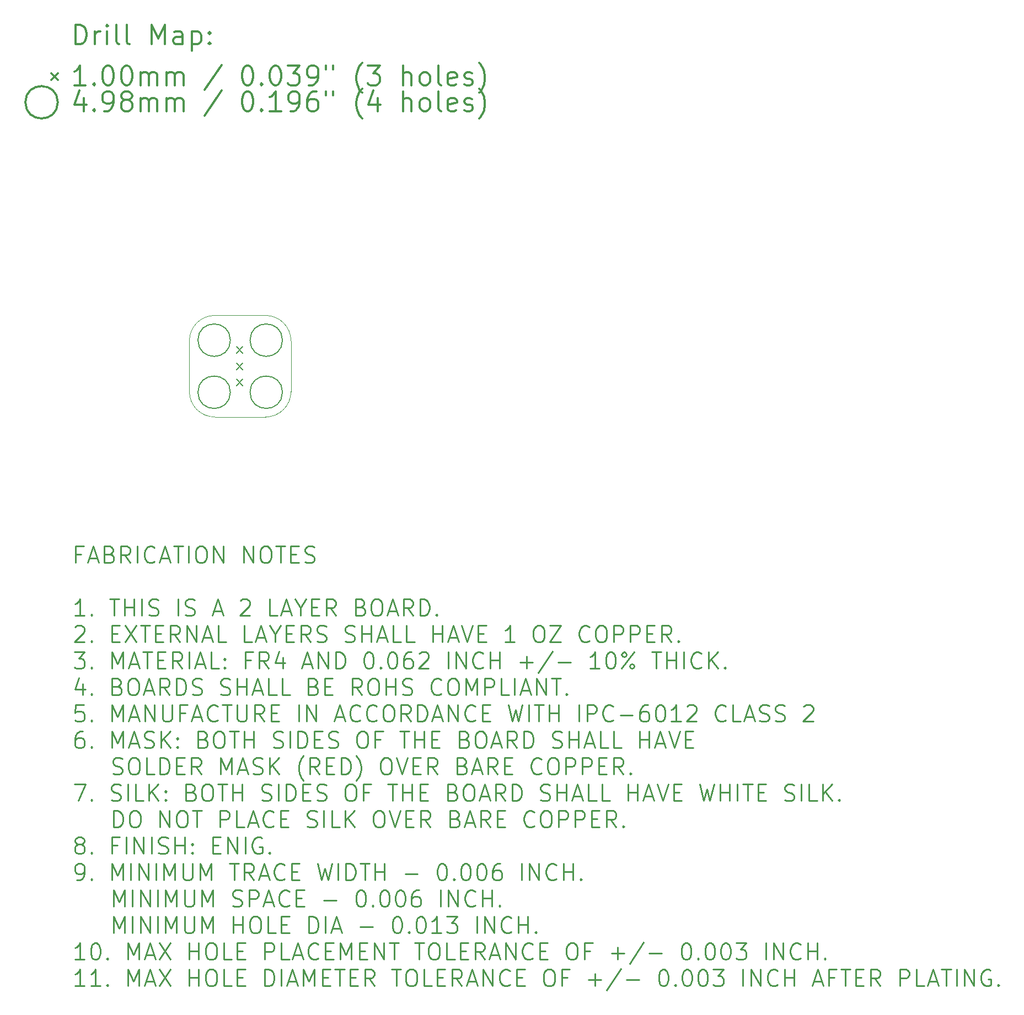
<source format=gbr>
G04 This is an RS-274x file exported by *
G04 gerbv version 2.6.0 *
G04 More information is available about gerbv at *
G04 http://gerbv.gpleda.org/ *
G04 --End of header info--*
%MOIN*%
%FSLAX34Y34*%
%IPPOS*%
G04 --Define apertures--*
%ADD10C,0.0050*%
%ADD11C,0.0079*%
%ADD12C,0.0118*%
%ADD13C,0.0138*%
%ADD14C,0.0016*%
%ADD15C,0.0100*%
G04 --Start main section--*
G54D11*
G01X0010794Y-020125D02*
G01X0011187Y-020518D01*
G01X0011187Y-020125D02*
G01X0010794Y-020518D01*
G01X0010794Y-021109D02*
G01X0011187Y-021503D01*
G01X0011187Y-021109D02*
G01X0010794Y-021503D01*
G01X0010794Y-022093D02*
G01X0011187Y-022487D01*
G01X0011187Y-022093D02*
G01X0010794Y-022487D01*
G01X0010431Y-019730D02*
G75*
G03X0010431Y-019730I-000980J0000000D01*
G01X0010431Y-022880D02*
G75*
G03X0010431Y-022880I-000980J0000000D01*
G01X0013580Y-019730D02*
G75*
G03X0013580Y-019730I-000980J0000000D01*
G01X0013580Y-022880D02*
G75*
G03X0013580Y-022880I-000980J0000000D01*
G54D12*
G01X0001069Y-001834D02*
G01X0001069Y-000652D01*
G01X0001069Y-000652D02*
G01X0001350Y-000652D01*
G01X0001350Y-000652D02*
G01X0001519Y-000709D01*
G01X0001519Y-000709D02*
G01X0001631Y-000821D01*
G01X0001631Y-000821D02*
G01X0001687Y-000934D01*
G01X0001687Y-000934D02*
G01X0001744Y-001159D01*
G01X0001744Y-001159D02*
G01X0001744Y-001327D01*
G01X0001744Y-001327D02*
G01X0001687Y-001552D01*
G01X0001687Y-001552D02*
G01X0001631Y-001665D01*
G01X0001631Y-001665D02*
G01X0001519Y-001777D01*
G01X0001519Y-001777D02*
G01X0001350Y-001834D01*
G01X0001350Y-001834D02*
G01X0001069Y-001834D01*
G01X0002250Y-001834D02*
G01X0002250Y-001046D01*
G01X0002250Y-001271D02*
G01X0002306Y-001159D01*
G01X0002306Y-001159D02*
G01X0002362Y-001102D01*
G01X0002362Y-001102D02*
G01X0002475Y-001046D01*
G01X0002475Y-001046D02*
G01X0002587Y-001046D01*
G01X0002981Y-001834D02*
G01X0002981Y-001046D01*
G01X0002981Y-000652D02*
G01X0002925Y-000709D01*
G01X0002925Y-000709D02*
G01X0002981Y-000765D01*
G01X0002981Y-000765D02*
G01X0003037Y-000709D01*
G01X0003037Y-000709D02*
G01X0002981Y-000652D01*
G01X0002981Y-000652D02*
G01X0002981Y-000765D01*
G01X0003712Y-001834D02*
G01X0003600Y-001777D01*
G01X0003600Y-001777D02*
G01X0003543Y-001665D01*
G01X0003543Y-001665D02*
G01X0003543Y-000652D01*
G01X0004331Y-001834D02*
G01X0004218Y-001777D01*
G01X0004218Y-001777D02*
G01X0004162Y-001665D01*
G01X0004162Y-001665D02*
G01X0004162Y-000652D01*
G01X0005681Y-001834D02*
G01X0005681Y-000652D01*
G01X0005681Y-000652D02*
G01X0006074Y-001496D01*
G01X0006074Y-001496D02*
G01X0006468Y-000652D01*
G01X0006468Y-000652D02*
G01X0006468Y-001834D01*
G01X0007537Y-001834D02*
G01X0007537Y-001215D01*
G01X0007537Y-001215D02*
G01X0007480Y-001102D01*
G01X0007480Y-001102D02*
G01X0007368Y-001046D01*
G01X0007368Y-001046D02*
G01X0007143Y-001046D01*
G01X0007143Y-001046D02*
G01X0007030Y-001102D01*
G01X0007537Y-001777D02*
G01X0007424Y-001834D01*
G01X0007424Y-001834D02*
G01X0007143Y-001834D01*
G01X0007143Y-001834D02*
G01X0007030Y-001777D01*
G01X0007030Y-001777D02*
G01X0006974Y-001665D01*
G01X0006974Y-001665D02*
G01X0006974Y-001552D01*
G01X0006974Y-001552D02*
G01X0007030Y-001440D01*
G01X0007030Y-001440D02*
G01X0007143Y-001384D01*
G01X0007143Y-001384D02*
G01X0007424Y-001384D01*
G01X0007424Y-001384D02*
G01X0007537Y-001327D01*
G01X0008099Y-001046D02*
G01X0008099Y-002227D01*
G01X0008099Y-001102D02*
G01X0008211Y-001046D01*
G01X0008211Y-001046D02*
G01X0008436Y-001046D01*
G01X0008436Y-001046D02*
G01X0008549Y-001102D01*
G01X0008549Y-001102D02*
G01X0008605Y-001159D01*
G01X0008605Y-001159D02*
G01X0008661Y-001271D01*
G01X0008661Y-001271D02*
G01X0008661Y-001609D01*
G01X0008661Y-001609D02*
G01X0008605Y-001721D01*
G01X0008605Y-001721D02*
G01X0008549Y-001777D01*
G01X0008549Y-001777D02*
G01X0008436Y-001834D01*
G01X0008436Y-001834D02*
G01X0008211Y-001834D01*
G01X0008211Y-001834D02*
G01X0008099Y-001777D01*
G01X0009168Y-001721D02*
G01X0009224Y-001777D01*
G01X0009224Y-001777D02*
G01X0009168Y-001834D01*
G01X0009168Y-001834D02*
G01X0009111Y-001777D01*
G01X0009111Y-001777D02*
G01X0009168Y-001721D01*
G01X0009168Y-001721D02*
G01X0009168Y-001834D01*
G01X0009168Y-001102D02*
G01X0009224Y-001159D01*
G01X0009224Y-001159D02*
G01X0009168Y-001215D01*
G01X0009168Y-001215D02*
G01X0009111Y-001159D01*
G01X0009111Y-001159D02*
G01X0009168Y-001102D01*
G01X0009168Y-001102D02*
G01X0009168Y-001215D01*
G01X-000394Y-003583D02*
G01X0000000Y-003976D01*
G01X0000000Y-003583D02*
G01X-000394Y-003976D01*
G01X0001687Y-004314D02*
G01X0001012Y-004314D01*
G01X0001350Y-004314D02*
G01X0001350Y-003133D01*
G01X0001350Y-003133D02*
G01X0001237Y-003301D01*
G01X0001237Y-003301D02*
G01X0001125Y-003414D01*
G01X0001125Y-003414D02*
G01X0001012Y-003470D01*
G01X0002193Y-004201D02*
G01X0002250Y-004258D01*
G01X0002250Y-004258D02*
G01X0002193Y-004314D01*
G01X0002193Y-004314D02*
G01X0002137Y-004258D01*
G01X0002137Y-004258D02*
G01X0002193Y-004201D01*
G01X0002193Y-004201D02*
G01X0002193Y-004314D01*
G01X0002981Y-003133D02*
G01X0003093Y-003133D01*
G01X0003093Y-003133D02*
G01X0003206Y-003189D01*
G01X0003206Y-003189D02*
G01X0003262Y-003245D01*
G01X0003262Y-003245D02*
G01X0003318Y-003358D01*
G01X0003318Y-003358D02*
G01X0003375Y-003583D01*
G01X0003375Y-003583D02*
G01X0003375Y-003864D01*
G01X0003375Y-003864D02*
G01X0003318Y-004089D01*
G01X0003318Y-004089D02*
G01X0003262Y-004201D01*
G01X0003262Y-004201D02*
G01X0003206Y-004258D01*
G01X0003206Y-004258D02*
G01X0003093Y-004314D01*
G01X0003093Y-004314D02*
G01X0002981Y-004314D01*
G01X0002981Y-004314D02*
G01X0002868Y-004258D01*
G01X0002868Y-004258D02*
G01X0002812Y-004201D01*
G01X0002812Y-004201D02*
G01X0002756Y-004089D01*
G01X0002756Y-004089D02*
G01X0002700Y-003864D01*
G01X0002700Y-003864D02*
G01X0002700Y-003583D01*
G01X0002700Y-003583D02*
G01X0002756Y-003358D01*
G01X0002756Y-003358D02*
G01X0002812Y-003245D01*
G01X0002812Y-003245D02*
G01X0002868Y-003189D01*
G01X0002868Y-003189D02*
G01X0002981Y-003133D01*
G01X0004106Y-003133D02*
G01X0004218Y-003133D01*
G01X0004218Y-003133D02*
G01X0004331Y-003189D01*
G01X0004331Y-003189D02*
G01X0004387Y-003245D01*
G01X0004387Y-003245D02*
G01X0004443Y-003358D01*
G01X0004443Y-003358D02*
G01X0004499Y-003583D01*
G01X0004499Y-003583D02*
G01X0004499Y-003864D01*
G01X0004499Y-003864D02*
G01X0004443Y-004089D01*
G01X0004443Y-004089D02*
G01X0004387Y-004201D01*
G01X0004387Y-004201D02*
G01X0004331Y-004258D01*
G01X0004331Y-004258D02*
G01X0004218Y-004314D01*
G01X0004218Y-004314D02*
G01X0004106Y-004314D01*
G01X0004106Y-004314D02*
G01X0003993Y-004258D01*
G01X0003993Y-004258D02*
G01X0003937Y-004201D01*
G01X0003937Y-004201D02*
G01X0003881Y-004089D01*
G01X0003881Y-004089D02*
G01X0003825Y-003864D01*
G01X0003825Y-003864D02*
G01X0003825Y-003583D01*
G01X0003825Y-003583D02*
G01X0003881Y-003358D01*
G01X0003881Y-003358D02*
G01X0003937Y-003245D01*
G01X0003937Y-003245D02*
G01X0003993Y-003189D01*
G01X0003993Y-003189D02*
G01X0004106Y-003133D01*
G01X0005006Y-004314D02*
G01X0005006Y-003526D01*
G01X0005006Y-003639D02*
G01X0005062Y-003583D01*
G01X0005062Y-003583D02*
G01X0005174Y-003526D01*
G01X0005174Y-003526D02*
G01X0005343Y-003526D01*
G01X0005343Y-003526D02*
G01X0005456Y-003583D01*
G01X0005456Y-003583D02*
G01X0005512Y-003695D01*
G01X0005512Y-003695D02*
G01X0005512Y-004314D01*
G01X0005512Y-003695D02*
G01X0005568Y-003583D01*
G01X0005568Y-003583D02*
G01X0005681Y-003526D01*
G01X0005681Y-003526D02*
G01X0005849Y-003526D01*
G01X0005849Y-003526D02*
G01X0005962Y-003583D01*
G01X0005962Y-003583D02*
G01X0006018Y-003695D01*
G01X0006018Y-003695D02*
G01X0006018Y-004314D01*
G01X0006580Y-004314D02*
G01X0006580Y-003526D01*
G01X0006580Y-003639D02*
G01X0006637Y-003583D01*
G01X0006637Y-003583D02*
G01X0006749Y-003526D01*
G01X0006749Y-003526D02*
G01X0006918Y-003526D01*
G01X0006918Y-003526D02*
G01X0007030Y-003583D01*
G01X0007030Y-003583D02*
G01X0007087Y-003695D01*
G01X0007087Y-003695D02*
G01X0007087Y-004314D01*
G01X0007087Y-003695D02*
G01X0007143Y-003583D01*
G01X0007143Y-003583D02*
G01X0007255Y-003526D01*
G01X0007255Y-003526D02*
G01X0007424Y-003526D01*
G01X0007424Y-003526D02*
G01X0007537Y-003583D01*
G01X0007537Y-003583D02*
G01X0007593Y-003695D01*
G01X0007593Y-003695D02*
G01X0007593Y-004314D01*
G01X0009899Y-003076D02*
G01X0008886Y-004595D01*
G01X0011417Y-003133D02*
G01X0011530Y-003133D01*
G01X0011530Y-003133D02*
G01X0011642Y-003189D01*
G01X0011642Y-003189D02*
G01X0011699Y-003245D01*
G01X0011699Y-003245D02*
G01X0011755Y-003358D01*
G01X0011755Y-003358D02*
G01X0011811Y-003583D01*
G01X0011811Y-003583D02*
G01X0011811Y-003864D01*
G01X0011811Y-003864D02*
G01X0011755Y-004089D01*
G01X0011755Y-004089D02*
G01X0011699Y-004201D01*
G01X0011699Y-004201D02*
G01X0011642Y-004258D01*
G01X0011642Y-004258D02*
G01X0011530Y-004314D01*
G01X0011530Y-004314D02*
G01X0011417Y-004314D01*
G01X0011417Y-004314D02*
G01X0011305Y-004258D01*
G01X0011305Y-004258D02*
G01X0011249Y-004201D01*
G01X0011249Y-004201D02*
G01X0011192Y-004089D01*
G01X0011192Y-004089D02*
G01X0011136Y-003864D01*
G01X0011136Y-003864D02*
G01X0011136Y-003583D01*
G01X0011136Y-003583D02*
G01X0011192Y-003358D01*
G01X0011192Y-003358D02*
G01X0011249Y-003245D01*
G01X0011249Y-003245D02*
G01X0011305Y-003189D01*
G01X0011305Y-003189D02*
G01X0011417Y-003133D01*
G01X0012317Y-004201D02*
G01X0012373Y-004258D01*
G01X0012373Y-004258D02*
G01X0012317Y-004314D01*
G01X0012317Y-004314D02*
G01X0012261Y-004258D01*
G01X0012261Y-004258D02*
G01X0012317Y-004201D01*
G01X0012317Y-004201D02*
G01X0012317Y-004314D01*
G01X0013105Y-003133D02*
G01X0013217Y-003133D01*
G01X0013217Y-003133D02*
G01X0013330Y-003189D01*
G01X0013330Y-003189D02*
G01X0013386Y-003245D01*
G01X0013386Y-003245D02*
G01X0013442Y-003358D01*
G01X0013442Y-003358D02*
G01X0013498Y-003583D01*
G01X0013498Y-003583D02*
G01X0013498Y-003864D01*
G01X0013498Y-003864D02*
G01X0013442Y-004089D01*
G01X0013442Y-004089D02*
G01X0013386Y-004201D01*
G01X0013386Y-004201D02*
G01X0013330Y-004258D01*
G01X0013330Y-004258D02*
G01X0013217Y-004314D01*
G01X0013217Y-004314D02*
G01X0013105Y-004314D01*
G01X0013105Y-004314D02*
G01X0012992Y-004258D01*
G01X0012992Y-004258D02*
G01X0012936Y-004201D01*
G01X0012936Y-004201D02*
G01X0012880Y-004089D01*
G01X0012880Y-004089D02*
G01X0012823Y-003864D01*
G01X0012823Y-003864D02*
G01X0012823Y-003583D01*
G01X0012823Y-003583D02*
G01X0012880Y-003358D01*
G01X0012880Y-003358D02*
G01X0012936Y-003245D01*
G01X0012936Y-003245D02*
G01X0012992Y-003189D01*
G01X0012992Y-003189D02*
G01X0013105Y-003133D01*
G01X0013892Y-003133D02*
G01X0014623Y-003133D01*
G01X0014623Y-003133D02*
G01X0014229Y-003583D01*
G01X0014229Y-003583D02*
G01X0014398Y-003583D01*
G01X0014398Y-003583D02*
G01X0014511Y-003639D01*
G01X0014511Y-003639D02*
G01X0014567Y-003695D01*
G01X0014567Y-003695D02*
G01X0014623Y-003808D01*
G01X0014623Y-003808D02*
G01X0014623Y-004089D01*
G01X0014623Y-004089D02*
G01X0014567Y-004201D01*
G01X0014567Y-004201D02*
G01X0014511Y-004258D01*
G01X0014511Y-004258D02*
G01X0014398Y-004314D01*
G01X0014398Y-004314D02*
G01X0014061Y-004314D01*
G01X0014061Y-004314D02*
G01X0013948Y-004258D01*
G01X0013948Y-004258D02*
G01X0013892Y-004201D01*
G01X0015186Y-004314D02*
G01X0015411Y-004314D01*
G01X0015411Y-004314D02*
G01X0015523Y-004258D01*
G01X0015523Y-004258D02*
G01X0015579Y-004201D01*
G01X0015579Y-004201D02*
G01X0015692Y-004033D01*
G01X0015692Y-004033D02*
G01X0015748Y-003808D01*
G01X0015748Y-003808D02*
G01X0015748Y-003358D01*
G01X0015748Y-003358D02*
G01X0015692Y-003245D01*
G01X0015692Y-003245D02*
G01X0015636Y-003189D01*
G01X0015636Y-003189D02*
G01X0015523Y-003133D01*
G01X0015523Y-003133D02*
G01X0015298Y-003133D01*
G01X0015298Y-003133D02*
G01X0015186Y-003189D01*
G01X0015186Y-003189D02*
G01X0015129Y-003245D01*
G01X0015129Y-003245D02*
G01X0015073Y-003358D01*
G01X0015073Y-003358D02*
G01X0015073Y-003639D01*
G01X0015073Y-003639D02*
G01X0015129Y-003751D01*
G01X0015129Y-003751D02*
G01X0015186Y-003808D01*
G01X0015186Y-003808D02*
G01X0015298Y-003864D01*
G01X0015298Y-003864D02*
G01X0015523Y-003864D01*
G01X0015523Y-003864D02*
G01X0015636Y-003808D01*
G01X0015636Y-003808D02*
G01X0015692Y-003751D01*
G01X0015692Y-003751D02*
G01X0015748Y-003639D01*
G01X0016198Y-003133D02*
G01X0016198Y-003358D01*
G01X0016648Y-003133D02*
G01X0016648Y-003358D01*
G01X0018391Y-004764D02*
G01X0018335Y-004708D01*
G01X0018335Y-004708D02*
G01X0018223Y-004539D01*
G01X0018223Y-004539D02*
G01X0018166Y-004426D01*
G01X0018166Y-004426D02*
G01X0018110Y-004258D01*
G01X0018110Y-004258D02*
G01X0018054Y-003976D01*
G01X0018054Y-003976D02*
G01X0018054Y-003751D01*
G01X0018054Y-003751D02*
G01X0018110Y-003470D01*
G01X0018110Y-003470D02*
G01X0018166Y-003301D01*
G01X0018166Y-003301D02*
G01X0018223Y-003189D01*
G01X0018223Y-003189D02*
G01X0018335Y-003020D01*
G01X0018335Y-003020D02*
G01X0018391Y-002964D01*
G01X0018729Y-003133D02*
G01X0019460Y-003133D01*
G01X0019460Y-003133D02*
G01X0019066Y-003583D01*
G01X0019066Y-003583D02*
G01X0019235Y-003583D01*
G01X0019235Y-003583D02*
G01X0019348Y-003639D01*
G01X0019348Y-003639D02*
G01X0019404Y-003695D01*
G01X0019404Y-003695D02*
G01X0019460Y-003808D01*
G01X0019460Y-003808D02*
G01X0019460Y-004089D01*
G01X0019460Y-004089D02*
G01X0019404Y-004201D01*
G01X0019404Y-004201D02*
G01X0019348Y-004258D01*
G01X0019348Y-004258D02*
G01X0019235Y-004314D01*
G01X0019235Y-004314D02*
G01X0018898Y-004314D01*
G01X0018898Y-004314D02*
G01X0018785Y-004258D01*
G01X0018785Y-004258D02*
G01X0018729Y-004201D01*
G01X0020866Y-004314D02*
G01X0020866Y-003133D01*
G01X0021372Y-004314D02*
G01X0021372Y-003695D01*
G01X0021372Y-003695D02*
G01X0021316Y-003583D01*
G01X0021316Y-003583D02*
G01X0021204Y-003526D01*
G01X0021204Y-003526D02*
G01X0021035Y-003526D01*
G01X0021035Y-003526D02*
G01X0020922Y-003583D01*
G01X0020922Y-003583D02*
G01X0020866Y-003639D01*
G01X0022103Y-004314D02*
G01X0021991Y-004258D01*
G01X0021991Y-004258D02*
G01X0021935Y-004201D01*
G01X0021935Y-004201D02*
G01X0021879Y-004089D01*
G01X0021879Y-004089D02*
G01X0021879Y-003751D01*
G01X0021879Y-003751D02*
G01X0021935Y-003639D01*
G01X0021935Y-003639D02*
G01X0021991Y-003583D01*
G01X0021991Y-003583D02*
G01X0022103Y-003526D01*
G01X0022103Y-003526D02*
G01X0022272Y-003526D01*
G01X0022272Y-003526D02*
G01X0022385Y-003583D01*
G01X0022385Y-003583D02*
G01X0022441Y-003639D01*
G01X0022441Y-003639D02*
G01X0022497Y-003751D01*
G01X0022497Y-003751D02*
G01X0022497Y-004089D01*
G01X0022497Y-004089D02*
G01X0022441Y-004201D01*
G01X0022441Y-004201D02*
G01X0022385Y-004258D01*
G01X0022385Y-004258D02*
G01X0022272Y-004314D01*
G01X0022272Y-004314D02*
G01X0022103Y-004314D01*
G01X0023172Y-004314D02*
G01X0023060Y-004258D01*
G01X0023060Y-004258D02*
G01X0023003Y-004145D01*
G01X0023003Y-004145D02*
G01X0023003Y-003133D01*
G01X0024072Y-004258D02*
G01X0023960Y-004314D01*
G01X0023960Y-004314D02*
G01X0023735Y-004314D01*
G01X0023735Y-004314D02*
G01X0023622Y-004258D01*
G01X0023622Y-004258D02*
G01X0023566Y-004145D01*
G01X0023566Y-004145D02*
G01X0023566Y-003695D01*
G01X0023566Y-003695D02*
G01X0023622Y-003583D01*
G01X0023622Y-003583D02*
G01X0023735Y-003526D01*
G01X0023735Y-003526D02*
G01X0023960Y-003526D01*
G01X0023960Y-003526D02*
G01X0024072Y-003583D01*
G01X0024072Y-003583D02*
G01X0024128Y-003695D01*
G01X0024128Y-003695D02*
G01X0024128Y-003808D01*
G01X0024128Y-003808D02*
G01X0023566Y-003920D01*
G01X0024578Y-004258D02*
G01X0024691Y-004314D01*
G01X0024691Y-004314D02*
G01X0024916Y-004314D01*
G01X0024916Y-004314D02*
G01X0025028Y-004258D01*
G01X0025028Y-004258D02*
G01X0025084Y-004145D01*
G01X0025084Y-004145D02*
G01X0025084Y-004089D01*
G01X0025084Y-004089D02*
G01X0025028Y-003976D01*
G01X0025028Y-003976D02*
G01X0024916Y-003920D01*
G01X0024916Y-003920D02*
G01X0024747Y-003920D01*
G01X0024747Y-003920D02*
G01X0024634Y-003864D01*
G01X0024634Y-003864D02*
G01X0024578Y-003751D01*
G01X0024578Y-003751D02*
G01X0024578Y-003695D01*
G01X0024578Y-003695D02*
G01X0024634Y-003583D01*
G01X0024634Y-003583D02*
G01X0024747Y-003526D01*
G01X0024747Y-003526D02*
G01X0024916Y-003526D01*
G01X0024916Y-003526D02*
G01X0025028Y-003583D01*
G01X0025478Y-004764D02*
G01X0025534Y-004708D01*
G01X0025534Y-004708D02*
G01X0025647Y-004539D01*
G01X0025647Y-004539D02*
G01X0025703Y-004426D01*
G01X0025703Y-004426D02*
G01X0025759Y-004258D01*
G01X0025759Y-004258D02*
G01X0025816Y-003976D01*
G01X0025816Y-003976D02*
G01X0025816Y-003751D01*
G01X0025816Y-003751D02*
G01X0025759Y-003470D01*
G01X0025759Y-003470D02*
G01X0025703Y-003301D01*
G01X0025703Y-003301D02*
G01X0025647Y-003189D01*
G01X0025647Y-003189D02*
G01X0025534Y-003020D01*
G01X0025534Y-003020D02*
G01X0025478Y-002964D01*
G01X0000000Y-005339D02*
G75*
G03X0000000Y-005339I-000980J0000000D01*
G01X0001575Y-005085D02*
G01X0001575Y-005873D01*
G01X0001294Y-004636D02*
G01X0001012Y-005479D01*
G01X0001012Y-005479D02*
G01X0001744Y-005479D01*
G01X0002193Y-005760D02*
G01X0002250Y-005817D01*
G01X0002250Y-005817D02*
G01X0002193Y-005873D01*
G01X0002193Y-005873D02*
G01X0002137Y-005817D01*
G01X0002137Y-005817D02*
G01X0002193Y-005760D01*
G01X0002193Y-005760D02*
G01X0002193Y-005873D01*
G01X0002812Y-005873D02*
G01X0003037Y-005873D01*
G01X0003037Y-005873D02*
G01X0003150Y-005817D01*
G01X0003150Y-005817D02*
G01X0003206Y-005760D01*
G01X0003206Y-005760D02*
G01X0003318Y-005592D01*
G01X0003318Y-005592D02*
G01X0003375Y-005367D01*
G01X0003375Y-005367D02*
G01X0003375Y-004917D01*
G01X0003375Y-004917D02*
G01X0003318Y-004804D01*
G01X0003318Y-004804D02*
G01X0003262Y-004748D01*
G01X0003262Y-004748D02*
G01X0003150Y-004692D01*
G01X0003150Y-004692D02*
G01X0002925Y-004692D01*
G01X0002925Y-004692D02*
G01X0002812Y-004748D01*
G01X0002812Y-004748D02*
G01X0002756Y-004804D01*
G01X0002756Y-004804D02*
G01X0002700Y-004917D01*
G01X0002700Y-004917D02*
G01X0002700Y-005198D01*
G01X0002700Y-005198D02*
G01X0002756Y-005310D01*
G01X0002756Y-005310D02*
G01X0002812Y-005367D01*
G01X0002812Y-005367D02*
G01X0002925Y-005423D01*
G01X0002925Y-005423D02*
G01X0003150Y-005423D01*
G01X0003150Y-005423D02*
G01X0003262Y-005367D01*
G01X0003262Y-005367D02*
G01X0003318Y-005310D01*
G01X0003318Y-005310D02*
G01X0003375Y-005198D01*
G01X0004049Y-005198D02*
G01X0003937Y-005142D01*
G01X0003937Y-005142D02*
G01X0003881Y-005085D01*
G01X0003881Y-005085D02*
G01X0003825Y-004973D01*
G01X0003825Y-004973D02*
G01X0003825Y-004917D01*
G01X0003825Y-004917D02*
G01X0003881Y-004804D01*
G01X0003881Y-004804D02*
G01X0003937Y-004748D01*
G01X0003937Y-004748D02*
G01X0004049Y-004692D01*
G01X0004049Y-004692D02*
G01X0004274Y-004692D01*
G01X0004274Y-004692D02*
G01X0004387Y-004748D01*
G01X0004387Y-004748D02*
G01X0004443Y-004804D01*
G01X0004443Y-004804D02*
G01X0004499Y-004917D01*
G01X0004499Y-004917D02*
G01X0004499Y-004973D01*
G01X0004499Y-004973D02*
G01X0004443Y-005085D01*
G01X0004443Y-005085D02*
G01X0004387Y-005142D01*
G01X0004387Y-005142D02*
G01X0004274Y-005198D01*
G01X0004274Y-005198D02*
G01X0004049Y-005198D01*
G01X0004049Y-005198D02*
G01X0003937Y-005254D01*
G01X0003937Y-005254D02*
G01X0003881Y-005310D01*
G01X0003881Y-005310D02*
G01X0003825Y-005423D01*
G01X0003825Y-005423D02*
G01X0003825Y-005648D01*
G01X0003825Y-005648D02*
G01X0003881Y-005760D01*
G01X0003881Y-005760D02*
G01X0003937Y-005817D01*
G01X0003937Y-005817D02*
G01X0004049Y-005873D01*
G01X0004049Y-005873D02*
G01X0004274Y-005873D01*
G01X0004274Y-005873D02*
G01X0004387Y-005817D01*
G01X0004387Y-005817D02*
G01X0004443Y-005760D01*
G01X0004443Y-005760D02*
G01X0004499Y-005648D01*
G01X0004499Y-005648D02*
G01X0004499Y-005423D01*
G01X0004499Y-005423D02*
G01X0004443Y-005310D01*
G01X0004443Y-005310D02*
G01X0004387Y-005254D01*
G01X0004387Y-005254D02*
G01X0004274Y-005198D01*
G01X0005006Y-005873D02*
G01X0005006Y-005085D01*
G01X0005006Y-005198D02*
G01X0005062Y-005142D01*
G01X0005062Y-005142D02*
G01X0005174Y-005085D01*
G01X0005174Y-005085D02*
G01X0005343Y-005085D01*
G01X0005343Y-005085D02*
G01X0005456Y-005142D01*
G01X0005456Y-005142D02*
G01X0005512Y-005254D01*
G01X0005512Y-005254D02*
G01X0005512Y-005873D01*
G01X0005512Y-005254D02*
G01X0005568Y-005142D01*
G01X0005568Y-005142D02*
G01X0005681Y-005085D01*
G01X0005681Y-005085D02*
G01X0005849Y-005085D01*
G01X0005849Y-005085D02*
G01X0005962Y-005142D01*
G01X0005962Y-005142D02*
G01X0006018Y-005254D01*
G01X0006018Y-005254D02*
G01X0006018Y-005873D01*
G01X0006580Y-005873D02*
G01X0006580Y-005085D01*
G01X0006580Y-005198D02*
G01X0006637Y-005142D01*
G01X0006637Y-005142D02*
G01X0006749Y-005085D01*
G01X0006749Y-005085D02*
G01X0006918Y-005085D01*
G01X0006918Y-005085D02*
G01X0007030Y-005142D01*
G01X0007030Y-005142D02*
G01X0007087Y-005254D01*
G01X0007087Y-005254D02*
G01X0007087Y-005873D01*
G01X0007087Y-005254D02*
G01X0007143Y-005142D01*
G01X0007143Y-005142D02*
G01X0007255Y-005085D01*
G01X0007255Y-005085D02*
G01X0007424Y-005085D01*
G01X0007424Y-005085D02*
G01X0007537Y-005142D01*
G01X0007537Y-005142D02*
G01X0007593Y-005254D01*
G01X0007593Y-005254D02*
G01X0007593Y-005873D01*
G01X0009899Y-004636D02*
G01X0008886Y-006154D01*
G01X0011417Y-004692D02*
G01X0011530Y-004692D01*
G01X0011530Y-004692D02*
G01X0011642Y-004748D01*
G01X0011642Y-004748D02*
G01X0011699Y-004804D01*
G01X0011699Y-004804D02*
G01X0011755Y-004917D01*
G01X0011755Y-004917D02*
G01X0011811Y-005142D01*
G01X0011811Y-005142D02*
G01X0011811Y-005423D01*
G01X0011811Y-005423D02*
G01X0011755Y-005648D01*
G01X0011755Y-005648D02*
G01X0011699Y-005760D01*
G01X0011699Y-005760D02*
G01X0011642Y-005817D01*
G01X0011642Y-005817D02*
G01X0011530Y-005873D01*
G01X0011530Y-005873D02*
G01X0011417Y-005873D01*
G01X0011417Y-005873D02*
G01X0011305Y-005817D01*
G01X0011305Y-005817D02*
G01X0011249Y-005760D01*
G01X0011249Y-005760D02*
G01X0011192Y-005648D01*
G01X0011192Y-005648D02*
G01X0011136Y-005423D01*
G01X0011136Y-005423D02*
G01X0011136Y-005142D01*
G01X0011136Y-005142D02*
G01X0011192Y-004917D01*
G01X0011192Y-004917D02*
G01X0011249Y-004804D01*
G01X0011249Y-004804D02*
G01X0011305Y-004748D01*
G01X0011305Y-004748D02*
G01X0011417Y-004692D01*
G01X0012317Y-005760D02*
G01X0012373Y-005817D01*
G01X0012373Y-005817D02*
G01X0012317Y-005873D01*
G01X0012317Y-005873D02*
G01X0012261Y-005817D01*
G01X0012261Y-005817D02*
G01X0012317Y-005760D01*
G01X0012317Y-005760D02*
G01X0012317Y-005873D01*
G01X0013498Y-005873D02*
G01X0012823Y-005873D01*
G01X0013161Y-005873D02*
G01X0013161Y-004692D01*
G01X0013161Y-004692D02*
G01X0013048Y-004861D01*
G01X0013048Y-004861D02*
G01X0012936Y-004973D01*
G01X0012936Y-004973D02*
G01X0012823Y-005029D01*
G01X0014061Y-005873D02*
G01X0014286Y-005873D01*
G01X0014286Y-005873D02*
G01X0014398Y-005817D01*
G01X0014398Y-005817D02*
G01X0014454Y-005760D01*
G01X0014454Y-005760D02*
G01X0014567Y-005592D01*
G01X0014567Y-005592D02*
G01X0014623Y-005367D01*
G01X0014623Y-005367D02*
G01X0014623Y-004917D01*
G01X0014623Y-004917D02*
G01X0014567Y-004804D01*
G01X0014567Y-004804D02*
G01X0014511Y-004748D01*
G01X0014511Y-004748D02*
G01X0014398Y-004692D01*
G01X0014398Y-004692D02*
G01X0014173Y-004692D01*
G01X0014173Y-004692D02*
G01X0014061Y-004748D01*
G01X0014061Y-004748D02*
G01X0014005Y-004804D01*
G01X0014005Y-004804D02*
G01X0013948Y-004917D01*
G01X0013948Y-004917D02*
G01X0013948Y-005198D01*
G01X0013948Y-005198D02*
G01X0014005Y-005310D01*
G01X0014005Y-005310D02*
G01X0014061Y-005367D01*
G01X0014061Y-005367D02*
G01X0014173Y-005423D01*
G01X0014173Y-005423D02*
G01X0014398Y-005423D01*
G01X0014398Y-005423D02*
G01X0014511Y-005367D01*
G01X0014511Y-005367D02*
G01X0014567Y-005310D01*
G01X0014567Y-005310D02*
G01X0014623Y-005198D01*
G01X0015636Y-004692D02*
G01X0015411Y-004692D01*
G01X0015411Y-004692D02*
G01X0015298Y-004748D01*
G01X0015298Y-004748D02*
G01X0015242Y-004804D01*
G01X0015242Y-004804D02*
G01X0015129Y-004973D01*
G01X0015129Y-004973D02*
G01X0015073Y-005198D01*
G01X0015073Y-005198D02*
G01X0015073Y-005648D01*
G01X0015073Y-005648D02*
G01X0015129Y-005760D01*
G01X0015129Y-005760D02*
G01X0015186Y-005817D01*
G01X0015186Y-005817D02*
G01X0015298Y-005873D01*
G01X0015298Y-005873D02*
G01X0015523Y-005873D01*
G01X0015523Y-005873D02*
G01X0015636Y-005817D01*
G01X0015636Y-005817D02*
G01X0015692Y-005760D01*
G01X0015692Y-005760D02*
G01X0015748Y-005648D01*
G01X0015748Y-005648D02*
G01X0015748Y-005367D01*
G01X0015748Y-005367D02*
G01X0015692Y-005254D01*
G01X0015692Y-005254D02*
G01X0015636Y-005198D01*
G01X0015636Y-005198D02*
G01X0015523Y-005142D01*
G01X0015523Y-005142D02*
G01X0015298Y-005142D01*
G01X0015298Y-005142D02*
G01X0015186Y-005198D01*
G01X0015186Y-005198D02*
G01X0015129Y-005254D01*
G01X0015129Y-005254D02*
G01X0015073Y-005367D01*
G01X0016198Y-004692D02*
G01X0016198Y-004917D01*
G01X0016648Y-004692D02*
G01X0016648Y-004917D01*
G01X0018391Y-006323D02*
G01X0018335Y-006267D01*
G01X0018335Y-006267D02*
G01X0018223Y-006098D01*
G01X0018223Y-006098D02*
G01X0018166Y-005985D01*
G01X0018166Y-005985D02*
G01X0018110Y-005817D01*
G01X0018110Y-005817D02*
G01X0018054Y-005535D01*
G01X0018054Y-005535D02*
G01X0018054Y-005310D01*
G01X0018054Y-005310D02*
G01X0018110Y-005029D01*
G01X0018110Y-005029D02*
G01X0018166Y-004861D01*
G01X0018166Y-004861D02*
G01X0018223Y-004748D01*
G01X0018223Y-004748D02*
G01X0018335Y-004579D01*
G01X0018335Y-004579D02*
G01X0018391Y-004523D01*
G01X0019348Y-005085D02*
G01X0019348Y-005873D01*
G01X0019066Y-004636D02*
G01X0018785Y-005479D01*
G01X0018785Y-005479D02*
G01X0019516Y-005479D01*
G01X0020866Y-005873D02*
G01X0020866Y-004692D01*
G01X0021372Y-005873D02*
G01X0021372Y-005254D01*
G01X0021372Y-005254D02*
G01X0021316Y-005142D01*
G01X0021316Y-005142D02*
G01X0021204Y-005085D01*
G01X0021204Y-005085D02*
G01X0021035Y-005085D01*
G01X0021035Y-005085D02*
G01X0020922Y-005142D01*
G01X0020922Y-005142D02*
G01X0020866Y-005198D01*
G01X0022103Y-005873D02*
G01X0021991Y-005817D01*
G01X0021991Y-005817D02*
G01X0021935Y-005760D01*
G01X0021935Y-005760D02*
G01X0021879Y-005648D01*
G01X0021879Y-005648D02*
G01X0021879Y-005310D01*
G01X0021879Y-005310D02*
G01X0021935Y-005198D01*
G01X0021935Y-005198D02*
G01X0021991Y-005142D01*
G01X0021991Y-005142D02*
G01X0022103Y-005085D01*
G01X0022103Y-005085D02*
G01X0022272Y-005085D01*
G01X0022272Y-005085D02*
G01X0022385Y-005142D01*
G01X0022385Y-005142D02*
G01X0022441Y-005198D01*
G01X0022441Y-005198D02*
G01X0022497Y-005310D01*
G01X0022497Y-005310D02*
G01X0022497Y-005648D01*
G01X0022497Y-005648D02*
G01X0022441Y-005760D01*
G01X0022441Y-005760D02*
G01X0022385Y-005817D01*
G01X0022385Y-005817D02*
G01X0022272Y-005873D01*
G01X0022272Y-005873D02*
G01X0022103Y-005873D01*
G01X0023172Y-005873D02*
G01X0023060Y-005817D01*
G01X0023060Y-005817D02*
G01X0023003Y-005704D01*
G01X0023003Y-005704D02*
G01X0023003Y-004692D01*
G01X0024072Y-005817D02*
G01X0023960Y-005873D01*
G01X0023960Y-005873D02*
G01X0023735Y-005873D01*
G01X0023735Y-005873D02*
G01X0023622Y-005817D01*
G01X0023622Y-005817D02*
G01X0023566Y-005704D01*
G01X0023566Y-005704D02*
G01X0023566Y-005254D01*
G01X0023566Y-005254D02*
G01X0023622Y-005142D01*
G01X0023622Y-005142D02*
G01X0023735Y-005085D01*
G01X0023735Y-005085D02*
G01X0023960Y-005085D01*
G01X0023960Y-005085D02*
G01X0024072Y-005142D01*
G01X0024072Y-005142D02*
G01X0024128Y-005254D01*
G01X0024128Y-005254D02*
G01X0024128Y-005367D01*
G01X0024128Y-005367D02*
G01X0023566Y-005479D01*
G01X0024578Y-005817D02*
G01X0024691Y-005873D01*
G01X0024691Y-005873D02*
G01X0024916Y-005873D01*
G01X0024916Y-005873D02*
G01X0025028Y-005817D01*
G01X0025028Y-005817D02*
G01X0025084Y-005704D01*
G01X0025084Y-005704D02*
G01X0025084Y-005648D01*
G01X0025084Y-005648D02*
G01X0025028Y-005535D01*
G01X0025028Y-005535D02*
G01X0024916Y-005479D01*
G01X0024916Y-005479D02*
G01X0024747Y-005479D01*
G01X0024747Y-005479D02*
G01X0024634Y-005423D01*
G01X0024634Y-005423D02*
G01X0024578Y-005310D01*
G01X0024578Y-005310D02*
G01X0024578Y-005254D01*
G01X0024578Y-005254D02*
G01X0024634Y-005142D01*
G01X0024634Y-005142D02*
G01X0024747Y-005085D01*
G01X0024747Y-005085D02*
G01X0024916Y-005085D01*
G01X0024916Y-005085D02*
G01X0025028Y-005142D01*
G01X0025478Y-006323D02*
G01X0025534Y-006267D01*
G01X0025534Y-006267D02*
G01X0025647Y-006098D01*
G01X0025647Y-006098D02*
G01X0025703Y-005985D01*
G01X0025703Y-005985D02*
G01X0025759Y-005817D01*
G01X0025759Y-005817D02*
G01X0025816Y-005535D01*
G01X0025816Y-005535D02*
G01X0025816Y-005310D01*
G01X0025816Y-005310D02*
G01X0025759Y-005029D01*
G01X0025759Y-005029D02*
G01X0025703Y-004861D01*
G01X0025703Y-004861D02*
G01X0025647Y-004748D01*
G01X0025647Y-004748D02*
G01X0025534Y-004579D01*
G01X0025534Y-004579D02*
G01X0025478Y-004523D01*
G01X0000000Y0000000D02*
G54D14*
G01X0012561Y-018234D02*
G01X0009490Y-018234D01*
G01X0012561Y-024376D02*
G01X0009490Y-024376D01*
G01X0014096Y-022841D02*
G01X0014096Y-019770D01*
G01X0007954Y-022841D02*
G01X0007954Y-019770D01*
G01X0014096Y-019770D02*
G75*
G03X0012561Y-018234I-001535J0000000D01*
G01X0012561Y-024376D02*
G75*
G03X0014096Y-022841I0000000J0001535D01*
G01X0007954Y-022841D02*
G75*
G03X0009490Y-024376I0001535J0000000D01*
G01X0009490Y-018234D02*
G75*
G03X0007954Y-019770I0000000J-001535D01*
G01X0000000Y0000000D02*
G54D15*
G01X0001421Y-032679D02*
G01X0001088Y-032679D01*
G01X0001088Y-033202D02*
G01X0001088Y-032202D01*
G01X0001088Y-032202D02*
G01X0001564Y-032202D01*
G01X0001898Y-032917D02*
G01X0002374Y-032917D01*
G01X0001802Y-033202D02*
G01X0002136Y-032202D01*
G01X0002136Y-032202D02*
G01X0002469Y-033202D01*
G01X0003136Y-032679D02*
G01X0003279Y-032726D01*
G01X0003279Y-032726D02*
G01X0003326Y-032774D01*
G01X0003326Y-032774D02*
G01X0003374Y-032869D01*
G01X0003374Y-032869D02*
G01X0003374Y-033012D01*
G01X0003374Y-033012D02*
G01X0003326Y-033107D01*
G01X0003326Y-033107D02*
G01X0003279Y-033155D01*
G01X0003279Y-033155D02*
G01X0003183Y-033202D01*
G01X0003183Y-033202D02*
G01X0002802Y-033202D01*
G01X0002802Y-033202D02*
G01X0002802Y-032202D01*
G01X0002802Y-032202D02*
G01X0003136Y-032202D01*
G01X0003136Y-032202D02*
G01X0003231Y-032250D01*
G01X0003231Y-032250D02*
G01X0003279Y-032298D01*
G01X0003279Y-032298D02*
G01X0003326Y-032393D01*
G01X0003326Y-032393D02*
G01X0003326Y-032488D01*
G01X0003326Y-032488D02*
G01X0003279Y-032583D01*
G01X0003279Y-032583D02*
G01X0003231Y-032631D01*
G01X0003231Y-032631D02*
G01X0003136Y-032679D01*
G01X0003136Y-032679D02*
G01X0002802Y-032679D01*
G01X0004374Y-033202D02*
G01X0004040Y-032726D01*
G01X0003802Y-033202D02*
G01X0003802Y-032202D01*
G01X0003802Y-032202D02*
G01X0004183Y-032202D01*
G01X0004183Y-032202D02*
G01X0004279Y-032250D01*
G01X0004279Y-032250D02*
G01X0004326Y-032298D01*
G01X0004326Y-032298D02*
G01X0004374Y-032393D01*
G01X0004374Y-032393D02*
G01X0004374Y-032536D01*
G01X0004374Y-032536D02*
G01X0004326Y-032631D01*
G01X0004326Y-032631D02*
G01X0004279Y-032679D01*
G01X0004279Y-032679D02*
G01X0004183Y-032726D01*
G01X0004183Y-032726D02*
G01X0003802Y-032726D01*
G01X0004802Y-033202D02*
G01X0004802Y-032202D01*
G01X0005850Y-033107D02*
G01X0005802Y-033155D01*
G01X0005802Y-033155D02*
G01X0005660Y-033202D01*
G01X0005660Y-033202D02*
G01X0005564Y-033202D01*
G01X0005564Y-033202D02*
G01X0005421Y-033155D01*
G01X0005421Y-033155D02*
G01X0005326Y-033060D01*
G01X0005326Y-033060D02*
G01X0005279Y-032964D01*
G01X0005279Y-032964D02*
G01X0005231Y-032774D01*
G01X0005231Y-032774D02*
G01X0005231Y-032631D01*
G01X0005231Y-032631D02*
G01X0005279Y-032440D01*
G01X0005279Y-032440D02*
G01X0005326Y-032345D01*
G01X0005326Y-032345D02*
G01X0005421Y-032250D01*
G01X0005421Y-032250D02*
G01X0005564Y-032202D01*
G01X0005564Y-032202D02*
G01X0005660Y-032202D01*
G01X0005660Y-032202D02*
G01X0005802Y-032250D01*
G01X0005802Y-032250D02*
G01X0005850Y-032298D01*
G01X0006231Y-032917D02*
G01X0006707Y-032917D01*
G01X0006136Y-033202D02*
G01X0006469Y-032202D01*
G01X0006469Y-032202D02*
G01X0006802Y-033202D01*
G01X0006993Y-032202D02*
G01X0007564Y-032202D01*
G01X0007279Y-033202D02*
G01X0007279Y-032202D01*
G01X0007898Y-033202D02*
G01X0007898Y-032202D01*
G01X0008564Y-032202D02*
G01X0008755Y-032202D01*
G01X0008755Y-032202D02*
G01X0008850Y-032250D01*
G01X0008850Y-032250D02*
G01X0008945Y-032345D01*
G01X0008945Y-032345D02*
G01X0008993Y-032536D01*
G01X0008993Y-032536D02*
G01X0008993Y-032869D01*
G01X0008993Y-032869D02*
G01X0008945Y-033060D01*
G01X0008945Y-033060D02*
G01X0008850Y-033155D01*
G01X0008850Y-033155D02*
G01X0008755Y-033202D01*
G01X0008755Y-033202D02*
G01X0008564Y-033202D01*
G01X0008564Y-033202D02*
G01X0008469Y-033155D01*
G01X0008469Y-033155D02*
G01X0008374Y-033060D01*
G01X0008374Y-033060D02*
G01X0008326Y-032869D01*
G01X0008326Y-032869D02*
G01X0008326Y-032536D01*
G01X0008326Y-032536D02*
G01X0008374Y-032345D01*
G01X0008374Y-032345D02*
G01X0008469Y-032250D01*
G01X0008469Y-032250D02*
G01X0008564Y-032202D01*
G01X0009421Y-033202D02*
G01X0009421Y-032202D01*
G01X0009421Y-032202D02*
G01X0009993Y-033202D01*
G01X0009993Y-033202D02*
G01X0009993Y-032202D01*
G01X0011231Y-033202D02*
G01X0011231Y-032202D01*
G01X0011231Y-032202D02*
G01X0011802Y-033202D01*
G01X0011802Y-033202D02*
G01X0011802Y-032202D01*
G01X0012469Y-032202D02*
G01X0012660Y-032202D01*
G01X0012660Y-032202D02*
G01X0012755Y-032250D01*
G01X0012755Y-032250D02*
G01X0012850Y-032345D01*
G01X0012850Y-032345D02*
G01X0012898Y-032536D01*
G01X0012898Y-032536D02*
G01X0012898Y-032869D01*
G01X0012898Y-032869D02*
G01X0012850Y-033060D01*
G01X0012850Y-033060D02*
G01X0012755Y-033155D01*
G01X0012755Y-033155D02*
G01X0012660Y-033202D01*
G01X0012660Y-033202D02*
G01X0012469Y-033202D01*
G01X0012469Y-033202D02*
G01X0012374Y-033155D01*
G01X0012374Y-033155D02*
G01X0012279Y-033060D01*
G01X0012279Y-033060D02*
G01X0012231Y-032869D01*
G01X0012231Y-032869D02*
G01X0012231Y-032536D01*
G01X0012231Y-032536D02*
G01X0012279Y-032345D01*
G01X0012279Y-032345D02*
G01X0012374Y-032250D01*
G01X0012374Y-032250D02*
G01X0012469Y-032202D01*
G01X0013183Y-032202D02*
G01X0013755Y-032202D01*
G01X0013469Y-033202D02*
G01X0013469Y-032202D01*
G01X0014088Y-032679D02*
G01X0014421Y-032679D01*
G01X0014564Y-033202D02*
G01X0014088Y-033202D01*
G01X0014088Y-033202D02*
G01X0014088Y-032202D01*
G01X0014088Y-032202D02*
G01X0014564Y-032202D01*
G01X0014945Y-033155D02*
G01X0015088Y-033202D01*
G01X0015088Y-033202D02*
G01X0015326Y-033202D01*
G01X0015326Y-033202D02*
G01X0015421Y-033155D01*
G01X0015421Y-033155D02*
G01X0015469Y-033107D01*
G01X0015469Y-033107D02*
G01X0015517Y-033012D01*
G01X0015517Y-033012D02*
G01X0015517Y-032917D01*
G01X0015517Y-032917D02*
G01X0015469Y-032821D01*
G01X0015469Y-032821D02*
G01X0015421Y-032774D01*
G01X0015421Y-032774D02*
G01X0015326Y-032726D01*
G01X0015326Y-032726D02*
G01X0015136Y-032679D01*
G01X0015136Y-032679D02*
G01X0015040Y-032631D01*
G01X0015040Y-032631D02*
G01X0014993Y-032583D01*
G01X0014993Y-032583D02*
G01X0014945Y-032488D01*
G01X0014945Y-032488D02*
G01X0014945Y-032393D01*
G01X0014945Y-032393D02*
G01X0014993Y-032298D01*
G01X0014993Y-032298D02*
G01X0015040Y-032250D01*
G01X0015040Y-032250D02*
G01X0015136Y-032202D01*
G01X0015136Y-032202D02*
G01X0015374Y-032202D01*
G01X0015374Y-032202D02*
G01X0015517Y-032250D01*
G01X0001612Y-036402D02*
G01X0001040Y-036402D01*
G01X0001326Y-036402D02*
G01X0001326Y-035402D01*
G01X0001326Y-035402D02*
G01X0001231Y-035545D01*
G01X0001231Y-035545D02*
G01X0001136Y-035640D01*
G01X0001136Y-035640D02*
G01X0001040Y-035688D01*
G01X0002040Y-036307D02*
G01X0002088Y-036355D01*
G01X0002088Y-036355D02*
G01X0002040Y-036402D01*
G01X0002040Y-036402D02*
G01X0001993Y-036355D01*
G01X0001993Y-036355D02*
G01X0002040Y-036307D01*
G01X0002040Y-036307D02*
G01X0002040Y-036402D01*
G01X0003136Y-035402D02*
G01X0003707Y-035402D01*
G01X0003421Y-036402D02*
G01X0003421Y-035402D01*
G01X0004040Y-036402D02*
G01X0004040Y-035402D01*
G01X0004040Y-035879D02*
G01X0004612Y-035879D01*
G01X0004612Y-036402D02*
G01X0004612Y-035402D01*
G01X0005088Y-036402D02*
G01X0005088Y-035402D01*
G01X0005517Y-036355D02*
G01X0005660Y-036402D01*
G01X0005660Y-036402D02*
G01X0005898Y-036402D01*
G01X0005898Y-036402D02*
G01X0005993Y-036355D01*
G01X0005993Y-036355D02*
G01X0006040Y-036307D01*
G01X0006040Y-036307D02*
G01X0006088Y-036212D01*
G01X0006088Y-036212D02*
G01X0006088Y-036117D01*
G01X0006088Y-036117D02*
G01X0006040Y-036021D01*
G01X0006040Y-036021D02*
G01X0005993Y-035974D01*
G01X0005993Y-035974D02*
G01X0005898Y-035926D01*
G01X0005898Y-035926D02*
G01X0005707Y-035879D01*
G01X0005707Y-035879D02*
G01X0005612Y-035831D01*
G01X0005612Y-035831D02*
G01X0005564Y-035783D01*
G01X0005564Y-035783D02*
G01X0005517Y-035688D01*
G01X0005517Y-035688D02*
G01X0005517Y-035593D01*
G01X0005517Y-035593D02*
G01X0005564Y-035498D01*
G01X0005564Y-035498D02*
G01X0005612Y-035450D01*
G01X0005612Y-035450D02*
G01X0005707Y-035402D01*
G01X0005707Y-035402D02*
G01X0005945Y-035402D01*
G01X0005945Y-035402D02*
G01X0006088Y-035450D01*
G01X0007279Y-036402D02*
G01X0007279Y-035402D01*
G01X0007707Y-036355D02*
G01X0007850Y-036402D01*
G01X0007850Y-036402D02*
G01X0008088Y-036402D01*
G01X0008088Y-036402D02*
G01X0008183Y-036355D01*
G01X0008183Y-036355D02*
G01X0008231Y-036307D01*
G01X0008231Y-036307D02*
G01X0008279Y-036212D01*
G01X0008279Y-036212D02*
G01X0008279Y-036117D01*
G01X0008279Y-036117D02*
G01X0008231Y-036021D01*
G01X0008231Y-036021D02*
G01X0008183Y-035974D01*
G01X0008183Y-035974D02*
G01X0008088Y-035926D01*
G01X0008088Y-035926D02*
G01X0007898Y-035879D01*
G01X0007898Y-035879D02*
G01X0007802Y-035831D01*
G01X0007802Y-035831D02*
G01X0007755Y-035783D01*
G01X0007755Y-035783D02*
G01X0007707Y-035688D01*
G01X0007707Y-035688D02*
G01X0007707Y-035593D01*
G01X0007707Y-035593D02*
G01X0007755Y-035498D01*
G01X0007755Y-035498D02*
G01X0007802Y-035450D01*
G01X0007802Y-035450D02*
G01X0007898Y-035402D01*
G01X0007898Y-035402D02*
G01X0008136Y-035402D01*
G01X0008136Y-035402D02*
G01X0008279Y-035450D01*
G01X0009421Y-036117D02*
G01X0009898Y-036117D01*
G01X0009326Y-036402D02*
G01X0009660Y-035402D01*
G01X0009660Y-035402D02*
G01X0009993Y-036402D01*
G01X0011040Y-035498D02*
G01X0011088Y-035450D01*
G01X0011088Y-035450D02*
G01X0011183Y-035402D01*
G01X0011183Y-035402D02*
G01X0011421Y-035402D01*
G01X0011421Y-035402D02*
G01X0011517Y-035450D01*
G01X0011517Y-035450D02*
G01X0011564Y-035498D01*
G01X0011564Y-035498D02*
G01X0011612Y-035593D01*
G01X0011612Y-035593D02*
G01X0011612Y-035688D01*
G01X0011612Y-035688D02*
G01X0011564Y-035831D01*
G01X0011564Y-035831D02*
G01X0010993Y-036402D01*
G01X0010993Y-036402D02*
G01X0011612Y-036402D01*
G01X0013279Y-036402D02*
G01X0012802Y-036402D01*
G01X0012802Y-036402D02*
G01X0012802Y-035402D01*
G01X0013564Y-036117D02*
G01X0014040Y-036117D01*
G01X0013469Y-036402D02*
G01X0013802Y-035402D01*
G01X0013802Y-035402D02*
G01X0014136Y-036402D01*
G01X0014660Y-035926D02*
G01X0014660Y-036402D01*
G01X0014326Y-035402D02*
G01X0014660Y-035926D01*
G01X0014660Y-035926D02*
G01X0014993Y-035402D01*
G01X0015326Y-035879D02*
G01X0015660Y-035879D01*
G01X0015802Y-036402D02*
G01X0015326Y-036402D01*
G01X0015326Y-036402D02*
G01X0015326Y-035402D01*
G01X0015326Y-035402D02*
G01X0015802Y-035402D01*
G01X0016802Y-036402D02*
G01X0016469Y-035926D01*
G01X0016231Y-036402D02*
G01X0016231Y-035402D01*
G01X0016231Y-035402D02*
G01X0016612Y-035402D01*
G01X0016612Y-035402D02*
G01X0016707Y-035450D01*
G01X0016707Y-035450D02*
G01X0016755Y-035498D01*
G01X0016755Y-035498D02*
G01X0016802Y-035593D01*
G01X0016802Y-035593D02*
G01X0016802Y-035736D01*
G01X0016802Y-035736D02*
G01X0016755Y-035831D01*
G01X0016755Y-035831D02*
G01X0016707Y-035879D01*
G01X0016707Y-035879D02*
G01X0016612Y-035926D01*
G01X0016612Y-035926D02*
G01X0016231Y-035926D01*
G01X0018326Y-035879D02*
G01X0018469Y-035926D01*
G01X0018469Y-035926D02*
G01X0018517Y-035974D01*
G01X0018517Y-035974D02*
G01X0018564Y-036069D01*
G01X0018564Y-036069D02*
G01X0018564Y-036212D01*
G01X0018564Y-036212D02*
G01X0018517Y-036307D01*
G01X0018517Y-036307D02*
G01X0018469Y-036355D01*
G01X0018469Y-036355D02*
G01X0018374Y-036402D01*
G01X0018374Y-036402D02*
G01X0017993Y-036402D01*
G01X0017993Y-036402D02*
G01X0017993Y-035402D01*
G01X0017993Y-035402D02*
G01X0018326Y-035402D01*
G01X0018326Y-035402D02*
G01X0018421Y-035450D01*
G01X0018421Y-035450D02*
G01X0018469Y-035498D01*
G01X0018469Y-035498D02*
G01X0018517Y-035593D01*
G01X0018517Y-035593D02*
G01X0018517Y-035688D01*
G01X0018517Y-035688D02*
G01X0018469Y-035783D01*
G01X0018469Y-035783D02*
G01X0018421Y-035831D01*
G01X0018421Y-035831D02*
G01X0018326Y-035879D01*
G01X0018326Y-035879D02*
G01X0017993Y-035879D01*
G01X0019183Y-035402D02*
G01X0019374Y-035402D01*
G01X0019374Y-035402D02*
G01X0019469Y-035450D01*
G01X0019469Y-035450D02*
G01X0019564Y-035545D01*
G01X0019564Y-035545D02*
G01X0019612Y-035736D01*
G01X0019612Y-035736D02*
G01X0019612Y-036069D01*
G01X0019612Y-036069D02*
G01X0019564Y-036260D01*
G01X0019564Y-036260D02*
G01X0019469Y-036355D01*
G01X0019469Y-036355D02*
G01X0019374Y-036402D01*
G01X0019374Y-036402D02*
G01X0019183Y-036402D01*
G01X0019183Y-036402D02*
G01X0019088Y-036355D01*
G01X0019088Y-036355D02*
G01X0018993Y-036260D01*
G01X0018993Y-036260D02*
G01X0018945Y-036069D01*
G01X0018945Y-036069D02*
G01X0018945Y-035736D01*
G01X0018945Y-035736D02*
G01X0018993Y-035545D01*
G01X0018993Y-035545D02*
G01X0019088Y-035450D01*
G01X0019088Y-035450D02*
G01X0019183Y-035402D01*
G01X0019993Y-036117D02*
G01X0020469Y-036117D01*
G01X0019898Y-036402D02*
G01X0020231Y-035402D01*
G01X0020231Y-035402D02*
G01X0020564Y-036402D01*
G01X0021469Y-036402D02*
G01X0021136Y-035926D01*
G01X0020898Y-036402D02*
G01X0020898Y-035402D01*
G01X0020898Y-035402D02*
G01X0021279Y-035402D01*
G01X0021279Y-035402D02*
G01X0021374Y-035450D01*
G01X0021374Y-035450D02*
G01X0021421Y-035498D01*
G01X0021421Y-035498D02*
G01X0021469Y-035593D01*
G01X0021469Y-035593D02*
G01X0021469Y-035736D01*
G01X0021469Y-035736D02*
G01X0021421Y-035831D01*
G01X0021421Y-035831D02*
G01X0021374Y-035879D01*
G01X0021374Y-035879D02*
G01X0021279Y-035926D01*
G01X0021279Y-035926D02*
G01X0020898Y-035926D01*
G01X0021898Y-036402D02*
G01X0021898Y-035402D01*
G01X0021898Y-035402D02*
G01X0022136Y-035402D01*
G01X0022136Y-035402D02*
G01X0022279Y-035450D01*
G01X0022279Y-035450D02*
G01X0022374Y-035545D01*
G01X0022374Y-035545D02*
G01X0022421Y-035640D01*
G01X0022421Y-035640D02*
G01X0022469Y-035831D01*
G01X0022469Y-035831D02*
G01X0022469Y-035974D01*
G01X0022469Y-035974D02*
G01X0022421Y-036164D01*
G01X0022421Y-036164D02*
G01X0022374Y-036260D01*
G01X0022374Y-036260D02*
G01X0022279Y-036355D01*
G01X0022279Y-036355D02*
G01X0022136Y-036402D01*
G01X0022136Y-036402D02*
G01X0021898Y-036402D01*
G01X0022898Y-036307D02*
G01X0022945Y-036355D01*
G01X0022945Y-036355D02*
G01X0022898Y-036402D01*
G01X0022898Y-036402D02*
G01X0022850Y-036355D01*
G01X0022850Y-036355D02*
G01X0022898Y-036307D01*
G01X0022898Y-036307D02*
G01X0022898Y-036402D01*
G01X0001040Y-037098D02*
G01X0001088Y-037050D01*
G01X0001088Y-037050D02*
G01X0001183Y-037002D01*
G01X0001183Y-037002D02*
G01X0001421Y-037002D01*
G01X0001421Y-037002D02*
G01X0001517Y-037050D01*
G01X0001517Y-037050D02*
G01X0001564Y-037098D01*
G01X0001564Y-037098D02*
G01X0001612Y-037193D01*
G01X0001612Y-037193D02*
G01X0001612Y-037288D01*
G01X0001612Y-037288D02*
G01X0001564Y-037431D01*
G01X0001564Y-037431D02*
G01X0000993Y-038002D01*
G01X0000993Y-038002D02*
G01X0001612Y-038002D01*
G01X0002040Y-037907D02*
G01X0002088Y-037955D01*
G01X0002088Y-037955D02*
G01X0002040Y-038002D01*
G01X0002040Y-038002D02*
G01X0001993Y-037955D01*
G01X0001993Y-037955D02*
G01X0002040Y-037907D01*
G01X0002040Y-037907D02*
G01X0002040Y-038002D01*
G01X0003279Y-037479D02*
G01X0003612Y-037479D01*
G01X0003755Y-038002D02*
G01X0003279Y-038002D01*
G01X0003279Y-038002D02*
G01X0003279Y-037002D01*
G01X0003279Y-037002D02*
G01X0003755Y-037002D01*
G01X0004088Y-037002D02*
G01X0004755Y-038002D01*
G01X0004755Y-037002D02*
G01X0004088Y-038002D01*
G01X0004993Y-037002D02*
G01X0005564Y-037002D01*
G01X0005279Y-038002D02*
G01X0005279Y-037002D01*
G01X0005898Y-037479D02*
G01X0006231Y-037479D01*
G01X0006374Y-038002D02*
G01X0005898Y-038002D01*
G01X0005898Y-038002D02*
G01X0005898Y-037002D01*
G01X0005898Y-037002D02*
G01X0006374Y-037002D01*
G01X0007374Y-038002D02*
G01X0007040Y-037526D01*
G01X0006802Y-038002D02*
G01X0006802Y-037002D01*
G01X0006802Y-037002D02*
G01X0007183Y-037002D01*
G01X0007183Y-037002D02*
G01X0007279Y-037050D01*
G01X0007279Y-037050D02*
G01X0007326Y-037098D01*
G01X0007326Y-037098D02*
G01X0007374Y-037193D01*
G01X0007374Y-037193D02*
G01X0007374Y-037336D01*
G01X0007374Y-037336D02*
G01X0007326Y-037431D01*
G01X0007326Y-037431D02*
G01X0007279Y-037479D01*
G01X0007279Y-037479D02*
G01X0007183Y-037526D01*
G01X0007183Y-037526D02*
G01X0006802Y-037526D01*
G01X0007802Y-038002D02*
G01X0007802Y-037002D01*
G01X0007802Y-037002D02*
G01X0008374Y-038002D01*
G01X0008374Y-038002D02*
G01X0008374Y-037002D01*
G01X0008802Y-037717D02*
G01X0009279Y-037717D01*
G01X0008707Y-038002D02*
G01X0009040Y-037002D01*
G01X0009040Y-037002D02*
G01X0009374Y-038002D01*
G01X0010183Y-038002D02*
G01X0009707Y-038002D01*
G01X0009707Y-038002D02*
G01X0009707Y-037002D01*
G01X0011755Y-038002D02*
G01X0011279Y-038002D01*
G01X0011279Y-038002D02*
G01X0011279Y-037002D01*
G01X0012040Y-037717D02*
G01X0012517Y-037717D01*
G01X0011945Y-038002D02*
G01X0012279Y-037002D01*
G01X0012279Y-037002D02*
G01X0012612Y-038002D01*
G01X0013136Y-037526D02*
G01X0013136Y-038002D01*
G01X0012802Y-037002D02*
G01X0013136Y-037526D01*
G01X0013136Y-037526D02*
G01X0013469Y-037002D01*
G01X0013802Y-037479D02*
G01X0014136Y-037479D01*
G01X0014279Y-038002D02*
G01X0013802Y-038002D01*
G01X0013802Y-038002D02*
G01X0013802Y-037002D01*
G01X0013802Y-037002D02*
G01X0014279Y-037002D01*
G01X0015279Y-038002D02*
G01X0014945Y-037526D01*
G01X0014707Y-038002D02*
G01X0014707Y-037002D01*
G01X0014707Y-037002D02*
G01X0015088Y-037002D01*
G01X0015088Y-037002D02*
G01X0015183Y-037050D01*
G01X0015183Y-037050D02*
G01X0015231Y-037098D01*
G01X0015231Y-037098D02*
G01X0015279Y-037193D01*
G01X0015279Y-037193D02*
G01X0015279Y-037336D01*
G01X0015279Y-037336D02*
G01X0015231Y-037431D01*
G01X0015231Y-037431D02*
G01X0015183Y-037479D01*
G01X0015183Y-037479D02*
G01X0015088Y-037526D01*
G01X0015088Y-037526D02*
G01X0014707Y-037526D01*
G01X0015660Y-037955D02*
G01X0015802Y-038002D01*
G01X0015802Y-038002D02*
G01X0016040Y-038002D01*
G01X0016040Y-038002D02*
G01X0016136Y-037955D01*
G01X0016136Y-037955D02*
G01X0016183Y-037907D01*
G01X0016183Y-037907D02*
G01X0016231Y-037812D01*
G01X0016231Y-037812D02*
G01X0016231Y-037717D01*
G01X0016231Y-037717D02*
G01X0016183Y-037621D01*
G01X0016183Y-037621D02*
G01X0016136Y-037574D01*
G01X0016136Y-037574D02*
G01X0016040Y-037526D01*
G01X0016040Y-037526D02*
G01X0015850Y-037479D01*
G01X0015850Y-037479D02*
G01X0015755Y-037431D01*
G01X0015755Y-037431D02*
G01X0015707Y-037383D01*
G01X0015707Y-037383D02*
G01X0015660Y-037288D01*
G01X0015660Y-037288D02*
G01X0015660Y-037193D01*
G01X0015660Y-037193D02*
G01X0015707Y-037098D01*
G01X0015707Y-037098D02*
G01X0015755Y-037050D01*
G01X0015755Y-037050D02*
G01X0015850Y-037002D01*
G01X0015850Y-037002D02*
G01X0016088Y-037002D01*
G01X0016088Y-037002D02*
G01X0016231Y-037050D01*
G01X0017374Y-037955D02*
G01X0017517Y-038002D01*
G01X0017517Y-038002D02*
G01X0017755Y-038002D01*
G01X0017755Y-038002D02*
G01X0017850Y-037955D01*
G01X0017850Y-037955D02*
G01X0017898Y-037907D01*
G01X0017898Y-037907D02*
G01X0017945Y-037812D01*
G01X0017945Y-037812D02*
G01X0017945Y-037717D01*
G01X0017945Y-037717D02*
G01X0017898Y-037621D01*
G01X0017898Y-037621D02*
G01X0017850Y-037574D01*
G01X0017850Y-037574D02*
G01X0017755Y-037526D01*
G01X0017755Y-037526D02*
G01X0017564Y-037479D01*
G01X0017564Y-037479D02*
G01X0017469Y-037431D01*
G01X0017469Y-037431D02*
G01X0017421Y-037383D01*
G01X0017421Y-037383D02*
G01X0017374Y-037288D01*
G01X0017374Y-037288D02*
G01X0017374Y-037193D01*
G01X0017374Y-037193D02*
G01X0017421Y-037098D01*
G01X0017421Y-037098D02*
G01X0017469Y-037050D01*
G01X0017469Y-037050D02*
G01X0017564Y-037002D01*
G01X0017564Y-037002D02*
G01X0017802Y-037002D01*
G01X0017802Y-037002D02*
G01X0017945Y-037050D01*
G01X0018374Y-038002D02*
G01X0018374Y-037002D01*
G01X0018374Y-037479D02*
G01X0018945Y-037479D01*
G01X0018945Y-038002D02*
G01X0018945Y-037002D01*
G01X0019374Y-037717D02*
G01X0019850Y-037717D01*
G01X0019279Y-038002D02*
G01X0019612Y-037002D01*
G01X0019612Y-037002D02*
G01X0019945Y-038002D01*
G01X0020755Y-038002D02*
G01X0020279Y-038002D01*
G01X0020279Y-038002D02*
G01X0020279Y-037002D01*
G01X0021564Y-038002D02*
G01X0021088Y-038002D01*
G01X0021088Y-038002D02*
G01X0021088Y-037002D01*
G01X0022660Y-038002D02*
G01X0022660Y-037002D01*
G01X0022660Y-037479D02*
G01X0023231Y-037479D01*
G01X0023231Y-038002D02*
G01X0023231Y-037002D01*
G01X0023660Y-037717D02*
G01X0024136Y-037717D01*
G01X0023564Y-038002D02*
G01X0023898Y-037002D01*
G01X0023898Y-037002D02*
G01X0024231Y-038002D01*
G01X0024421Y-037002D02*
G01X0024755Y-038002D01*
G01X0024755Y-038002D02*
G01X0025088Y-037002D01*
G01X0025421Y-037479D02*
G01X0025755Y-037479D01*
G01X0025898Y-038002D02*
G01X0025421Y-038002D01*
G01X0025421Y-038002D02*
G01X0025421Y-037002D01*
G01X0025421Y-037002D02*
G01X0025898Y-037002D01*
G01X0027612Y-038002D02*
G01X0027040Y-038002D01*
G01X0027326Y-038002D02*
G01X0027326Y-037002D01*
G01X0027326Y-037002D02*
G01X0027231Y-037145D01*
G01X0027231Y-037145D02*
G01X0027136Y-037240D01*
G01X0027136Y-037240D02*
G01X0027040Y-037288D01*
G01X0028993Y-037002D02*
G01X0029183Y-037002D01*
G01X0029183Y-037002D02*
G01X0029279Y-037050D01*
G01X0029279Y-037050D02*
G01X0029374Y-037145D01*
G01X0029374Y-037145D02*
G01X0029421Y-037336D01*
G01X0029421Y-037336D02*
G01X0029421Y-037669D01*
G01X0029421Y-037669D02*
G01X0029374Y-037860D01*
G01X0029374Y-037860D02*
G01X0029279Y-037955D01*
G01X0029279Y-037955D02*
G01X0029183Y-038002D01*
G01X0029183Y-038002D02*
G01X0028993Y-038002D01*
G01X0028993Y-038002D02*
G01X0028898Y-037955D01*
G01X0028898Y-037955D02*
G01X0028802Y-037860D01*
G01X0028802Y-037860D02*
G01X0028755Y-037669D01*
G01X0028755Y-037669D02*
G01X0028755Y-037336D01*
G01X0028755Y-037336D02*
G01X0028802Y-037145D01*
G01X0028802Y-037145D02*
G01X0028898Y-037050D01*
G01X0028898Y-037050D02*
G01X0028993Y-037002D01*
G01X0029755Y-037002D02*
G01X0030421Y-037002D01*
G01X0030421Y-037002D02*
G01X0029755Y-038002D01*
G01X0029755Y-038002D02*
G01X0030421Y-038002D01*
G01X0032136Y-037907D02*
G01X0032088Y-037955D01*
G01X0032088Y-037955D02*
G01X0031945Y-038002D01*
G01X0031945Y-038002D02*
G01X0031850Y-038002D01*
G01X0031850Y-038002D02*
G01X0031707Y-037955D01*
G01X0031707Y-037955D02*
G01X0031612Y-037860D01*
G01X0031612Y-037860D02*
G01X0031564Y-037764D01*
G01X0031564Y-037764D02*
G01X0031517Y-037574D01*
G01X0031517Y-037574D02*
G01X0031517Y-037431D01*
G01X0031517Y-037431D02*
G01X0031564Y-037240D01*
G01X0031564Y-037240D02*
G01X0031612Y-037145D01*
G01X0031612Y-037145D02*
G01X0031707Y-037050D01*
G01X0031707Y-037050D02*
G01X0031850Y-037002D01*
G01X0031850Y-037002D02*
G01X0031945Y-037002D01*
G01X0031945Y-037002D02*
G01X0032088Y-037050D01*
G01X0032088Y-037050D02*
G01X0032136Y-037098D01*
G01X0032755Y-037002D02*
G01X0032945Y-037002D01*
G01X0032945Y-037002D02*
G01X0033040Y-037050D01*
G01X0033040Y-037050D02*
G01X0033136Y-037145D01*
G01X0033136Y-037145D02*
G01X0033183Y-037336D01*
G01X0033183Y-037336D02*
G01X0033183Y-037669D01*
G01X0033183Y-037669D02*
G01X0033136Y-037860D01*
G01X0033136Y-037860D02*
G01X0033040Y-037955D01*
G01X0033040Y-037955D02*
G01X0032945Y-038002D01*
G01X0032945Y-038002D02*
G01X0032755Y-038002D01*
G01X0032755Y-038002D02*
G01X0032660Y-037955D01*
G01X0032660Y-037955D02*
G01X0032564Y-037860D01*
G01X0032564Y-037860D02*
G01X0032517Y-037669D01*
G01X0032517Y-037669D02*
G01X0032517Y-037336D01*
G01X0032517Y-037336D02*
G01X0032564Y-037145D01*
G01X0032564Y-037145D02*
G01X0032660Y-037050D01*
G01X0032660Y-037050D02*
G01X0032755Y-037002D01*
G01X0033612Y-038002D02*
G01X0033612Y-037002D01*
G01X0033612Y-037002D02*
G01X0033993Y-037002D01*
G01X0033993Y-037002D02*
G01X0034088Y-037050D01*
G01X0034088Y-037050D02*
G01X0034136Y-037098D01*
G01X0034136Y-037098D02*
G01X0034183Y-037193D01*
G01X0034183Y-037193D02*
G01X0034183Y-037336D01*
G01X0034183Y-037336D02*
G01X0034136Y-037431D01*
G01X0034136Y-037431D02*
G01X0034088Y-037479D01*
G01X0034088Y-037479D02*
G01X0033993Y-037526D01*
G01X0033993Y-037526D02*
G01X0033612Y-037526D01*
G01X0034612Y-038002D02*
G01X0034612Y-037002D01*
G01X0034612Y-037002D02*
G01X0034993Y-037002D01*
G01X0034993Y-037002D02*
G01X0035088Y-037050D01*
G01X0035088Y-037050D02*
G01X0035136Y-037098D01*
G01X0035136Y-037098D02*
G01X0035183Y-037193D01*
G01X0035183Y-037193D02*
G01X0035183Y-037336D01*
G01X0035183Y-037336D02*
G01X0035136Y-037431D01*
G01X0035136Y-037431D02*
G01X0035088Y-037479D01*
G01X0035088Y-037479D02*
G01X0034993Y-037526D01*
G01X0034993Y-037526D02*
G01X0034612Y-037526D01*
G01X0035612Y-037479D02*
G01X0035945Y-037479D01*
G01X0036088Y-038002D02*
G01X0035612Y-038002D01*
G01X0035612Y-038002D02*
G01X0035612Y-037002D01*
G01X0035612Y-037002D02*
G01X0036088Y-037002D01*
G01X0037088Y-038002D02*
G01X0036755Y-037526D01*
G01X0036517Y-038002D02*
G01X0036517Y-037002D01*
G01X0036517Y-037002D02*
G01X0036898Y-037002D01*
G01X0036898Y-037002D02*
G01X0036993Y-037050D01*
G01X0036993Y-037050D02*
G01X0037040Y-037098D01*
G01X0037040Y-037098D02*
G01X0037088Y-037193D01*
G01X0037088Y-037193D02*
G01X0037088Y-037336D01*
G01X0037088Y-037336D02*
G01X0037040Y-037431D01*
G01X0037040Y-037431D02*
G01X0036993Y-037479D01*
G01X0036993Y-037479D02*
G01X0036898Y-037526D01*
G01X0036898Y-037526D02*
G01X0036517Y-037526D01*
G01X0037517Y-037907D02*
G01X0037564Y-037955D01*
G01X0037564Y-037955D02*
G01X0037517Y-038002D01*
G01X0037517Y-038002D02*
G01X0037469Y-037955D01*
G01X0037469Y-037955D02*
G01X0037517Y-037907D01*
G01X0037517Y-037907D02*
G01X0037517Y-038002D01*
G01X0000993Y-038602D02*
G01X0001612Y-038602D01*
G01X0001612Y-038602D02*
G01X0001279Y-038983D01*
G01X0001279Y-038983D02*
G01X0001421Y-038983D01*
G01X0001421Y-038983D02*
G01X0001517Y-039031D01*
G01X0001517Y-039031D02*
G01X0001564Y-039079D01*
G01X0001564Y-039079D02*
G01X0001612Y-039174D01*
G01X0001612Y-039174D02*
G01X0001612Y-039412D01*
G01X0001612Y-039412D02*
G01X0001564Y-039507D01*
G01X0001564Y-039507D02*
G01X0001517Y-039555D01*
G01X0001517Y-039555D02*
G01X0001421Y-039602D01*
G01X0001421Y-039602D02*
G01X0001136Y-039602D01*
G01X0001136Y-039602D02*
G01X0001040Y-039555D01*
G01X0001040Y-039555D02*
G01X0000993Y-039507D01*
G01X0002040Y-039507D02*
G01X0002088Y-039555D01*
G01X0002088Y-039555D02*
G01X0002040Y-039602D01*
G01X0002040Y-039602D02*
G01X0001993Y-039555D01*
G01X0001993Y-039555D02*
G01X0002040Y-039507D01*
G01X0002040Y-039507D02*
G01X0002040Y-039602D01*
G01X0003279Y-039602D02*
G01X0003279Y-038602D01*
G01X0003279Y-038602D02*
G01X0003612Y-039317D01*
G01X0003612Y-039317D02*
G01X0003945Y-038602D01*
G01X0003945Y-038602D02*
G01X0003945Y-039602D01*
G01X0004374Y-039317D02*
G01X0004850Y-039317D01*
G01X0004279Y-039602D02*
G01X0004612Y-038602D01*
G01X0004612Y-038602D02*
G01X0004945Y-039602D01*
G01X0005136Y-038602D02*
G01X0005707Y-038602D01*
G01X0005421Y-039602D02*
G01X0005421Y-038602D01*
G01X0006040Y-039079D02*
G01X0006374Y-039079D01*
G01X0006517Y-039602D02*
G01X0006040Y-039602D01*
G01X0006040Y-039602D02*
G01X0006040Y-038602D01*
G01X0006040Y-038602D02*
G01X0006517Y-038602D01*
G01X0007517Y-039602D02*
G01X0007183Y-039126D01*
G01X0006945Y-039602D02*
G01X0006945Y-038602D01*
G01X0006945Y-038602D02*
G01X0007326Y-038602D01*
G01X0007326Y-038602D02*
G01X0007421Y-038650D01*
G01X0007421Y-038650D02*
G01X0007469Y-038698D01*
G01X0007469Y-038698D02*
G01X0007517Y-038793D01*
G01X0007517Y-038793D02*
G01X0007517Y-038936D01*
G01X0007517Y-038936D02*
G01X0007469Y-039031D01*
G01X0007469Y-039031D02*
G01X0007421Y-039079D01*
G01X0007421Y-039079D02*
G01X0007326Y-039126D01*
G01X0007326Y-039126D02*
G01X0006945Y-039126D01*
G01X0007945Y-039602D02*
G01X0007945Y-038602D01*
G01X0008374Y-039317D02*
G01X0008850Y-039317D01*
G01X0008279Y-039602D02*
G01X0008612Y-038602D01*
G01X0008612Y-038602D02*
G01X0008945Y-039602D01*
G01X0009755Y-039602D02*
G01X0009279Y-039602D01*
G01X0009279Y-039602D02*
G01X0009279Y-038602D01*
G01X0010088Y-039507D02*
G01X0010136Y-039555D01*
G01X0010136Y-039555D02*
G01X0010088Y-039602D01*
G01X0010088Y-039602D02*
G01X0010040Y-039555D01*
G01X0010040Y-039555D02*
G01X0010088Y-039507D01*
G01X0010088Y-039507D02*
G01X0010088Y-039602D01*
G01X0010088Y-038983D02*
G01X0010136Y-039031D01*
G01X0010136Y-039031D02*
G01X0010088Y-039079D01*
G01X0010088Y-039079D02*
G01X0010040Y-039031D01*
G01X0010040Y-039031D02*
G01X0010088Y-038983D01*
G01X0010088Y-038983D02*
G01X0010088Y-039079D01*
G01X0011660Y-039079D02*
G01X0011326Y-039079D01*
G01X0011326Y-039602D02*
G01X0011326Y-038602D01*
G01X0011326Y-038602D02*
G01X0011802Y-038602D01*
G01X0012755Y-039602D02*
G01X0012421Y-039126D01*
G01X0012183Y-039602D02*
G01X0012183Y-038602D01*
G01X0012183Y-038602D02*
G01X0012564Y-038602D01*
G01X0012564Y-038602D02*
G01X0012660Y-038650D01*
G01X0012660Y-038650D02*
G01X0012707Y-038698D01*
G01X0012707Y-038698D02*
G01X0012755Y-038793D01*
G01X0012755Y-038793D02*
G01X0012755Y-038936D01*
G01X0012755Y-038936D02*
G01X0012707Y-039031D01*
G01X0012707Y-039031D02*
G01X0012660Y-039079D01*
G01X0012660Y-039079D02*
G01X0012564Y-039126D01*
G01X0012564Y-039126D02*
G01X0012183Y-039126D01*
G01X0013612Y-038936D02*
G01X0013612Y-039602D01*
G01X0013374Y-038555D02*
G01X0013136Y-039269D01*
G01X0013136Y-039269D02*
G01X0013755Y-039269D01*
G01X0014850Y-039317D02*
G01X0015326Y-039317D01*
G01X0014755Y-039602D02*
G01X0015088Y-038602D01*
G01X0015088Y-038602D02*
G01X0015421Y-039602D01*
G01X0015755Y-039602D02*
G01X0015755Y-038602D01*
G01X0015755Y-038602D02*
G01X0016326Y-039602D01*
G01X0016326Y-039602D02*
G01X0016326Y-038602D01*
G01X0016802Y-039602D02*
G01X0016802Y-038602D01*
G01X0016802Y-038602D02*
G01X0017040Y-038602D01*
G01X0017040Y-038602D02*
G01X0017183Y-038650D01*
G01X0017183Y-038650D02*
G01X0017279Y-038745D01*
G01X0017279Y-038745D02*
G01X0017326Y-038840D01*
G01X0017326Y-038840D02*
G01X0017374Y-039031D01*
G01X0017374Y-039031D02*
G01X0017374Y-039174D01*
G01X0017374Y-039174D02*
G01X0017326Y-039364D01*
G01X0017326Y-039364D02*
G01X0017279Y-039460D01*
G01X0017279Y-039460D02*
G01X0017183Y-039555D01*
G01X0017183Y-039555D02*
G01X0017040Y-039602D01*
G01X0017040Y-039602D02*
G01X0016802Y-039602D01*
G01X0018755Y-038602D02*
G01X0018850Y-038602D01*
G01X0018850Y-038602D02*
G01X0018945Y-038650D01*
G01X0018945Y-038650D02*
G01X0018993Y-038698D01*
G01X0018993Y-038698D02*
G01X0019040Y-038793D01*
G01X0019040Y-038793D02*
G01X0019088Y-038983D01*
G01X0019088Y-038983D02*
G01X0019088Y-039221D01*
G01X0019088Y-039221D02*
G01X0019040Y-039412D01*
G01X0019040Y-039412D02*
G01X0018993Y-039507D01*
G01X0018993Y-039507D02*
G01X0018945Y-039555D01*
G01X0018945Y-039555D02*
G01X0018850Y-039602D01*
G01X0018850Y-039602D02*
G01X0018755Y-039602D01*
G01X0018755Y-039602D02*
G01X0018660Y-039555D01*
G01X0018660Y-039555D02*
G01X0018612Y-039507D01*
G01X0018612Y-039507D02*
G01X0018564Y-039412D01*
G01X0018564Y-039412D02*
G01X0018517Y-039221D01*
G01X0018517Y-039221D02*
G01X0018517Y-038983D01*
G01X0018517Y-038983D02*
G01X0018564Y-038793D01*
G01X0018564Y-038793D02*
G01X0018612Y-038698D01*
G01X0018612Y-038698D02*
G01X0018660Y-038650D01*
G01X0018660Y-038650D02*
G01X0018755Y-038602D01*
G01X0019517Y-039507D02*
G01X0019564Y-039555D01*
G01X0019564Y-039555D02*
G01X0019517Y-039602D01*
G01X0019517Y-039602D02*
G01X0019469Y-039555D01*
G01X0019469Y-039555D02*
G01X0019517Y-039507D01*
G01X0019517Y-039507D02*
G01X0019517Y-039602D01*
G01X0020183Y-038602D02*
G01X0020279Y-038602D01*
G01X0020279Y-038602D02*
G01X0020374Y-038650D01*
G01X0020374Y-038650D02*
G01X0020421Y-038698D01*
G01X0020421Y-038698D02*
G01X0020469Y-038793D01*
G01X0020469Y-038793D02*
G01X0020517Y-038983D01*
G01X0020517Y-038983D02*
G01X0020517Y-039221D01*
G01X0020517Y-039221D02*
G01X0020469Y-039412D01*
G01X0020469Y-039412D02*
G01X0020421Y-039507D01*
G01X0020421Y-039507D02*
G01X0020374Y-039555D01*
G01X0020374Y-039555D02*
G01X0020279Y-039602D01*
G01X0020279Y-039602D02*
G01X0020183Y-039602D01*
G01X0020183Y-039602D02*
G01X0020088Y-039555D01*
G01X0020088Y-039555D02*
G01X0020040Y-039507D01*
G01X0020040Y-039507D02*
G01X0019993Y-039412D01*
G01X0019993Y-039412D02*
G01X0019945Y-039221D01*
G01X0019945Y-039221D02*
G01X0019945Y-038983D01*
G01X0019945Y-038983D02*
G01X0019993Y-038793D01*
G01X0019993Y-038793D02*
G01X0020040Y-038698D01*
G01X0020040Y-038698D02*
G01X0020088Y-038650D01*
G01X0020088Y-038650D02*
G01X0020183Y-038602D01*
G01X0021374Y-038602D02*
G01X0021183Y-038602D01*
G01X0021183Y-038602D02*
G01X0021088Y-038650D01*
G01X0021088Y-038650D02*
G01X0021040Y-038698D01*
G01X0021040Y-038698D02*
G01X0020945Y-038840D01*
G01X0020945Y-038840D02*
G01X0020898Y-039031D01*
G01X0020898Y-039031D02*
G01X0020898Y-039412D01*
G01X0020898Y-039412D02*
G01X0020945Y-039507D01*
G01X0020945Y-039507D02*
G01X0020993Y-039555D01*
G01X0020993Y-039555D02*
G01X0021088Y-039602D01*
G01X0021088Y-039602D02*
G01X0021279Y-039602D01*
G01X0021279Y-039602D02*
G01X0021374Y-039555D01*
G01X0021374Y-039555D02*
G01X0021421Y-039507D01*
G01X0021421Y-039507D02*
G01X0021469Y-039412D01*
G01X0021469Y-039412D02*
G01X0021469Y-039174D01*
G01X0021469Y-039174D02*
G01X0021421Y-039079D01*
G01X0021421Y-039079D02*
G01X0021374Y-039031D01*
G01X0021374Y-039031D02*
G01X0021279Y-038983D01*
G01X0021279Y-038983D02*
G01X0021088Y-038983D01*
G01X0021088Y-038983D02*
G01X0020993Y-039031D01*
G01X0020993Y-039031D02*
G01X0020945Y-039079D01*
G01X0020945Y-039079D02*
G01X0020898Y-039174D01*
G01X0021850Y-038698D02*
G01X0021898Y-038650D01*
G01X0021898Y-038650D02*
G01X0021993Y-038602D01*
G01X0021993Y-038602D02*
G01X0022231Y-038602D01*
G01X0022231Y-038602D02*
G01X0022326Y-038650D01*
G01X0022326Y-038650D02*
G01X0022374Y-038698D01*
G01X0022374Y-038698D02*
G01X0022421Y-038793D01*
G01X0022421Y-038793D02*
G01X0022421Y-038888D01*
G01X0022421Y-038888D02*
G01X0022374Y-039031D01*
G01X0022374Y-039031D02*
G01X0021802Y-039602D01*
G01X0021802Y-039602D02*
G01X0022421Y-039602D01*
G01X0023612Y-039602D02*
G01X0023612Y-038602D01*
G01X0024088Y-039602D02*
G01X0024088Y-038602D01*
G01X0024088Y-038602D02*
G01X0024660Y-039602D01*
G01X0024660Y-039602D02*
G01X0024660Y-038602D01*
G01X0025707Y-039507D02*
G01X0025660Y-039555D01*
G01X0025660Y-039555D02*
G01X0025517Y-039602D01*
G01X0025517Y-039602D02*
G01X0025421Y-039602D01*
G01X0025421Y-039602D02*
G01X0025279Y-039555D01*
G01X0025279Y-039555D02*
G01X0025183Y-039460D01*
G01X0025183Y-039460D02*
G01X0025136Y-039364D01*
G01X0025136Y-039364D02*
G01X0025088Y-039174D01*
G01X0025088Y-039174D02*
G01X0025088Y-039031D01*
G01X0025088Y-039031D02*
G01X0025136Y-038840D01*
G01X0025136Y-038840D02*
G01X0025183Y-038745D01*
G01X0025183Y-038745D02*
G01X0025279Y-038650D01*
G01X0025279Y-038650D02*
G01X0025421Y-038602D01*
G01X0025421Y-038602D02*
G01X0025517Y-038602D01*
G01X0025517Y-038602D02*
G01X0025660Y-038650D01*
G01X0025660Y-038650D02*
G01X0025707Y-038698D01*
G01X0026136Y-039602D02*
G01X0026136Y-038602D01*
G01X0026136Y-039079D02*
G01X0026707Y-039079D01*
G01X0026707Y-039602D02*
G01X0026707Y-038602D01*
G01X0027945Y-039221D02*
G01X0028707Y-039221D01*
G01X0028326Y-039602D02*
G01X0028326Y-038840D01*
G01X0029898Y-038555D02*
G01X0029040Y-039840D01*
G01X0030231Y-039221D02*
G01X0030993Y-039221D01*
G01X0032755Y-039602D02*
G01X0032183Y-039602D01*
G01X0032469Y-039602D02*
G01X0032469Y-038602D01*
G01X0032469Y-038602D02*
G01X0032374Y-038745D01*
G01X0032374Y-038745D02*
G01X0032279Y-038840D01*
G01X0032279Y-038840D02*
G01X0032183Y-038888D01*
G01X0033374Y-038602D02*
G01X0033469Y-038602D01*
G01X0033469Y-038602D02*
G01X0033564Y-038650D01*
G01X0033564Y-038650D02*
G01X0033612Y-038698D01*
G01X0033612Y-038698D02*
G01X0033660Y-038793D01*
G01X0033660Y-038793D02*
G01X0033707Y-038983D01*
G01X0033707Y-038983D02*
G01X0033707Y-039221D01*
G01X0033707Y-039221D02*
G01X0033660Y-039412D01*
G01X0033660Y-039412D02*
G01X0033612Y-039507D01*
G01X0033612Y-039507D02*
G01X0033564Y-039555D01*
G01X0033564Y-039555D02*
G01X0033469Y-039602D01*
G01X0033469Y-039602D02*
G01X0033374Y-039602D01*
G01X0033374Y-039602D02*
G01X0033279Y-039555D01*
G01X0033279Y-039555D02*
G01X0033231Y-039507D01*
G01X0033231Y-039507D02*
G01X0033183Y-039412D01*
G01X0033183Y-039412D02*
G01X0033136Y-039221D01*
G01X0033136Y-039221D02*
G01X0033136Y-038983D01*
G01X0033136Y-038983D02*
G01X0033183Y-038793D01*
G01X0033183Y-038793D02*
G01X0033231Y-038698D01*
G01X0033231Y-038698D02*
G01X0033279Y-038650D01*
G01X0033279Y-038650D02*
G01X0033374Y-038602D01*
G01X0034088Y-039602D02*
G01X0034850Y-038602D01*
G01X0034231Y-038602D02*
G01X0034326Y-038650D01*
G01X0034326Y-038650D02*
G01X0034374Y-038745D01*
G01X0034374Y-038745D02*
G01X0034326Y-038840D01*
G01X0034326Y-038840D02*
G01X0034231Y-038888D01*
G01X0034231Y-038888D02*
G01X0034136Y-038840D01*
G01X0034136Y-038840D02*
G01X0034088Y-038745D01*
G01X0034088Y-038745D02*
G01X0034136Y-038650D01*
G01X0034136Y-038650D02*
G01X0034231Y-038602D01*
G01X0034802Y-039555D02*
G01X0034850Y-039460D01*
G01X0034850Y-039460D02*
G01X0034802Y-039364D01*
G01X0034802Y-039364D02*
G01X0034707Y-039317D01*
G01X0034707Y-039317D02*
G01X0034612Y-039364D01*
G01X0034612Y-039364D02*
G01X0034564Y-039460D01*
G01X0034564Y-039460D02*
G01X0034612Y-039555D01*
G01X0034612Y-039555D02*
G01X0034707Y-039602D01*
G01X0034707Y-039602D02*
G01X0034802Y-039555D01*
G01X0035898Y-038602D02*
G01X0036469Y-038602D01*
G01X0036183Y-039602D02*
G01X0036183Y-038602D01*
G01X0036802Y-039602D02*
G01X0036802Y-038602D01*
G01X0036802Y-039079D02*
G01X0037374Y-039079D01*
G01X0037374Y-039602D02*
G01X0037374Y-038602D01*
G01X0037850Y-039602D02*
G01X0037850Y-038602D01*
G01X0038898Y-039507D02*
G01X0038850Y-039555D01*
G01X0038850Y-039555D02*
G01X0038707Y-039602D01*
G01X0038707Y-039602D02*
G01X0038612Y-039602D01*
G01X0038612Y-039602D02*
G01X0038469Y-039555D01*
G01X0038469Y-039555D02*
G01X0038374Y-039460D01*
G01X0038374Y-039460D02*
G01X0038326Y-039364D01*
G01X0038326Y-039364D02*
G01X0038279Y-039174D01*
G01X0038279Y-039174D02*
G01X0038279Y-039031D01*
G01X0038279Y-039031D02*
G01X0038326Y-038840D01*
G01X0038326Y-038840D02*
G01X0038374Y-038745D01*
G01X0038374Y-038745D02*
G01X0038469Y-038650D01*
G01X0038469Y-038650D02*
G01X0038612Y-038602D01*
G01X0038612Y-038602D02*
G01X0038707Y-038602D01*
G01X0038707Y-038602D02*
G01X0038850Y-038650D01*
G01X0038850Y-038650D02*
G01X0038898Y-038698D01*
G01X0039326Y-039602D02*
G01X0039326Y-038602D01*
G01X0039898Y-039602D02*
G01X0039469Y-039031D01*
G01X0039898Y-038602D02*
G01X0039326Y-039174D01*
G01X0040326Y-039507D02*
G01X0040374Y-039555D01*
G01X0040374Y-039555D02*
G01X0040326Y-039602D01*
G01X0040326Y-039602D02*
G01X0040279Y-039555D01*
G01X0040279Y-039555D02*
G01X0040326Y-039507D01*
G01X0040326Y-039507D02*
G01X0040326Y-039602D01*
G01X0001517Y-040536D02*
G01X0001517Y-041202D01*
G01X0001279Y-040155D02*
G01X0001040Y-040869D01*
G01X0001040Y-040869D02*
G01X0001660Y-040869D01*
G01X0002040Y-041107D02*
G01X0002088Y-041155D01*
G01X0002088Y-041155D02*
G01X0002040Y-041202D01*
G01X0002040Y-041202D02*
G01X0001993Y-041155D01*
G01X0001993Y-041155D02*
G01X0002040Y-041107D01*
G01X0002040Y-041107D02*
G01X0002040Y-041202D01*
G01X0003612Y-040679D02*
G01X0003755Y-040726D01*
G01X0003755Y-040726D02*
G01X0003802Y-040774D01*
G01X0003802Y-040774D02*
G01X0003850Y-040869D01*
G01X0003850Y-040869D02*
G01X0003850Y-041012D01*
G01X0003850Y-041012D02*
G01X0003802Y-041107D01*
G01X0003802Y-041107D02*
G01X0003755Y-041155D01*
G01X0003755Y-041155D02*
G01X0003660Y-041202D01*
G01X0003660Y-041202D02*
G01X0003279Y-041202D01*
G01X0003279Y-041202D02*
G01X0003279Y-040202D01*
G01X0003279Y-040202D02*
G01X0003612Y-040202D01*
G01X0003612Y-040202D02*
G01X0003707Y-040250D01*
G01X0003707Y-040250D02*
G01X0003755Y-040298D01*
G01X0003755Y-040298D02*
G01X0003802Y-040393D01*
G01X0003802Y-040393D02*
G01X0003802Y-040488D01*
G01X0003802Y-040488D02*
G01X0003755Y-040583D01*
G01X0003755Y-040583D02*
G01X0003707Y-040631D01*
G01X0003707Y-040631D02*
G01X0003612Y-040679D01*
G01X0003612Y-040679D02*
G01X0003279Y-040679D01*
G01X0004469Y-040202D02*
G01X0004660Y-040202D01*
G01X0004660Y-040202D02*
G01X0004755Y-040250D01*
G01X0004755Y-040250D02*
G01X0004850Y-040345D01*
G01X0004850Y-040345D02*
G01X0004898Y-040536D01*
G01X0004898Y-040536D02*
G01X0004898Y-040869D01*
G01X0004898Y-040869D02*
G01X0004850Y-041060D01*
G01X0004850Y-041060D02*
G01X0004755Y-041155D01*
G01X0004755Y-041155D02*
G01X0004660Y-041202D01*
G01X0004660Y-041202D02*
G01X0004469Y-041202D01*
G01X0004469Y-041202D02*
G01X0004374Y-041155D01*
G01X0004374Y-041155D02*
G01X0004279Y-041060D01*
G01X0004279Y-041060D02*
G01X0004231Y-040869D01*
G01X0004231Y-040869D02*
G01X0004231Y-040536D01*
G01X0004231Y-040536D02*
G01X0004279Y-040345D01*
G01X0004279Y-040345D02*
G01X0004374Y-040250D01*
G01X0004374Y-040250D02*
G01X0004469Y-040202D01*
G01X0005279Y-040917D02*
G01X0005755Y-040917D01*
G01X0005183Y-041202D02*
G01X0005517Y-040202D01*
G01X0005517Y-040202D02*
G01X0005850Y-041202D01*
G01X0006755Y-041202D02*
G01X0006421Y-040726D01*
G01X0006183Y-041202D02*
G01X0006183Y-040202D01*
G01X0006183Y-040202D02*
G01X0006564Y-040202D01*
G01X0006564Y-040202D02*
G01X0006660Y-040250D01*
G01X0006660Y-040250D02*
G01X0006707Y-040298D01*
G01X0006707Y-040298D02*
G01X0006755Y-040393D01*
G01X0006755Y-040393D02*
G01X0006755Y-040536D01*
G01X0006755Y-040536D02*
G01X0006707Y-040631D01*
G01X0006707Y-040631D02*
G01X0006660Y-040679D01*
G01X0006660Y-040679D02*
G01X0006564Y-040726D01*
G01X0006564Y-040726D02*
G01X0006183Y-040726D01*
G01X0007183Y-041202D02*
G01X0007183Y-040202D01*
G01X0007183Y-040202D02*
G01X0007421Y-040202D01*
G01X0007421Y-040202D02*
G01X0007564Y-040250D01*
G01X0007564Y-040250D02*
G01X0007660Y-040345D01*
G01X0007660Y-040345D02*
G01X0007707Y-040440D01*
G01X0007707Y-040440D02*
G01X0007755Y-040631D01*
G01X0007755Y-040631D02*
G01X0007755Y-040774D01*
G01X0007755Y-040774D02*
G01X0007707Y-040964D01*
G01X0007707Y-040964D02*
G01X0007660Y-041060D01*
G01X0007660Y-041060D02*
G01X0007564Y-041155D01*
G01X0007564Y-041155D02*
G01X0007421Y-041202D01*
G01X0007421Y-041202D02*
G01X0007183Y-041202D01*
G01X0008136Y-041155D02*
G01X0008279Y-041202D01*
G01X0008279Y-041202D02*
G01X0008517Y-041202D01*
G01X0008517Y-041202D02*
G01X0008612Y-041155D01*
G01X0008612Y-041155D02*
G01X0008660Y-041107D01*
G01X0008660Y-041107D02*
G01X0008707Y-041012D01*
G01X0008707Y-041012D02*
G01X0008707Y-040917D01*
G01X0008707Y-040917D02*
G01X0008660Y-040821D01*
G01X0008660Y-040821D02*
G01X0008612Y-040774D01*
G01X0008612Y-040774D02*
G01X0008517Y-040726D01*
G01X0008517Y-040726D02*
G01X0008326Y-040679D01*
G01X0008326Y-040679D02*
G01X0008231Y-040631D01*
G01X0008231Y-040631D02*
G01X0008183Y-040583D01*
G01X0008183Y-040583D02*
G01X0008136Y-040488D01*
G01X0008136Y-040488D02*
G01X0008136Y-040393D01*
G01X0008136Y-040393D02*
G01X0008183Y-040298D01*
G01X0008183Y-040298D02*
G01X0008231Y-040250D01*
G01X0008231Y-040250D02*
G01X0008326Y-040202D01*
G01X0008326Y-040202D02*
G01X0008564Y-040202D01*
G01X0008564Y-040202D02*
G01X0008707Y-040250D01*
G01X0009850Y-041155D02*
G01X0009993Y-041202D01*
G01X0009993Y-041202D02*
G01X0010231Y-041202D01*
G01X0010231Y-041202D02*
G01X0010326Y-041155D01*
G01X0010326Y-041155D02*
G01X0010374Y-041107D01*
G01X0010374Y-041107D02*
G01X0010421Y-041012D01*
G01X0010421Y-041012D02*
G01X0010421Y-040917D01*
G01X0010421Y-040917D02*
G01X0010374Y-040821D01*
G01X0010374Y-040821D02*
G01X0010326Y-040774D01*
G01X0010326Y-040774D02*
G01X0010231Y-040726D01*
G01X0010231Y-040726D02*
G01X0010040Y-040679D01*
G01X0010040Y-040679D02*
G01X0009945Y-040631D01*
G01X0009945Y-040631D02*
G01X0009898Y-040583D01*
G01X0009898Y-040583D02*
G01X0009850Y-040488D01*
G01X0009850Y-040488D02*
G01X0009850Y-040393D01*
G01X0009850Y-040393D02*
G01X0009898Y-040298D01*
G01X0009898Y-040298D02*
G01X0009945Y-040250D01*
G01X0009945Y-040250D02*
G01X0010040Y-040202D01*
G01X0010040Y-040202D02*
G01X0010279Y-040202D01*
G01X0010279Y-040202D02*
G01X0010421Y-040250D01*
G01X0010850Y-041202D02*
G01X0010850Y-040202D01*
G01X0010850Y-040679D02*
G01X0011421Y-040679D01*
G01X0011421Y-041202D02*
G01X0011421Y-040202D01*
G01X0011850Y-040917D02*
G01X0012326Y-040917D01*
G01X0011755Y-041202D02*
G01X0012088Y-040202D01*
G01X0012088Y-040202D02*
G01X0012421Y-041202D01*
G01X0013231Y-041202D02*
G01X0012755Y-041202D01*
G01X0012755Y-041202D02*
G01X0012755Y-040202D01*
G01X0014040Y-041202D02*
G01X0013564Y-041202D01*
G01X0013564Y-041202D02*
G01X0013564Y-040202D01*
G01X0015469Y-040679D02*
G01X0015612Y-040726D01*
G01X0015612Y-040726D02*
G01X0015660Y-040774D01*
G01X0015660Y-040774D02*
G01X0015707Y-040869D01*
G01X0015707Y-040869D02*
G01X0015707Y-041012D01*
G01X0015707Y-041012D02*
G01X0015660Y-041107D01*
G01X0015660Y-041107D02*
G01X0015612Y-041155D01*
G01X0015612Y-041155D02*
G01X0015517Y-041202D01*
G01X0015517Y-041202D02*
G01X0015136Y-041202D01*
G01X0015136Y-041202D02*
G01X0015136Y-040202D01*
G01X0015136Y-040202D02*
G01X0015469Y-040202D01*
G01X0015469Y-040202D02*
G01X0015564Y-040250D01*
G01X0015564Y-040250D02*
G01X0015612Y-040298D01*
G01X0015612Y-040298D02*
G01X0015660Y-040393D01*
G01X0015660Y-040393D02*
G01X0015660Y-040488D01*
G01X0015660Y-040488D02*
G01X0015612Y-040583D01*
G01X0015612Y-040583D02*
G01X0015564Y-040631D01*
G01X0015564Y-040631D02*
G01X0015469Y-040679D01*
G01X0015469Y-040679D02*
G01X0015136Y-040679D01*
G01X0016136Y-040679D02*
G01X0016469Y-040679D01*
G01X0016612Y-041202D02*
G01X0016136Y-041202D01*
G01X0016136Y-041202D02*
G01X0016136Y-040202D01*
G01X0016136Y-040202D02*
G01X0016612Y-040202D01*
G01X0018374Y-041202D02*
G01X0018040Y-040726D01*
G01X0017802Y-041202D02*
G01X0017802Y-040202D01*
G01X0017802Y-040202D02*
G01X0018183Y-040202D01*
G01X0018183Y-040202D02*
G01X0018279Y-040250D01*
G01X0018279Y-040250D02*
G01X0018326Y-040298D01*
G01X0018326Y-040298D02*
G01X0018374Y-040393D01*
G01X0018374Y-040393D02*
G01X0018374Y-040536D01*
G01X0018374Y-040536D02*
G01X0018326Y-040631D01*
G01X0018326Y-040631D02*
G01X0018279Y-040679D01*
G01X0018279Y-040679D02*
G01X0018183Y-040726D01*
G01X0018183Y-040726D02*
G01X0017802Y-040726D01*
G01X0018993Y-040202D02*
G01X0019183Y-040202D01*
G01X0019183Y-040202D02*
G01X0019279Y-040250D01*
G01X0019279Y-040250D02*
G01X0019374Y-040345D01*
G01X0019374Y-040345D02*
G01X0019421Y-040536D01*
G01X0019421Y-040536D02*
G01X0019421Y-040869D01*
G01X0019421Y-040869D02*
G01X0019374Y-041060D01*
G01X0019374Y-041060D02*
G01X0019279Y-041155D01*
G01X0019279Y-041155D02*
G01X0019183Y-041202D01*
G01X0019183Y-041202D02*
G01X0018993Y-041202D01*
G01X0018993Y-041202D02*
G01X0018898Y-041155D01*
G01X0018898Y-041155D02*
G01X0018802Y-041060D01*
G01X0018802Y-041060D02*
G01X0018755Y-040869D01*
G01X0018755Y-040869D02*
G01X0018755Y-040536D01*
G01X0018755Y-040536D02*
G01X0018802Y-040345D01*
G01X0018802Y-040345D02*
G01X0018898Y-040250D01*
G01X0018898Y-040250D02*
G01X0018993Y-040202D01*
G01X0019850Y-041202D02*
G01X0019850Y-040202D01*
G01X0019850Y-040679D02*
G01X0020421Y-040679D01*
G01X0020421Y-041202D02*
G01X0020421Y-040202D01*
G01X0020850Y-041155D02*
G01X0020993Y-041202D01*
G01X0020993Y-041202D02*
G01X0021231Y-041202D01*
G01X0021231Y-041202D02*
G01X0021326Y-041155D01*
G01X0021326Y-041155D02*
G01X0021374Y-041107D01*
G01X0021374Y-041107D02*
G01X0021421Y-041012D01*
G01X0021421Y-041012D02*
G01X0021421Y-040917D01*
G01X0021421Y-040917D02*
G01X0021374Y-040821D01*
G01X0021374Y-040821D02*
G01X0021326Y-040774D01*
G01X0021326Y-040774D02*
G01X0021231Y-040726D01*
G01X0021231Y-040726D02*
G01X0021040Y-040679D01*
G01X0021040Y-040679D02*
G01X0020945Y-040631D01*
G01X0020945Y-040631D02*
G01X0020898Y-040583D01*
G01X0020898Y-040583D02*
G01X0020850Y-040488D01*
G01X0020850Y-040488D02*
G01X0020850Y-040393D01*
G01X0020850Y-040393D02*
G01X0020898Y-040298D01*
G01X0020898Y-040298D02*
G01X0020945Y-040250D01*
G01X0020945Y-040250D02*
G01X0021040Y-040202D01*
G01X0021040Y-040202D02*
G01X0021279Y-040202D01*
G01X0021279Y-040202D02*
G01X0021421Y-040250D01*
G01X0023183Y-041107D02*
G01X0023136Y-041155D01*
G01X0023136Y-041155D02*
G01X0022993Y-041202D01*
G01X0022993Y-041202D02*
G01X0022898Y-041202D01*
G01X0022898Y-041202D02*
G01X0022755Y-041155D01*
G01X0022755Y-041155D02*
G01X0022660Y-041060D01*
G01X0022660Y-041060D02*
G01X0022612Y-040964D01*
G01X0022612Y-040964D02*
G01X0022564Y-040774D01*
G01X0022564Y-040774D02*
G01X0022564Y-040631D01*
G01X0022564Y-040631D02*
G01X0022612Y-040440D01*
G01X0022612Y-040440D02*
G01X0022660Y-040345D01*
G01X0022660Y-040345D02*
G01X0022755Y-040250D01*
G01X0022755Y-040250D02*
G01X0022898Y-040202D01*
G01X0022898Y-040202D02*
G01X0022993Y-040202D01*
G01X0022993Y-040202D02*
G01X0023136Y-040250D01*
G01X0023136Y-040250D02*
G01X0023183Y-040298D01*
G01X0023802Y-040202D02*
G01X0023993Y-040202D01*
G01X0023993Y-040202D02*
G01X0024088Y-040250D01*
G01X0024088Y-040250D02*
G01X0024183Y-040345D01*
G01X0024183Y-040345D02*
G01X0024231Y-040536D01*
G01X0024231Y-040536D02*
G01X0024231Y-040869D01*
G01X0024231Y-040869D02*
G01X0024183Y-041060D01*
G01X0024183Y-041060D02*
G01X0024088Y-041155D01*
G01X0024088Y-041155D02*
G01X0023993Y-041202D01*
G01X0023993Y-041202D02*
G01X0023802Y-041202D01*
G01X0023802Y-041202D02*
G01X0023707Y-041155D01*
G01X0023707Y-041155D02*
G01X0023612Y-041060D01*
G01X0023612Y-041060D02*
G01X0023564Y-040869D01*
G01X0023564Y-040869D02*
G01X0023564Y-040536D01*
G01X0023564Y-040536D02*
G01X0023612Y-040345D01*
G01X0023612Y-040345D02*
G01X0023707Y-040250D01*
G01X0023707Y-040250D02*
G01X0023802Y-040202D01*
G01X0024660Y-041202D02*
G01X0024660Y-040202D01*
G01X0024660Y-040202D02*
G01X0024993Y-040917D01*
G01X0024993Y-040917D02*
G01X0025326Y-040202D01*
G01X0025326Y-040202D02*
G01X0025326Y-041202D01*
G01X0025802Y-041202D02*
G01X0025802Y-040202D01*
G01X0025802Y-040202D02*
G01X0026183Y-040202D01*
G01X0026183Y-040202D02*
G01X0026279Y-040250D01*
G01X0026279Y-040250D02*
G01X0026326Y-040298D01*
G01X0026326Y-040298D02*
G01X0026374Y-040393D01*
G01X0026374Y-040393D02*
G01X0026374Y-040536D01*
G01X0026374Y-040536D02*
G01X0026326Y-040631D01*
G01X0026326Y-040631D02*
G01X0026279Y-040679D01*
G01X0026279Y-040679D02*
G01X0026183Y-040726D01*
G01X0026183Y-040726D02*
G01X0025802Y-040726D01*
G01X0027279Y-041202D02*
G01X0026802Y-041202D01*
G01X0026802Y-041202D02*
G01X0026802Y-040202D01*
G01X0027612Y-041202D02*
G01X0027612Y-040202D01*
G01X0028040Y-040917D02*
G01X0028517Y-040917D01*
G01X0027945Y-041202D02*
G01X0028279Y-040202D01*
G01X0028279Y-040202D02*
G01X0028612Y-041202D01*
G01X0028945Y-041202D02*
G01X0028945Y-040202D01*
G01X0028945Y-040202D02*
G01X0029517Y-041202D01*
G01X0029517Y-041202D02*
G01X0029517Y-040202D01*
G01X0029850Y-040202D02*
G01X0030421Y-040202D01*
G01X0030136Y-041202D02*
G01X0030136Y-040202D01*
G01X0030755Y-041107D02*
G01X0030802Y-041155D01*
G01X0030802Y-041155D02*
G01X0030755Y-041202D01*
G01X0030755Y-041202D02*
G01X0030707Y-041155D01*
G01X0030707Y-041155D02*
G01X0030755Y-041107D01*
G01X0030755Y-041107D02*
G01X0030755Y-041202D01*
G01X0001564Y-041802D02*
G01X0001088Y-041802D01*
G01X0001088Y-041802D02*
G01X0001040Y-042279D01*
G01X0001040Y-042279D02*
G01X0001088Y-042231D01*
G01X0001088Y-042231D02*
G01X0001183Y-042183D01*
G01X0001183Y-042183D02*
G01X0001421Y-042183D01*
G01X0001421Y-042183D02*
G01X0001517Y-042231D01*
G01X0001517Y-042231D02*
G01X0001564Y-042279D01*
G01X0001564Y-042279D02*
G01X0001612Y-042374D01*
G01X0001612Y-042374D02*
G01X0001612Y-042612D01*
G01X0001612Y-042612D02*
G01X0001564Y-042707D01*
G01X0001564Y-042707D02*
G01X0001517Y-042755D01*
G01X0001517Y-042755D02*
G01X0001421Y-042802D01*
G01X0001421Y-042802D02*
G01X0001183Y-042802D01*
G01X0001183Y-042802D02*
G01X0001088Y-042755D01*
G01X0001088Y-042755D02*
G01X0001040Y-042707D01*
G01X0002040Y-042707D02*
G01X0002088Y-042755D01*
G01X0002088Y-042755D02*
G01X0002040Y-042802D01*
G01X0002040Y-042802D02*
G01X0001993Y-042755D01*
G01X0001993Y-042755D02*
G01X0002040Y-042707D01*
G01X0002040Y-042707D02*
G01X0002040Y-042802D01*
G01X0003279Y-042802D02*
G01X0003279Y-041802D01*
G01X0003279Y-041802D02*
G01X0003612Y-042517D01*
G01X0003612Y-042517D02*
G01X0003945Y-041802D01*
G01X0003945Y-041802D02*
G01X0003945Y-042802D01*
G01X0004374Y-042517D02*
G01X0004850Y-042517D01*
G01X0004279Y-042802D02*
G01X0004612Y-041802D01*
G01X0004612Y-041802D02*
G01X0004945Y-042802D01*
G01X0005279Y-042802D02*
G01X0005279Y-041802D01*
G01X0005279Y-041802D02*
G01X0005850Y-042802D01*
G01X0005850Y-042802D02*
G01X0005850Y-041802D01*
G01X0006326Y-041802D02*
G01X0006326Y-042612D01*
G01X0006326Y-042612D02*
G01X0006374Y-042707D01*
G01X0006374Y-042707D02*
G01X0006421Y-042755D01*
G01X0006421Y-042755D02*
G01X0006517Y-042802D01*
G01X0006517Y-042802D02*
G01X0006707Y-042802D01*
G01X0006707Y-042802D02*
G01X0006802Y-042755D01*
G01X0006802Y-042755D02*
G01X0006850Y-042707D01*
G01X0006850Y-042707D02*
G01X0006898Y-042612D01*
G01X0006898Y-042612D02*
G01X0006898Y-041802D01*
G01X0007707Y-042279D02*
G01X0007374Y-042279D01*
G01X0007374Y-042802D02*
G01X0007374Y-041802D01*
G01X0007374Y-041802D02*
G01X0007850Y-041802D01*
G01X0008183Y-042517D02*
G01X0008660Y-042517D01*
G01X0008088Y-042802D02*
G01X0008421Y-041802D01*
G01X0008421Y-041802D02*
G01X0008755Y-042802D01*
G01X0009660Y-042707D02*
G01X0009612Y-042755D01*
G01X0009612Y-042755D02*
G01X0009469Y-042802D01*
G01X0009469Y-042802D02*
G01X0009374Y-042802D01*
G01X0009374Y-042802D02*
G01X0009231Y-042755D01*
G01X0009231Y-042755D02*
G01X0009136Y-042660D01*
G01X0009136Y-042660D02*
G01X0009088Y-042564D01*
G01X0009088Y-042564D02*
G01X0009040Y-042374D01*
G01X0009040Y-042374D02*
G01X0009040Y-042231D01*
G01X0009040Y-042231D02*
G01X0009088Y-042040D01*
G01X0009088Y-042040D02*
G01X0009136Y-041945D01*
G01X0009136Y-041945D02*
G01X0009231Y-041850D01*
G01X0009231Y-041850D02*
G01X0009374Y-041802D01*
G01X0009374Y-041802D02*
G01X0009469Y-041802D01*
G01X0009469Y-041802D02*
G01X0009612Y-041850D01*
G01X0009612Y-041850D02*
G01X0009660Y-041898D01*
G01X0009945Y-041802D02*
G01X0010517Y-041802D01*
G01X0010231Y-042802D02*
G01X0010231Y-041802D01*
G01X0010850Y-041802D02*
G01X0010850Y-042612D01*
G01X0010850Y-042612D02*
G01X0010898Y-042707D01*
G01X0010898Y-042707D02*
G01X0010945Y-042755D01*
G01X0010945Y-042755D02*
G01X0011040Y-042802D01*
G01X0011040Y-042802D02*
G01X0011231Y-042802D01*
G01X0011231Y-042802D02*
G01X0011326Y-042755D01*
G01X0011326Y-042755D02*
G01X0011374Y-042707D01*
G01X0011374Y-042707D02*
G01X0011421Y-042612D01*
G01X0011421Y-042612D02*
G01X0011421Y-041802D01*
G01X0012469Y-042802D02*
G01X0012136Y-042326D01*
G01X0011898Y-042802D02*
G01X0011898Y-041802D01*
G01X0011898Y-041802D02*
G01X0012279Y-041802D01*
G01X0012279Y-041802D02*
G01X0012374Y-041850D01*
G01X0012374Y-041850D02*
G01X0012421Y-041898D01*
G01X0012421Y-041898D02*
G01X0012469Y-041993D01*
G01X0012469Y-041993D02*
G01X0012469Y-042136D01*
G01X0012469Y-042136D02*
G01X0012421Y-042231D01*
G01X0012421Y-042231D02*
G01X0012374Y-042279D01*
G01X0012374Y-042279D02*
G01X0012279Y-042326D01*
G01X0012279Y-042326D02*
G01X0011898Y-042326D01*
G01X0012898Y-042279D02*
G01X0013231Y-042279D01*
G01X0013374Y-042802D02*
G01X0012898Y-042802D01*
G01X0012898Y-042802D02*
G01X0012898Y-041802D01*
G01X0012898Y-041802D02*
G01X0013374Y-041802D01*
G01X0014564Y-042802D02*
G01X0014564Y-041802D01*
G01X0015040Y-042802D02*
G01X0015040Y-041802D01*
G01X0015040Y-041802D02*
G01X0015612Y-042802D01*
G01X0015612Y-042802D02*
G01X0015612Y-041802D01*
G01X0016802Y-042517D02*
G01X0017279Y-042517D01*
G01X0016707Y-042802D02*
G01X0017040Y-041802D01*
G01X0017040Y-041802D02*
G01X0017374Y-042802D01*
G01X0018279Y-042707D02*
G01X0018231Y-042755D01*
G01X0018231Y-042755D02*
G01X0018088Y-042802D01*
G01X0018088Y-042802D02*
G01X0017993Y-042802D01*
G01X0017993Y-042802D02*
G01X0017850Y-042755D01*
G01X0017850Y-042755D02*
G01X0017755Y-042660D01*
G01X0017755Y-042660D02*
G01X0017707Y-042564D01*
G01X0017707Y-042564D02*
G01X0017660Y-042374D01*
G01X0017660Y-042374D02*
G01X0017660Y-042231D01*
G01X0017660Y-042231D02*
G01X0017707Y-042040D01*
G01X0017707Y-042040D02*
G01X0017755Y-041945D01*
G01X0017755Y-041945D02*
G01X0017850Y-041850D01*
G01X0017850Y-041850D02*
G01X0017993Y-041802D01*
G01X0017993Y-041802D02*
G01X0018088Y-041802D01*
G01X0018088Y-041802D02*
G01X0018231Y-041850D01*
G01X0018231Y-041850D02*
G01X0018279Y-041898D01*
G01X0019279Y-042707D02*
G01X0019231Y-042755D01*
G01X0019231Y-042755D02*
G01X0019088Y-042802D01*
G01X0019088Y-042802D02*
G01X0018993Y-042802D01*
G01X0018993Y-042802D02*
G01X0018850Y-042755D01*
G01X0018850Y-042755D02*
G01X0018755Y-042660D01*
G01X0018755Y-042660D02*
G01X0018707Y-042564D01*
G01X0018707Y-042564D02*
G01X0018660Y-042374D01*
G01X0018660Y-042374D02*
G01X0018660Y-042231D01*
G01X0018660Y-042231D02*
G01X0018707Y-042040D01*
G01X0018707Y-042040D02*
G01X0018755Y-041945D01*
G01X0018755Y-041945D02*
G01X0018850Y-041850D01*
G01X0018850Y-041850D02*
G01X0018993Y-041802D01*
G01X0018993Y-041802D02*
G01X0019088Y-041802D01*
G01X0019088Y-041802D02*
G01X0019231Y-041850D01*
G01X0019231Y-041850D02*
G01X0019279Y-041898D01*
G01X0019898Y-041802D02*
G01X0020088Y-041802D01*
G01X0020088Y-041802D02*
G01X0020183Y-041850D01*
G01X0020183Y-041850D02*
G01X0020279Y-041945D01*
G01X0020279Y-041945D02*
G01X0020326Y-042136D01*
G01X0020326Y-042136D02*
G01X0020326Y-042469D01*
G01X0020326Y-042469D02*
G01X0020279Y-042660D01*
G01X0020279Y-042660D02*
G01X0020183Y-042755D01*
G01X0020183Y-042755D02*
G01X0020088Y-042802D01*
G01X0020088Y-042802D02*
G01X0019898Y-042802D01*
G01X0019898Y-042802D02*
G01X0019802Y-042755D01*
G01X0019802Y-042755D02*
G01X0019707Y-042660D01*
G01X0019707Y-042660D02*
G01X0019660Y-042469D01*
G01X0019660Y-042469D02*
G01X0019660Y-042136D01*
G01X0019660Y-042136D02*
G01X0019707Y-041945D01*
G01X0019707Y-041945D02*
G01X0019802Y-041850D01*
G01X0019802Y-041850D02*
G01X0019898Y-041802D01*
G01X0021326Y-042802D02*
G01X0020993Y-042326D01*
G01X0020755Y-042802D02*
G01X0020755Y-041802D01*
G01X0020755Y-041802D02*
G01X0021136Y-041802D01*
G01X0021136Y-041802D02*
G01X0021231Y-041850D01*
G01X0021231Y-041850D02*
G01X0021279Y-041898D01*
G01X0021279Y-041898D02*
G01X0021326Y-041993D01*
G01X0021326Y-041993D02*
G01X0021326Y-042136D01*
G01X0021326Y-042136D02*
G01X0021279Y-042231D01*
G01X0021279Y-042231D02*
G01X0021231Y-042279D01*
G01X0021231Y-042279D02*
G01X0021136Y-042326D01*
G01X0021136Y-042326D02*
G01X0020755Y-042326D01*
G01X0021755Y-042802D02*
G01X0021755Y-041802D01*
G01X0021755Y-041802D02*
G01X0021993Y-041802D01*
G01X0021993Y-041802D02*
G01X0022136Y-041850D01*
G01X0022136Y-041850D02*
G01X0022231Y-041945D01*
G01X0022231Y-041945D02*
G01X0022279Y-042040D01*
G01X0022279Y-042040D02*
G01X0022326Y-042231D01*
G01X0022326Y-042231D02*
G01X0022326Y-042374D01*
G01X0022326Y-042374D02*
G01X0022279Y-042564D01*
G01X0022279Y-042564D02*
G01X0022231Y-042660D01*
G01X0022231Y-042660D02*
G01X0022136Y-042755D01*
G01X0022136Y-042755D02*
G01X0021993Y-042802D01*
G01X0021993Y-042802D02*
G01X0021755Y-042802D01*
G01X0022707Y-042517D02*
G01X0023183Y-042517D01*
G01X0022612Y-042802D02*
G01X0022945Y-041802D01*
G01X0022945Y-041802D02*
G01X0023279Y-042802D01*
G01X0023612Y-042802D02*
G01X0023612Y-041802D01*
G01X0023612Y-041802D02*
G01X0024183Y-042802D01*
G01X0024183Y-042802D02*
G01X0024183Y-041802D01*
G01X0025231Y-042707D02*
G01X0025183Y-042755D01*
G01X0025183Y-042755D02*
G01X0025040Y-042802D01*
G01X0025040Y-042802D02*
G01X0024945Y-042802D01*
G01X0024945Y-042802D02*
G01X0024802Y-042755D01*
G01X0024802Y-042755D02*
G01X0024707Y-042660D01*
G01X0024707Y-042660D02*
G01X0024660Y-042564D01*
G01X0024660Y-042564D02*
G01X0024612Y-042374D01*
G01X0024612Y-042374D02*
G01X0024612Y-042231D01*
G01X0024612Y-042231D02*
G01X0024660Y-042040D01*
G01X0024660Y-042040D02*
G01X0024707Y-041945D01*
G01X0024707Y-041945D02*
G01X0024802Y-041850D01*
G01X0024802Y-041850D02*
G01X0024945Y-041802D01*
G01X0024945Y-041802D02*
G01X0025040Y-041802D01*
G01X0025040Y-041802D02*
G01X0025183Y-041850D01*
G01X0025183Y-041850D02*
G01X0025231Y-041898D01*
G01X0025660Y-042279D02*
G01X0025993Y-042279D01*
G01X0026136Y-042802D02*
G01X0025660Y-042802D01*
G01X0025660Y-042802D02*
G01X0025660Y-041802D01*
G01X0025660Y-041802D02*
G01X0026136Y-041802D01*
G01X0027231Y-041802D02*
G01X0027469Y-042802D01*
G01X0027469Y-042802D02*
G01X0027660Y-042088D01*
G01X0027660Y-042088D02*
G01X0027850Y-042802D01*
G01X0027850Y-042802D02*
G01X0028088Y-041802D01*
G01X0028469Y-042802D02*
G01X0028469Y-041802D01*
G01X0028802Y-041802D02*
G01X0029374Y-041802D01*
G01X0029088Y-042802D02*
G01X0029088Y-041802D01*
G01X0029707Y-042802D02*
G01X0029707Y-041802D01*
G01X0029707Y-042279D02*
G01X0030279Y-042279D01*
G01X0030279Y-042802D02*
G01X0030279Y-041802D01*
G01X0031517Y-042802D02*
G01X0031517Y-041802D01*
G01X0031993Y-042802D02*
G01X0031993Y-041802D01*
G01X0031993Y-041802D02*
G01X0032374Y-041802D01*
G01X0032374Y-041802D02*
G01X0032469Y-041850D01*
G01X0032469Y-041850D02*
G01X0032517Y-041898D01*
G01X0032517Y-041898D02*
G01X0032564Y-041993D01*
G01X0032564Y-041993D02*
G01X0032564Y-042136D01*
G01X0032564Y-042136D02*
G01X0032517Y-042231D01*
G01X0032517Y-042231D02*
G01X0032469Y-042279D01*
G01X0032469Y-042279D02*
G01X0032374Y-042326D01*
G01X0032374Y-042326D02*
G01X0031993Y-042326D01*
G01X0033564Y-042707D02*
G01X0033517Y-042755D01*
G01X0033517Y-042755D02*
G01X0033374Y-042802D01*
G01X0033374Y-042802D02*
G01X0033279Y-042802D01*
G01X0033279Y-042802D02*
G01X0033136Y-042755D01*
G01X0033136Y-042755D02*
G01X0033040Y-042660D01*
G01X0033040Y-042660D02*
G01X0032993Y-042564D01*
G01X0032993Y-042564D02*
G01X0032945Y-042374D01*
G01X0032945Y-042374D02*
G01X0032945Y-042231D01*
G01X0032945Y-042231D02*
G01X0032993Y-042040D01*
G01X0032993Y-042040D02*
G01X0033040Y-041945D01*
G01X0033040Y-041945D02*
G01X0033136Y-041850D01*
G01X0033136Y-041850D02*
G01X0033279Y-041802D01*
G01X0033279Y-041802D02*
G01X0033374Y-041802D01*
G01X0033374Y-041802D02*
G01X0033517Y-041850D01*
G01X0033517Y-041850D02*
G01X0033564Y-041898D01*
G01X0033993Y-042421D02*
G01X0034755Y-042421D01*
G01X0035660Y-041802D02*
G01X0035469Y-041802D01*
G01X0035469Y-041802D02*
G01X0035374Y-041850D01*
G01X0035374Y-041850D02*
G01X0035326Y-041898D01*
G01X0035326Y-041898D02*
G01X0035231Y-042040D01*
G01X0035231Y-042040D02*
G01X0035183Y-042231D01*
G01X0035183Y-042231D02*
G01X0035183Y-042612D01*
G01X0035183Y-042612D02*
G01X0035231Y-042707D01*
G01X0035231Y-042707D02*
G01X0035279Y-042755D01*
G01X0035279Y-042755D02*
G01X0035374Y-042802D01*
G01X0035374Y-042802D02*
G01X0035564Y-042802D01*
G01X0035564Y-042802D02*
G01X0035660Y-042755D01*
G01X0035660Y-042755D02*
G01X0035707Y-042707D01*
G01X0035707Y-042707D02*
G01X0035755Y-042612D01*
G01X0035755Y-042612D02*
G01X0035755Y-042374D01*
G01X0035755Y-042374D02*
G01X0035707Y-042279D01*
G01X0035707Y-042279D02*
G01X0035660Y-042231D01*
G01X0035660Y-042231D02*
G01X0035564Y-042183D01*
G01X0035564Y-042183D02*
G01X0035374Y-042183D01*
G01X0035374Y-042183D02*
G01X0035279Y-042231D01*
G01X0035279Y-042231D02*
G01X0035231Y-042279D01*
G01X0035231Y-042279D02*
G01X0035183Y-042374D01*
G01X0036374Y-041802D02*
G01X0036469Y-041802D01*
G01X0036469Y-041802D02*
G01X0036564Y-041850D01*
G01X0036564Y-041850D02*
G01X0036612Y-041898D01*
G01X0036612Y-041898D02*
G01X0036660Y-041993D01*
G01X0036660Y-041993D02*
G01X0036707Y-042183D01*
G01X0036707Y-042183D02*
G01X0036707Y-042421D01*
G01X0036707Y-042421D02*
G01X0036660Y-042612D01*
G01X0036660Y-042612D02*
G01X0036612Y-042707D01*
G01X0036612Y-042707D02*
G01X0036564Y-042755D01*
G01X0036564Y-042755D02*
G01X0036469Y-042802D01*
G01X0036469Y-042802D02*
G01X0036374Y-042802D01*
G01X0036374Y-042802D02*
G01X0036279Y-042755D01*
G01X0036279Y-042755D02*
G01X0036231Y-042707D01*
G01X0036231Y-042707D02*
G01X0036183Y-042612D01*
G01X0036183Y-042612D02*
G01X0036136Y-042421D01*
G01X0036136Y-042421D02*
G01X0036136Y-042183D01*
G01X0036136Y-042183D02*
G01X0036183Y-041993D01*
G01X0036183Y-041993D02*
G01X0036231Y-041898D01*
G01X0036231Y-041898D02*
G01X0036279Y-041850D01*
G01X0036279Y-041850D02*
G01X0036374Y-041802D01*
G01X0037660Y-042802D02*
G01X0037088Y-042802D01*
G01X0037374Y-042802D02*
G01X0037374Y-041802D01*
G01X0037374Y-041802D02*
G01X0037279Y-041945D01*
G01X0037279Y-041945D02*
G01X0037183Y-042040D01*
G01X0037183Y-042040D02*
G01X0037088Y-042088D01*
G01X0038040Y-041898D02*
G01X0038088Y-041850D01*
G01X0038088Y-041850D02*
G01X0038183Y-041802D01*
G01X0038183Y-041802D02*
G01X0038421Y-041802D01*
G01X0038421Y-041802D02*
G01X0038517Y-041850D01*
G01X0038517Y-041850D02*
G01X0038564Y-041898D01*
G01X0038564Y-041898D02*
G01X0038612Y-041993D01*
G01X0038612Y-041993D02*
G01X0038612Y-042088D01*
G01X0038612Y-042088D02*
G01X0038564Y-042231D01*
G01X0038564Y-042231D02*
G01X0037993Y-042802D01*
G01X0037993Y-042802D02*
G01X0038612Y-042802D01*
G01X0040374Y-042707D02*
G01X0040326Y-042755D01*
G01X0040326Y-042755D02*
G01X0040183Y-042802D01*
G01X0040183Y-042802D02*
G01X0040088Y-042802D01*
G01X0040088Y-042802D02*
G01X0039945Y-042755D01*
G01X0039945Y-042755D02*
G01X0039850Y-042660D01*
G01X0039850Y-042660D02*
G01X0039802Y-042564D01*
G01X0039802Y-042564D02*
G01X0039755Y-042374D01*
G01X0039755Y-042374D02*
G01X0039755Y-042231D01*
G01X0039755Y-042231D02*
G01X0039802Y-042040D01*
G01X0039802Y-042040D02*
G01X0039850Y-041945D01*
G01X0039850Y-041945D02*
G01X0039945Y-041850D01*
G01X0039945Y-041850D02*
G01X0040088Y-041802D01*
G01X0040088Y-041802D02*
G01X0040183Y-041802D01*
G01X0040183Y-041802D02*
G01X0040326Y-041850D01*
G01X0040326Y-041850D02*
G01X0040374Y-041898D01*
G01X0041279Y-042802D02*
G01X0040802Y-042802D01*
G01X0040802Y-042802D02*
G01X0040802Y-041802D01*
G01X0041564Y-042517D02*
G01X0042040Y-042517D01*
G01X0041469Y-042802D02*
G01X0041802Y-041802D01*
G01X0041802Y-041802D02*
G01X0042136Y-042802D01*
G01X0042421Y-042755D02*
G01X0042564Y-042802D01*
G01X0042564Y-042802D02*
G01X0042802Y-042802D01*
G01X0042802Y-042802D02*
G01X0042898Y-042755D01*
G01X0042898Y-042755D02*
G01X0042945Y-042707D01*
G01X0042945Y-042707D02*
G01X0042993Y-042612D01*
G01X0042993Y-042612D02*
G01X0042993Y-042517D01*
G01X0042993Y-042517D02*
G01X0042945Y-042421D01*
G01X0042945Y-042421D02*
G01X0042898Y-042374D01*
G01X0042898Y-042374D02*
G01X0042802Y-042326D01*
G01X0042802Y-042326D02*
G01X0042612Y-042279D01*
G01X0042612Y-042279D02*
G01X0042517Y-042231D01*
G01X0042517Y-042231D02*
G01X0042469Y-042183D01*
G01X0042469Y-042183D02*
G01X0042421Y-042088D01*
G01X0042421Y-042088D02*
G01X0042421Y-041993D01*
G01X0042421Y-041993D02*
G01X0042469Y-041898D01*
G01X0042469Y-041898D02*
G01X0042517Y-041850D01*
G01X0042517Y-041850D02*
G01X0042612Y-041802D01*
G01X0042612Y-041802D02*
G01X0042850Y-041802D01*
G01X0042850Y-041802D02*
G01X0042993Y-041850D01*
G01X0043374Y-042755D02*
G01X0043517Y-042802D01*
G01X0043517Y-042802D02*
G01X0043755Y-042802D01*
G01X0043755Y-042802D02*
G01X0043850Y-042755D01*
G01X0043850Y-042755D02*
G01X0043898Y-042707D01*
G01X0043898Y-042707D02*
G01X0043945Y-042612D01*
G01X0043945Y-042612D02*
G01X0043945Y-042517D01*
G01X0043945Y-042517D02*
G01X0043898Y-042421D01*
G01X0043898Y-042421D02*
G01X0043850Y-042374D01*
G01X0043850Y-042374D02*
G01X0043755Y-042326D01*
G01X0043755Y-042326D02*
G01X0043564Y-042279D01*
G01X0043564Y-042279D02*
G01X0043469Y-042231D01*
G01X0043469Y-042231D02*
G01X0043421Y-042183D01*
G01X0043421Y-042183D02*
G01X0043374Y-042088D01*
G01X0043374Y-042088D02*
G01X0043374Y-041993D01*
G01X0043374Y-041993D02*
G01X0043421Y-041898D01*
G01X0043421Y-041898D02*
G01X0043469Y-041850D01*
G01X0043469Y-041850D02*
G01X0043564Y-041802D01*
G01X0043564Y-041802D02*
G01X0043802Y-041802D01*
G01X0043802Y-041802D02*
G01X0043945Y-041850D01*
G01X0045088Y-041898D02*
G01X0045136Y-041850D01*
G01X0045136Y-041850D02*
G01X0045231Y-041802D01*
G01X0045231Y-041802D02*
G01X0045469Y-041802D01*
G01X0045469Y-041802D02*
G01X0045564Y-041850D01*
G01X0045564Y-041850D02*
G01X0045612Y-041898D01*
G01X0045612Y-041898D02*
G01X0045660Y-041993D01*
G01X0045660Y-041993D02*
G01X0045660Y-042088D01*
G01X0045660Y-042088D02*
G01X0045612Y-042231D01*
G01X0045612Y-042231D02*
G01X0045040Y-042802D01*
G01X0045040Y-042802D02*
G01X0045660Y-042802D01*
G01X0001517Y-043402D02*
G01X0001326Y-043402D01*
G01X0001326Y-043402D02*
G01X0001231Y-043450D01*
G01X0001231Y-043450D02*
G01X0001183Y-043498D01*
G01X0001183Y-043498D02*
G01X0001088Y-043640D01*
G01X0001088Y-043640D02*
G01X0001040Y-043831D01*
G01X0001040Y-043831D02*
G01X0001040Y-044212D01*
G01X0001040Y-044212D02*
G01X0001088Y-044307D01*
G01X0001088Y-044307D02*
G01X0001136Y-044355D01*
G01X0001136Y-044355D02*
G01X0001231Y-044402D01*
G01X0001231Y-044402D02*
G01X0001421Y-044402D01*
G01X0001421Y-044402D02*
G01X0001517Y-044355D01*
G01X0001517Y-044355D02*
G01X0001564Y-044307D01*
G01X0001564Y-044307D02*
G01X0001612Y-044212D01*
G01X0001612Y-044212D02*
G01X0001612Y-043974D01*
G01X0001612Y-043974D02*
G01X0001564Y-043879D01*
G01X0001564Y-043879D02*
G01X0001517Y-043831D01*
G01X0001517Y-043831D02*
G01X0001421Y-043783D01*
G01X0001421Y-043783D02*
G01X0001231Y-043783D01*
G01X0001231Y-043783D02*
G01X0001136Y-043831D01*
G01X0001136Y-043831D02*
G01X0001088Y-043879D01*
G01X0001088Y-043879D02*
G01X0001040Y-043974D01*
G01X0002040Y-044307D02*
G01X0002088Y-044355D01*
G01X0002088Y-044355D02*
G01X0002040Y-044402D01*
G01X0002040Y-044402D02*
G01X0001993Y-044355D01*
G01X0001993Y-044355D02*
G01X0002040Y-044307D01*
G01X0002040Y-044307D02*
G01X0002040Y-044402D01*
G01X0003279Y-044402D02*
G01X0003279Y-043402D01*
G01X0003279Y-043402D02*
G01X0003612Y-044117D01*
G01X0003612Y-044117D02*
G01X0003945Y-043402D01*
G01X0003945Y-043402D02*
G01X0003945Y-044402D01*
G01X0004374Y-044117D02*
G01X0004850Y-044117D01*
G01X0004279Y-044402D02*
G01X0004612Y-043402D01*
G01X0004612Y-043402D02*
G01X0004945Y-044402D01*
G01X0005231Y-044355D02*
G01X0005374Y-044402D01*
G01X0005374Y-044402D02*
G01X0005612Y-044402D01*
G01X0005612Y-044402D02*
G01X0005707Y-044355D01*
G01X0005707Y-044355D02*
G01X0005755Y-044307D01*
G01X0005755Y-044307D02*
G01X0005802Y-044212D01*
G01X0005802Y-044212D02*
G01X0005802Y-044117D01*
G01X0005802Y-044117D02*
G01X0005755Y-044021D01*
G01X0005755Y-044021D02*
G01X0005707Y-043974D01*
G01X0005707Y-043974D02*
G01X0005612Y-043926D01*
G01X0005612Y-043926D02*
G01X0005421Y-043879D01*
G01X0005421Y-043879D02*
G01X0005326Y-043831D01*
G01X0005326Y-043831D02*
G01X0005279Y-043783D01*
G01X0005279Y-043783D02*
G01X0005231Y-043688D01*
G01X0005231Y-043688D02*
G01X0005231Y-043593D01*
G01X0005231Y-043593D02*
G01X0005279Y-043498D01*
G01X0005279Y-043498D02*
G01X0005326Y-043450D01*
G01X0005326Y-043450D02*
G01X0005421Y-043402D01*
G01X0005421Y-043402D02*
G01X0005660Y-043402D01*
G01X0005660Y-043402D02*
G01X0005802Y-043450D01*
G01X0006231Y-044402D02*
G01X0006231Y-043402D01*
G01X0006802Y-044402D02*
G01X0006374Y-043831D01*
G01X0006802Y-043402D02*
G01X0006231Y-043974D01*
G01X0007231Y-044307D02*
G01X0007279Y-044355D01*
G01X0007279Y-044355D02*
G01X0007231Y-044402D01*
G01X0007231Y-044402D02*
G01X0007183Y-044355D01*
G01X0007183Y-044355D02*
G01X0007231Y-044307D01*
G01X0007231Y-044307D02*
G01X0007231Y-044402D01*
G01X0007231Y-043783D02*
G01X0007279Y-043831D01*
G01X0007279Y-043831D02*
G01X0007231Y-043879D01*
G01X0007231Y-043879D02*
G01X0007183Y-043831D01*
G01X0007183Y-043831D02*
G01X0007231Y-043783D01*
G01X0007231Y-043783D02*
G01X0007231Y-043879D01*
G01X0008802Y-043879D02*
G01X0008945Y-043926D01*
G01X0008945Y-043926D02*
G01X0008993Y-043974D01*
G01X0008993Y-043974D02*
G01X0009040Y-044069D01*
G01X0009040Y-044069D02*
G01X0009040Y-044212D01*
G01X0009040Y-044212D02*
G01X0008993Y-044307D01*
G01X0008993Y-044307D02*
G01X0008945Y-044355D01*
G01X0008945Y-044355D02*
G01X0008850Y-044402D01*
G01X0008850Y-044402D02*
G01X0008469Y-044402D01*
G01X0008469Y-044402D02*
G01X0008469Y-043402D01*
G01X0008469Y-043402D02*
G01X0008802Y-043402D01*
G01X0008802Y-043402D02*
G01X0008898Y-043450D01*
G01X0008898Y-043450D02*
G01X0008945Y-043498D01*
G01X0008945Y-043498D02*
G01X0008993Y-043593D01*
G01X0008993Y-043593D02*
G01X0008993Y-043688D01*
G01X0008993Y-043688D02*
G01X0008945Y-043783D01*
G01X0008945Y-043783D02*
G01X0008898Y-043831D01*
G01X0008898Y-043831D02*
G01X0008802Y-043879D01*
G01X0008802Y-043879D02*
G01X0008469Y-043879D01*
G01X0009660Y-043402D02*
G01X0009850Y-043402D01*
G01X0009850Y-043402D02*
G01X0009945Y-043450D01*
G01X0009945Y-043450D02*
G01X0010040Y-043545D01*
G01X0010040Y-043545D02*
G01X0010088Y-043736D01*
G01X0010088Y-043736D02*
G01X0010088Y-044069D01*
G01X0010088Y-044069D02*
G01X0010040Y-044260D01*
G01X0010040Y-044260D02*
G01X0009945Y-044355D01*
G01X0009945Y-044355D02*
G01X0009850Y-044402D01*
G01X0009850Y-044402D02*
G01X0009660Y-044402D01*
G01X0009660Y-044402D02*
G01X0009564Y-044355D01*
G01X0009564Y-044355D02*
G01X0009469Y-044260D01*
G01X0009469Y-044260D02*
G01X0009421Y-044069D01*
G01X0009421Y-044069D02*
G01X0009421Y-043736D01*
G01X0009421Y-043736D02*
G01X0009469Y-043545D01*
G01X0009469Y-043545D02*
G01X0009564Y-043450D01*
G01X0009564Y-043450D02*
G01X0009660Y-043402D01*
G01X0010374Y-043402D02*
G01X0010945Y-043402D01*
G01X0010660Y-044402D02*
G01X0010660Y-043402D01*
G01X0011279Y-044402D02*
G01X0011279Y-043402D01*
G01X0011279Y-043879D02*
G01X0011850Y-043879D01*
G01X0011850Y-044402D02*
G01X0011850Y-043402D01*
G01X0013040Y-044355D02*
G01X0013183Y-044402D01*
G01X0013183Y-044402D02*
G01X0013421Y-044402D01*
G01X0013421Y-044402D02*
G01X0013517Y-044355D01*
G01X0013517Y-044355D02*
G01X0013564Y-044307D01*
G01X0013564Y-044307D02*
G01X0013612Y-044212D01*
G01X0013612Y-044212D02*
G01X0013612Y-044117D01*
G01X0013612Y-044117D02*
G01X0013564Y-044021D01*
G01X0013564Y-044021D02*
G01X0013517Y-043974D01*
G01X0013517Y-043974D02*
G01X0013421Y-043926D01*
G01X0013421Y-043926D02*
G01X0013231Y-043879D01*
G01X0013231Y-043879D02*
G01X0013136Y-043831D01*
G01X0013136Y-043831D02*
G01X0013088Y-043783D01*
G01X0013088Y-043783D02*
G01X0013040Y-043688D01*
G01X0013040Y-043688D02*
G01X0013040Y-043593D01*
G01X0013040Y-043593D02*
G01X0013088Y-043498D01*
G01X0013088Y-043498D02*
G01X0013136Y-043450D01*
G01X0013136Y-043450D02*
G01X0013231Y-043402D01*
G01X0013231Y-043402D02*
G01X0013469Y-043402D01*
G01X0013469Y-043402D02*
G01X0013612Y-043450D01*
G01X0014040Y-044402D02*
G01X0014040Y-043402D01*
G01X0014517Y-044402D02*
G01X0014517Y-043402D01*
G01X0014517Y-043402D02*
G01X0014755Y-043402D01*
G01X0014755Y-043402D02*
G01X0014898Y-043450D01*
G01X0014898Y-043450D02*
G01X0014993Y-043545D01*
G01X0014993Y-043545D02*
G01X0015040Y-043640D01*
G01X0015040Y-043640D02*
G01X0015088Y-043831D01*
G01X0015088Y-043831D02*
G01X0015088Y-043974D01*
G01X0015088Y-043974D02*
G01X0015040Y-044164D01*
G01X0015040Y-044164D02*
G01X0014993Y-044260D01*
G01X0014993Y-044260D02*
G01X0014898Y-044355D01*
G01X0014898Y-044355D02*
G01X0014755Y-044402D01*
G01X0014755Y-044402D02*
G01X0014517Y-044402D01*
G01X0015517Y-043879D02*
G01X0015850Y-043879D01*
G01X0015993Y-044402D02*
G01X0015517Y-044402D01*
G01X0015517Y-044402D02*
G01X0015517Y-043402D01*
G01X0015517Y-043402D02*
G01X0015993Y-043402D01*
G01X0016374Y-044355D02*
G01X0016517Y-044402D01*
G01X0016517Y-044402D02*
G01X0016755Y-044402D01*
G01X0016755Y-044402D02*
G01X0016850Y-044355D01*
G01X0016850Y-044355D02*
G01X0016898Y-044307D01*
G01X0016898Y-044307D02*
G01X0016945Y-044212D01*
G01X0016945Y-044212D02*
G01X0016945Y-044117D01*
G01X0016945Y-044117D02*
G01X0016898Y-044021D01*
G01X0016898Y-044021D02*
G01X0016850Y-043974D01*
G01X0016850Y-043974D02*
G01X0016755Y-043926D01*
G01X0016755Y-043926D02*
G01X0016564Y-043879D01*
G01X0016564Y-043879D02*
G01X0016469Y-043831D01*
G01X0016469Y-043831D02*
G01X0016421Y-043783D01*
G01X0016421Y-043783D02*
G01X0016374Y-043688D01*
G01X0016374Y-043688D02*
G01X0016374Y-043593D01*
G01X0016374Y-043593D02*
G01X0016421Y-043498D01*
G01X0016421Y-043498D02*
G01X0016469Y-043450D01*
G01X0016469Y-043450D02*
G01X0016564Y-043402D01*
G01X0016564Y-043402D02*
G01X0016802Y-043402D01*
G01X0016802Y-043402D02*
G01X0016945Y-043450D01*
G01X0018326Y-043402D02*
G01X0018517Y-043402D01*
G01X0018517Y-043402D02*
G01X0018612Y-043450D01*
G01X0018612Y-043450D02*
G01X0018707Y-043545D01*
G01X0018707Y-043545D02*
G01X0018755Y-043736D01*
G01X0018755Y-043736D02*
G01X0018755Y-044069D01*
G01X0018755Y-044069D02*
G01X0018707Y-044260D01*
G01X0018707Y-044260D02*
G01X0018612Y-044355D01*
G01X0018612Y-044355D02*
G01X0018517Y-044402D01*
G01X0018517Y-044402D02*
G01X0018326Y-044402D01*
G01X0018326Y-044402D02*
G01X0018231Y-044355D01*
G01X0018231Y-044355D02*
G01X0018136Y-044260D01*
G01X0018136Y-044260D02*
G01X0018088Y-044069D01*
G01X0018088Y-044069D02*
G01X0018088Y-043736D01*
G01X0018088Y-043736D02*
G01X0018136Y-043545D01*
G01X0018136Y-043545D02*
G01X0018231Y-043450D01*
G01X0018231Y-043450D02*
G01X0018326Y-043402D01*
G01X0019517Y-043879D02*
G01X0019183Y-043879D01*
G01X0019183Y-044402D02*
G01X0019183Y-043402D01*
G01X0019183Y-043402D02*
G01X0019660Y-043402D01*
G01X0020660Y-043402D02*
G01X0021231Y-043402D01*
G01X0020945Y-044402D02*
G01X0020945Y-043402D01*
G01X0021564Y-044402D02*
G01X0021564Y-043402D01*
G01X0021564Y-043879D02*
G01X0022136Y-043879D01*
G01X0022136Y-044402D02*
G01X0022136Y-043402D01*
G01X0022612Y-043879D02*
G01X0022945Y-043879D01*
G01X0023088Y-044402D02*
G01X0022612Y-044402D01*
G01X0022612Y-044402D02*
G01X0022612Y-043402D01*
G01X0022612Y-043402D02*
G01X0023088Y-043402D01*
G01X0024612Y-043879D02*
G01X0024755Y-043926D01*
G01X0024755Y-043926D02*
G01X0024802Y-043974D01*
G01X0024802Y-043974D02*
G01X0024850Y-044069D01*
G01X0024850Y-044069D02*
G01X0024850Y-044212D01*
G01X0024850Y-044212D02*
G01X0024802Y-044307D01*
G01X0024802Y-044307D02*
G01X0024755Y-044355D01*
G01X0024755Y-044355D02*
G01X0024660Y-044402D01*
G01X0024660Y-044402D02*
G01X0024279Y-044402D01*
G01X0024279Y-044402D02*
G01X0024279Y-043402D01*
G01X0024279Y-043402D02*
G01X0024612Y-043402D01*
G01X0024612Y-043402D02*
G01X0024707Y-043450D01*
G01X0024707Y-043450D02*
G01X0024755Y-043498D01*
G01X0024755Y-043498D02*
G01X0024802Y-043593D01*
G01X0024802Y-043593D02*
G01X0024802Y-043688D01*
G01X0024802Y-043688D02*
G01X0024755Y-043783D01*
G01X0024755Y-043783D02*
G01X0024707Y-043831D01*
G01X0024707Y-043831D02*
G01X0024612Y-043879D01*
G01X0024612Y-043879D02*
G01X0024279Y-043879D01*
G01X0025469Y-043402D02*
G01X0025660Y-043402D01*
G01X0025660Y-043402D02*
G01X0025755Y-043450D01*
G01X0025755Y-043450D02*
G01X0025850Y-043545D01*
G01X0025850Y-043545D02*
G01X0025898Y-043736D01*
G01X0025898Y-043736D02*
G01X0025898Y-044069D01*
G01X0025898Y-044069D02*
G01X0025850Y-044260D01*
G01X0025850Y-044260D02*
G01X0025755Y-044355D01*
G01X0025755Y-044355D02*
G01X0025660Y-044402D01*
G01X0025660Y-044402D02*
G01X0025469Y-044402D01*
G01X0025469Y-044402D02*
G01X0025374Y-044355D01*
G01X0025374Y-044355D02*
G01X0025279Y-044260D01*
G01X0025279Y-044260D02*
G01X0025231Y-044069D01*
G01X0025231Y-044069D02*
G01X0025231Y-043736D01*
G01X0025231Y-043736D02*
G01X0025279Y-043545D01*
G01X0025279Y-043545D02*
G01X0025374Y-043450D01*
G01X0025374Y-043450D02*
G01X0025469Y-043402D01*
G01X0026279Y-044117D02*
G01X0026755Y-044117D01*
G01X0026183Y-044402D02*
G01X0026517Y-043402D01*
G01X0026517Y-043402D02*
G01X0026850Y-044402D01*
G01X0027755Y-044402D02*
G01X0027421Y-043926D01*
G01X0027183Y-044402D02*
G01X0027183Y-043402D01*
G01X0027183Y-043402D02*
G01X0027564Y-043402D01*
G01X0027564Y-043402D02*
G01X0027660Y-043450D01*
G01X0027660Y-043450D02*
G01X0027707Y-043498D01*
G01X0027707Y-043498D02*
G01X0027755Y-043593D01*
G01X0027755Y-043593D02*
G01X0027755Y-043736D01*
G01X0027755Y-043736D02*
G01X0027707Y-043831D01*
G01X0027707Y-043831D02*
G01X0027660Y-043879D01*
G01X0027660Y-043879D02*
G01X0027564Y-043926D01*
G01X0027564Y-043926D02*
G01X0027183Y-043926D01*
G01X0028183Y-044402D02*
G01X0028183Y-043402D01*
G01X0028183Y-043402D02*
G01X0028421Y-043402D01*
G01X0028421Y-043402D02*
G01X0028564Y-043450D01*
G01X0028564Y-043450D02*
G01X0028660Y-043545D01*
G01X0028660Y-043545D02*
G01X0028707Y-043640D01*
G01X0028707Y-043640D02*
G01X0028755Y-043831D01*
G01X0028755Y-043831D02*
G01X0028755Y-043974D01*
G01X0028755Y-043974D02*
G01X0028707Y-044164D01*
G01X0028707Y-044164D02*
G01X0028660Y-044260D01*
G01X0028660Y-044260D02*
G01X0028564Y-044355D01*
G01X0028564Y-044355D02*
G01X0028421Y-044402D01*
G01X0028421Y-044402D02*
G01X0028183Y-044402D01*
G01X0029898Y-044355D02*
G01X0030040Y-044402D01*
G01X0030040Y-044402D02*
G01X0030279Y-044402D01*
G01X0030279Y-044402D02*
G01X0030374Y-044355D01*
G01X0030374Y-044355D02*
G01X0030421Y-044307D01*
G01X0030421Y-044307D02*
G01X0030469Y-044212D01*
G01X0030469Y-044212D02*
G01X0030469Y-044117D01*
G01X0030469Y-044117D02*
G01X0030421Y-044021D01*
G01X0030421Y-044021D02*
G01X0030374Y-043974D01*
G01X0030374Y-043974D02*
G01X0030279Y-043926D01*
G01X0030279Y-043926D02*
G01X0030088Y-043879D01*
G01X0030088Y-043879D02*
G01X0029993Y-043831D01*
G01X0029993Y-043831D02*
G01X0029945Y-043783D01*
G01X0029945Y-043783D02*
G01X0029898Y-043688D01*
G01X0029898Y-043688D02*
G01X0029898Y-043593D01*
G01X0029898Y-043593D02*
G01X0029945Y-043498D01*
G01X0029945Y-043498D02*
G01X0029993Y-043450D01*
G01X0029993Y-043450D02*
G01X0030088Y-043402D01*
G01X0030088Y-043402D02*
G01X0030326Y-043402D01*
G01X0030326Y-043402D02*
G01X0030469Y-043450D01*
G01X0030898Y-044402D02*
G01X0030898Y-043402D01*
G01X0030898Y-043879D02*
G01X0031469Y-043879D01*
G01X0031469Y-044402D02*
G01X0031469Y-043402D01*
G01X0031898Y-044117D02*
G01X0032374Y-044117D01*
G01X0031802Y-044402D02*
G01X0032136Y-043402D01*
G01X0032136Y-043402D02*
G01X0032469Y-044402D01*
G01X0033279Y-044402D02*
G01X0032802Y-044402D01*
G01X0032802Y-044402D02*
G01X0032802Y-043402D01*
G01X0034088Y-044402D02*
G01X0033612Y-044402D01*
G01X0033612Y-044402D02*
G01X0033612Y-043402D01*
G01X0035183Y-044402D02*
G01X0035183Y-043402D01*
G01X0035183Y-043879D02*
G01X0035755Y-043879D01*
G01X0035755Y-044402D02*
G01X0035755Y-043402D01*
G01X0036183Y-044117D02*
G01X0036660Y-044117D01*
G01X0036088Y-044402D02*
G01X0036421Y-043402D01*
G01X0036421Y-043402D02*
G01X0036755Y-044402D01*
G01X0036945Y-043402D02*
G01X0037279Y-044402D01*
G01X0037279Y-044402D02*
G01X0037612Y-043402D01*
G01X0037945Y-043879D02*
G01X0038279Y-043879D01*
G01X0038421Y-044402D02*
G01X0037945Y-044402D01*
G01X0037945Y-044402D02*
G01X0037945Y-043402D01*
G01X0037945Y-043402D02*
G01X0038421Y-043402D01*
G01X0003326Y-045955D02*
G01X0003469Y-046002D01*
G01X0003469Y-046002D02*
G01X0003707Y-046002D01*
G01X0003707Y-046002D02*
G01X0003802Y-045955D01*
G01X0003802Y-045955D02*
G01X0003850Y-045907D01*
G01X0003850Y-045907D02*
G01X0003898Y-045812D01*
G01X0003898Y-045812D02*
G01X0003898Y-045717D01*
G01X0003898Y-045717D02*
G01X0003850Y-045621D01*
G01X0003850Y-045621D02*
G01X0003802Y-045574D01*
G01X0003802Y-045574D02*
G01X0003707Y-045526D01*
G01X0003707Y-045526D02*
G01X0003517Y-045479D01*
G01X0003517Y-045479D02*
G01X0003421Y-045431D01*
G01X0003421Y-045431D02*
G01X0003374Y-045383D01*
G01X0003374Y-045383D02*
G01X0003326Y-045288D01*
G01X0003326Y-045288D02*
G01X0003326Y-045193D01*
G01X0003326Y-045193D02*
G01X0003374Y-045098D01*
G01X0003374Y-045098D02*
G01X0003421Y-045050D01*
G01X0003421Y-045050D02*
G01X0003517Y-045002D01*
G01X0003517Y-045002D02*
G01X0003755Y-045002D01*
G01X0003755Y-045002D02*
G01X0003898Y-045050D01*
G01X0004517Y-045002D02*
G01X0004707Y-045002D01*
G01X0004707Y-045002D02*
G01X0004802Y-045050D01*
G01X0004802Y-045050D02*
G01X0004898Y-045145D01*
G01X0004898Y-045145D02*
G01X0004945Y-045336D01*
G01X0004945Y-045336D02*
G01X0004945Y-045669D01*
G01X0004945Y-045669D02*
G01X0004898Y-045860D01*
G01X0004898Y-045860D02*
G01X0004802Y-045955D01*
G01X0004802Y-045955D02*
G01X0004707Y-046002D01*
G01X0004707Y-046002D02*
G01X0004517Y-046002D01*
G01X0004517Y-046002D02*
G01X0004421Y-045955D01*
G01X0004421Y-045955D02*
G01X0004326Y-045860D01*
G01X0004326Y-045860D02*
G01X0004279Y-045669D01*
G01X0004279Y-045669D02*
G01X0004279Y-045336D01*
G01X0004279Y-045336D02*
G01X0004326Y-045145D01*
G01X0004326Y-045145D02*
G01X0004421Y-045050D01*
G01X0004421Y-045050D02*
G01X0004517Y-045002D01*
G01X0005850Y-046002D02*
G01X0005374Y-046002D01*
G01X0005374Y-046002D02*
G01X0005374Y-045002D01*
G01X0006183Y-046002D02*
G01X0006183Y-045002D01*
G01X0006183Y-045002D02*
G01X0006421Y-045002D01*
G01X0006421Y-045002D02*
G01X0006564Y-045050D01*
G01X0006564Y-045050D02*
G01X0006660Y-045145D01*
G01X0006660Y-045145D02*
G01X0006707Y-045240D01*
G01X0006707Y-045240D02*
G01X0006755Y-045431D01*
G01X0006755Y-045431D02*
G01X0006755Y-045574D01*
G01X0006755Y-045574D02*
G01X0006707Y-045764D01*
G01X0006707Y-045764D02*
G01X0006660Y-045860D01*
G01X0006660Y-045860D02*
G01X0006564Y-045955D01*
G01X0006564Y-045955D02*
G01X0006421Y-046002D01*
G01X0006421Y-046002D02*
G01X0006183Y-046002D01*
G01X0007183Y-045479D02*
G01X0007517Y-045479D01*
G01X0007660Y-046002D02*
G01X0007183Y-046002D01*
G01X0007183Y-046002D02*
G01X0007183Y-045002D01*
G01X0007183Y-045002D02*
G01X0007660Y-045002D01*
G01X0008660Y-046002D02*
G01X0008326Y-045526D01*
G01X0008088Y-046002D02*
G01X0008088Y-045002D01*
G01X0008088Y-045002D02*
G01X0008469Y-045002D01*
G01X0008469Y-045002D02*
G01X0008564Y-045050D01*
G01X0008564Y-045050D02*
G01X0008612Y-045098D01*
G01X0008612Y-045098D02*
G01X0008660Y-045193D01*
G01X0008660Y-045193D02*
G01X0008660Y-045336D01*
G01X0008660Y-045336D02*
G01X0008612Y-045431D01*
G01X0008612Y-045431D02*
G01X0008564Y-045479D01*
G01X0008564Y-045479D02*
G01X0008469Y-045526D01*
G01X0008469Y-045526D02*
G01X0008088Y-045526D01*
G01X0009850Y-046002D02*
G01X0009850Y-045002D01*
G01X0009850Y-045002D02*
G01X0010183Y-045717D01*
G01X0010183Y-045717D02*
G01X0010517Y-045002D01*
G01X0010517Y-045002D02*
G01X0010517Y-046002D01*
G01X0010945Y-045717D02*
G01X0011421Y-045717D01*
G01X0010850Y-046002D02*
G01X0011183Y-045002D01*
G01X0011183Y-045002D02*
G01X0011517Y-046002D01*
G01X0011802Y-045955D02*
G01X0011945Y-046002D01*
G01X0011945Y-046002D02*
G01X0012183Y-046002D01*
G01X0012183Y-046002D02*
G01X0012279Y-045955D01*
G01X0012279Y-045955D02*
G01X0012326Y-045907D01*
G01X0012326Y-045907D02*
G01X0012374Y-045812D01*
G01X0012374Y-045812D02*
G01X0012374Y-045717D01*
G01X0012374Y-045717D02*
G01X0012326Y-045621D01*
G01X0012326Y-045621D02*
G01X0012279Y-045574D01*
G01X0012279Y-045574D02*
G01X0012183Y-045526D01*
G01X0012183Y-045526D02*
G01X0011993Y-045479D01*
G01X0011993Y-045479D02*
G01X0011898Y-045431D01*
G01X0011898Y-045431D02*
G01X0011850Y-045383D01*
G01X0011850Y-045383D02*
G01X0011802Y-045288D01*
G01X0011802Y-045288D02*
G01X0011802Y-045193D01*
G01X0011802Y-045193D02*
G01X0011850Y-045098D01*
G01X0011850Y-045098D02*
G01X0011898Y-045050D01*
G01X0011898Y-045050D02*
G01X0011993Y-045002D01*
G01X0011993Y-045002D02*
G01X0012231Y-045002D01*
G01X0012231Y-045002D02*
G01X0012374Y-045050D01*
G01X0012802Y-046002D02*
G01X0012802Y-045002D01*
G01X0013374Y-046002D02*
G01X0012945Y-045431D01*
G01X0013374Y-045002D02*
G01X0012802Y-045574D01*
G01X0014850Y-046383D02*
G01X0014802Y-046336D01*
G01X0014802Y-046336D02*
G01X0014707Y-046193D01*
G01X0014707Y-046193D02*
G01X0014660Y-046098D01*
G01X0014660Y-046098D02*
G01X0014612Y-045955D01*
G01X0014612Y-045955D02*
G01X0014564Y-045717D01*
G01X0014564Y-045717D02*
G01X0014564Y-045526D01*
G01X0014564Y-045526D02*
G01X0014612Y-045288D01*
G01X0014612Y-045288D02*
G01X0014660Y-045145D01*
G01X0014660Y-045145D02*
G01X0014707Y-045050D01*
G01X0014707Y-045050D02*
G01X0014802Y-044907D01*
G01X0014802Y-044907D02*
G01X0014850Y-044860D01*
G01X0015802Y-046002D02*
G01X0015469Y-045526D01*
G01X0015231Y-046002D02*
G01X0015231Y-045002D01*
G01X0015231Y-045002D02*
G01X0015612Y-045002D01*
G01X0015612Y-045002D02*
G01X0015707Y-045050D01*
G01X0015707Y-045050D02*
G01X0015755Y-045098D01*
G01X0015755Y-045098D02*
G01X0015802Y-045193D01*
G01X0015802Y-045193D02*
G01X0015802Y-045336D01*
G01X0015802Y-045336D02*
G01X0015755Y-045431D01*
G01X0015755Y-045431D02*
G01X0015707Y-045479D01*
G01X0015707Y-045479D02*
G01X0015612Y-045526D01*
G01X0015612Y-045526D02*
G01X0015231Y-045526D01*
G01X0016231Y-045479D02*
G01X0016564Y-045479D01*
G01X0016707Y-046002D02*
G01X0016231Y-046002D01*
G01X0016231Y-046002D02*
G01X0016231Y-045002D01*
G01X0016231Y-045002D02*
G01X0016707Y-045002D01*
G01X0017136Y-046002D02*
G01X0017136Y-045002D01*
G01X0017136Y-045002D02*
G01X0017374Y-045002D01*
G01X0017374Y-045002D02*
G01X0017517Y-045050D01*
G01X0017517Y-045050D02*
G01X0017612Y-045145D01*
G01X0017612Y-045145D02*
G01X0017660Y-045240D01*
G01X0017660Y-045240D02*
G01X0017707Y-045431D01*
G01X0017707Y-045431D02*
G01X0017707Y-045574D01*
G01X0017707Y-045574D02*
G01X0017660Y-045764D01*
G01X0017660Y-045764D02*
G01X0017612Y-045860D01*
G01X0017612Y-045860D02*
G01X0017517Y-045955D01*
G01X0017517Y-045955D02*
G01X0017374Y-046002D01*
G01X0017374Y-046002D02*
G01X0017136Y-046002D01*
G01X0018040Y-046383D02*
G01X0018088Y-046336D01*
G01X0018088Y-046336D02*
G01X0018183Y-046193D01*
G01X0018183Y-046193D02*
G01X0018231Y-046098D01*
G01X0018231Y-046098D02*
G01X0018279Y-045955D01*
G01X0018279Y-045955D02*
G01X0018326Y-045717D01*
G01X0018326Y-045717D02*
G01X0018326Y-045526D01*
G01X0018326Y-045526D02*
G01X0018279Y-045288D01*
G01X0018279Y-045288D02*
G01X0018231Y-045145D01*
G01X0018231Y-045145D02*
G01X0018183Y-045050D01*
G01X0018183Y-045050D02*
G01X0018088Y-044907D01*
G01X0018088Y-044907D02*
G01X0018040Y-044860D01*
G01X0019755Y-045002D02*
G01X0019945Y-045002D01*
G01X0019945Y-045002D02*
G01X0020040Y-045050D01*
G01X0020040Y-045050D02*
G01X0020136Y-045145D01*
G01X0020136Y-045145D02*
G01X0020183Y-045336D01*
G01X0020183Y-045336D02*
G01X0020183Y-045669D01*
G01X0020183Y-045669D02*
G01X0020136Y-045860D01*
G01X0020136Y-045860D02*
G01X0020040Y-045955D01*
G01X0020040Y-045955D02*
G01X0019945Y-046002D01*
G01X0019945Y-046002D02*
G01X0019755Y-046002D01*
G01X0019755Y-046002D02*
G01X0019660Y-045955D01*
G01X0019660Y-045955D02*
G01X0019564Y-045860D01*
G01X0019564Y-045860D02*
G01X0019517Y-045669D01*
G01X0019517Y-045669D02*
G01X0019517Y-045336D01*
G01X0019517Y-045336D02*
G01X0019564Y-045145D01*
G01X0019564Y-045145D02*
G01X0019660Y-045050D01*
G01X0019660Y-045050D02*
G01X0019755Y-045002D01*
G01X0020469Y-045002D02*
G01X0020802Y-046002D01*
G01X0020802Y-046002D02*
G01X0021136Y-045002D01*
G01X0021469Y-045479D02*
G01X0021802Y-045479D01*
G01X0021945Y-046002D02*
G01X0021469Y-046002D01*
G01X0021469Y-046002D02*
G01X0021469Y-045002D01*
G01X0021469Y-045002D02*
G01X0021945Y-045002D01*
G01X0022945Y-046002D02*
G01X0022612Y-045526D01*
G01X0022374Y-046002D02*
G01X0022374Y-045002D01*
G01X0022374Y-045002D02*
G01X0022755Y-045002D01*
G01X0022755Y-045002D02*
G01X0022850Y-045050D01*
G01X0022850Y-045050D02*
G01X0022898Y-045098D01*
G01X0022898Y-045098D02*
G01X0022945Y-045193D01*
G01X0022945Y-045193D02*
G01X0022945Y-045336D01*
G01X0022945Y-045336D02*
G01X0022898Y-045431D01*
G01X0022898Y-045431D02*
G01X0022850Y-045479D01*
G01X0022850Y-045479D02*
G01X0022755Y-045526D01*
G01X0022755Y-045526D02*
G01X0022374Y-045526D01*
G01X0024469Y-045479D02*
G01X0024612Y-045526D01*
G01X0024612Y-045526D02*
G01X0024660Y-045574D01*
G01X0024660Y-045574D02*
G01X0024707Y-045669D01*
G01X0024707Y-045669D02*
G01X0024707Y-045812D01*
G01X0024707Y-045812D02*
G01X0024660Y-045907D01*
G01X0024660Y-045907D02*
G01X0024612Y-045955D01*
G01X0024612Y-045955D02*
G01X0024517Y-046002D01*
G01X0024517Y-046002D02*
G01X0024136Y-046002D01*
G01X0024136Y-046002D02*
G01X0024136Y-045002D01*
G01X0024136Y-045002D02*
G01X0024469Y-045002D01*
G01X0024469Y-045002D02*
G01X0024564Y-045050D01*
G01X0024564Y-045050D02*
G01X0024612Y-045098D01*
G01X0024612Y-045098D02*
G01X0024660Y-045193D01*
G01X0024660Y-045193D02*
G01X0024660Y-045288D01*
G01X0024660Y-045288D02*
G01X0024612Y-045383D01*
G01X0024612Y-045383D02*
G01X0024564Y-045431D01*
G01X0024564Y-045431D02*
G01X0024469Y-045479D01*
G01X0024469Y-045479D02*
G01X0024136Y-045479D01*
G01X0025088Y-045717D02*
G01X0025564Y-045717D01*
G01X0024993Y-046002D02*
G01X0025326Y-045002D01*
G01X0025326Y-045002D02*
G01X0025660Y-046002D01*
G01X0026564Y-046002D02*
G01X0026231Y-045526D01*
G01X0025993Y-046002D02*
G01X0025993Y-045002D01*
G01X0025993Y-045002D02*
G01X0026374Y-045002D01*
G01X0026374Y-045002D02*
G01X0026469Y-045050D01*
G01X0026469Y-045050D02*
G01X0026517Y-045098D01*
G01X0026517Y-045098D02*
G01X0026564Y-045193D01*
G01X0026564Y-045193D02*
G01X0026564Y-045336D01*
G01X0026564Y-045336D02*
G01X0026517Y-045431D01*
G01X0026517Y-045431D02*
G01X0026469Y-045479D01*
G01X0026469Y-045479D02*
G01X0026374Y-045526D01*
G01X0026374Y-045526D02*
G01X0025993Y-045526D01*
G01X0026993Y-045479D02*
G01X0027326Y-045479D01*
G01X0027469Y-046002D02*
G01X0026993Y-046002D01*
G01X0026993Y-046002D02*
G01X0026993Y-045002D01*
G01X0026993Y-045002D02*
G01X0027469Y-045002D01*
G01X0029231Y-045907D02*
G01X0029183Y-045955D01*
G01X0029183Y-045955D02*
G01X0029040Y-046002D01*
G01X0029040Y-046002D02*
G01X0028945Y-046002D01*
G01X0028945Y-046002D02*
G01X0028802Y-045955D01*
G01X0028802Y-045955D02*
G01X0028707Y-045860D01*
G01X0028707Y-045860D02*
G01X0028660Y-045764D01*
G01X0028660Y-045764D02*
G01X0028612Y-045574D01*
G01X0028612Y-045574D02*
G01X0028612Y-045431D01*
G01X0028612Y-045431D02*
G01X0028660Y-045240D01*
G01X0028660Y-045240D02*
G01X0028707Y-045145D01*
G01X0028707Y-045145D02*
G01X0028802Y-045050D01*
G01X0028802Y-045050D02*
G01X0028945Y-045002D01*
G01X0028945Y-045002D02*
G01X0029040Y-045002D01*
G01X0029040Y-045002D02*
G01X0029183Y-045050D01*
G01X0029183Y-045050D02*
G01X0029231Y-045098D01*
G01X0029850Y-045002D02*
G01X0030040Y-045002D01*
G01X0030040Y-045002D02*
G01X0030136Y-045050D01*
G01X0030136Y-045050D02*
G01X0030231Y-045145D01*
G01X0030231Y-045145D02*
G01X0030279Y-045336D01*
G01X0030279Y-045336D02*
G01X0030279Y-045669D01*
G01X0030279Y-045669D02*
G01X0030231Y-045860D01*
G01X0030231Y-045860D02*
G01X0030136Y-045955D01*
G01X0030136Y-045955D02*
G01X0030040Y-046002D01*
G01X0030040Y-046002D02*
G01X0029850Y-046002D01*
G01X0029850Y-046002D02*
G01X0029755Y-045955D01*
G01X0029755Y-045955D02*
G01X0029660Y-045860D01*
G01X0029660Y-045860D02*
G01X0029612Y-045669D01*
G01X0029612Y-045669D02*
G01X0029612Y-045336D01*
G01X0029612Y-045336D02*
G01X0029660Y-045145D01*
G01X0029660Y-045145D02*
G01X0029755Y-045050D01*
G01X0029755Y-045050D02*
G01X0029850Y-045002D01*
G01X0030707Y-046002D02*
G01X0030707Y-045002D01*
G01X0030707Y-045002D02*
G01X0031088Y-045002D01*
G01X0031088Y-045002D02*
G01X0031183Y-045050D01*
G01X0031183Y-045050D02*
G01X0031231Y-045098D01*
G01X0031231Y-045098D02*
G01X0031279Y-045193D01*
G01X0031279Y-045193D02*
G01X0031279Y-045336D01*
G01X0031279Y-045336D02*
G01X0031231Y-045431D01*
G01X0031231Y-045431D02*
G01X0031183Y-045479D01*
G01X0031183Y-045479D02*
G01X0031088Y-045526D01*
G01X0031088Y-045526D02*
G01X0030707Y-045526D01*
G01X0031707Y-046002D02*
G01X0031707Y-045002D01*
G01X0031707Y-045002D02*
G01X0032088Y-045002D01*
G01X0032088Y-045002D02*
G01X0032183Y-045050D01*
G01X0032183Y-045050D02*
G01X0032231Y-045098D01*
G01X0032231Y-045098D02*
G01X0032279Y-045193D01*
G01X0032279Y-045193D02*
G01X0032279Y-045336D01*
G01X0032279Y-045336D02*
G01X0032231Y-045431D01*
G01X0032231Y-045431D02*
G01X0032183Y-045479D01*
G01X0032183Y-045479D02*
G01X0032088Y-045526D01*
G01X0032088Y-045526D02*
G01X0031707Y-045526D01*
G01X0032707Y-045479D02*
G01X0033040Y-045479D01*
G01X0033183Y-046002D02*
G01X0032707Y-046002D01*
G01X0032707Y-046002D02*
G01X0032707Y-045002D01*
G01X0032707Y-045002D02*
G01X0033183Y-045002D01*
G01X0034183Y-046002D02*
G01X0033850Y-045526D01*
G01X0033612Y-046002D02*
G01X0033612Y-045002D01*
G01X0033612Y-045002D02*
G01X0033993Y-045002D01*
G01X0033993Y-045002D02*
G01X0034088Y-045050D01*
G01X0034088Y-045050D02*
G01X0034136Y-045098D01*
G01X0034136Y-045098D02*
G01X0034183Y-045193D01*
G01X0034183Y-045193D02*
G01X0034183Y-045336D01*
G01X0034183Y-045336D02*
G01X0034136Y-045431D01*
G01X0034136Y-045431D02*
G01X0034088Y-045479D01*
G01X0034088Y-045479D02*
G01X0033993Y-045526D01*
G01X0033993Y-045526D02*
G01X0033612Y-045526D01*
G01X0034612Y-045907D02*
G01X0034660Y-045955D01*
G01X0034660Y-045955D02*
G01X0034612Y-046002D01*
G01X0034612Y-046002D02*
G01X0034564Y-045955D01*
G01X0034564Y-045955D02*
G01X0034612Y-045907D01*
G01X0034612Y-045907D02*
G01X0034612Y-046002D01*
G01X0000993Y-046602D02*
G01X0001660Y-046602D01*
G01X0001660Y-046602D02*
G01X0001231Y-047602D01*
G01X0002040Y-047507D02*
G01X0002088Y-047555D01*
G01X0002088Y-047555D02*
G01X0002040Y-047602D01*
G01X0002040Y-047602D02*
G01X0001993Y-047555D01*
G01X0001993Y-047555D02*
G01X0002040Y-047507D01*
G01X0002040Y-047507D02*
G01X0002040Y-047602D01*
G01X0003231Y-047555D02*
G01X0003374Y-047602D01*
G01X0003374Y-047602D02*
G01X0003612Y-047602D01*
G01X0003612Y-047602D02*
G01X0003707Y-047555D01*
G01X0003707Y-047555D02*
G01X0003755Y-047507D01*
G01X0003755Y-047507D02*
G01X0003802Y-047412D01*
G01X0003802Y-047412D02*
G01X0003802Y-047317D01*
G01X0003802Y-047317D02*
G01X0003755Y-047221D01*
G01X0003755Y-047221D02*
G01X0003707Y-047174D01*
G01X0003707Y-047174D02*
G01X0003612Y-047126D01*
G01X0003612Y-047126D02*
G01X0003421Y-047079D01*
G01X0003421Y-047079D02*
G01X0003326Y-047031D01*
G01X0003326Y-047031D02*
G01X0003279Y-046983D01*
G01X0003279Y-046983D02*
G01X0003231Y-046888D01*
G01X0003231Y-046888D02*
G01X0003231Y-046793D01*
G01X0003231Y-046793D02*
G01X0003279Y-046698D01*
G01X0003279Y-046698D02*
G01X0003326Y-046650D01*
G01X0003326Y-046650D02*
G01X0003421Y-046602D01*
G01X0003421Y-046602D02*
G01X0003660Y-046602D01*
G01X0003660Y-046602D02*
G01X0003802Y-046650D01*
G01X0004231Y-047602D02*
G01X0004231Y-046602D01*
G01X0005183Y-047602D02*
G01X0004707Y-047602D01*
G01X0004707Y-047602D02*
G01X0004707Y-046602D01*
G01X0005517Y-047602D02*
G01X0005517Y-046602D01*
G01X0006088Y-047602D02*
G01X0005660Y-047031D01*
G01X0006088Y-046602D02*
G01X0005517Y-047174D01*
G01X0006517Y-047507D02*
G01X0006564Y-047555D01*
G01X0006564Y-047555D02*
G01X0006517Y-047602D01*
G01X0006517Y-047602D02*
G01X0006469Y-047555D01*
G01X0006469Y-047555D02*
G01X0006517Y-047507D01*
G01X0006517Y-047507D02*
G01X0006517Y-047602D01*
G01X0006517Y-046983D02*
G01X0006564Y-047031D01*
G01X0006564Y-047031D02*
G01X0006517Y-047079D01*
G01X0006517Y-047079D02*
G01X0006469Y-047031D01*
G01X0006469Y-047031D02*
G01X0006517Y-046983D01*
G01X0006517Y-046983D02*
G01X0006517Y-047079D01*
G01X0008088Y-047079D02*
G01X0008231Y-047126D01*
G01X0008231Y-047126D02*
G01X0008279Y-047174D01*
G01X0008279Y-047174D02*
G01X0008326Y-047269D01*
G01X0008326Y-047269D02*
G01X0008326Y-047412D01*
G01X0008326Y-047412D02*
G01X0008279Y-047507D01*
G01X0008279Y-047507D02*
G01X0008231Y-047555D01*
G01X0008231Y-047555D02*
G01X0008136Y-047602D01*
G01X0008136Y-047602D02*
G01X0007755Y-047602D01*
G01X0007755Y-047602D02*
G01X0007755Y-046602D01*
G01X0007755Y-046602D02*
G01X0008088Y-046602D01*
G01X0008088Y-046602D02*
G01X0008183Y-046650D01*
G01X0008183Y-046650D02*
G01X0008231Y-046698D01*
G01X0008231Y-046698D02*
G01X0008279Y-046793D01*
G01X0008279Y-046793D02*
G01X0008279Y-046888D01*
G01X0008279Y-046888D02*
G01X0008231Y-046983D01*
G01X0008231Y-046983D02*
G01X0008183Y-047031D01*
G01X0008183Y-047031D02*
G01X0008088Y-047079D01*
G01X0008088Y-047079D02*
G01X0007755Y-047079D01*
G01X0008945Y-046602D02*
G01X0009136Y-046602D01*
G01X0009136Y-046602D02*
G01X0009231Y-046650D01*
G01X0009231Y-046650D02*
G01X0009326Y-046745D01*
G01X0009326Y-046745D02*
G01X0009374Y-046936D01*
G01X0009374Y-046936D02*
G01X0009374Y-047269D01*
G01X0009374Y-047269D02*
G01X0009326Y-047460D01*
G01X0009326Y-047460D02*
G01X0009231Y-047555D01*
G01X0009231Y-047555D02*
G01X0009136Y-047602D01*
G01X0009136Y-047602D02*
G01X0008945Y-047602D01*
G01X0008945Y-047602D02*
G01X0008850Y-047555D01*
G01X0008850Y-047555D02*
G01X0008755Y-047460D01*
G01X0008755Y-047460D02*
G01X0008707Y-047269D01*
G01X0008707Y-047269D02*
G01X0008707Y-046936D01*
G01X0008707Y-046936D02*
G01X0008755Y-046745D01*
G01X0008755Y-046745D02*
G01X0008850Y-046650D01*
G01X0008850Y-046650D02*
G01X0008945Y-046602D01*
G01X0009660Y-046602D02*
G01X0010231Y-046602D01*
G01X0009945Y-047602D02*
G01X0009945Y-046602D01*
G01X0010564Y-047602D02*
G01X0010564Y-046602D01*
G01X0010564Y-047079D02*
G01X0011136Y-047079D01*
G01X0011136Y-047602D02*
G01X0011136Y-046602D01*
G01X0012326Y-047555D02*
G01X0012469Y-047602D01*
G01X0012469Y-047602D02*
G01X0012707Y-047602D01*
G01X0012707Y-047602D02*
G01X0012802Y-047555D01*
G01X0012802Y-047555D02*
G01X0012850Y-047507D01*
G01X0012850Y-047507D02*
G01X0012898Y-047412D01*
G01X0012898Y-047412D02*
G01X0012898Y-047317D01*
G01X0012898Y-047317D02*
G01X0012850Y-047221D01*
G01X0012850Y-047221D02*
G01X0012802Y-047174D01*
G01X0012802Y-047174D02*
G01X0012707Y-047126D01*
G01X0012707Y-047126D02*
G01X0012517Y-047079D01*
G01X0012517Y-047079D02*
G01X0012421Y-047031D01*
G01X0012421Y-047031D02*
G01X0012374Y-046983D01*
G01X0012374Y-046983D02*
G01X0012326Y-046888D01*
G01X0012326Y-046888D02*
G01X0012326Y-046793D01*
G01X0012326Y-046793D02*
G01X0012374Y-046698D01*
G01X0012374Y-046698D02*
G01X0012421Y-046650D01*
G01X0012421Y-046650D02*
G01X0012517Y-046602D01*
G01X0012517Y-046602D02*
G01X0012755Y-046602D01*
G01X0012755Y-046602D02*
G01X0012898Y-046650D01*
G01X0013326Y-047602D02*
G01X0013326Y-046602D01*
G01X0013802Y-047602D02*
G01X0013802Y-046602D01*
G01X0013802Y-046602D02*
G01X0014040Y-046602D01*
G01X0014040Y-046602D02*
G01X0014183Y-046650D01*
G01X0014183Y-046650D02*
G01X0014279Y-046745D01*
G01X0014279Y-046745D02*
G01X0014326Y-046840D01*
G01X0014326Y-046840D02*
G01X0014374Y-047031D01*
G01X0014374Y-047031D02*
G01X0014374Y-047174D01*
G01X0014374Y-047174D02*
G01X0014326Y-047364D01*
G01X0014326Y-047364D02*
G01X0014279Y-047460D01*
G01X0014279Y-047460D02*
G01X0014183Y-047555D01*
G01X0014183Y-047555D02*
G01X0014040Y-047602D01*
G01X0014040Y-047602D02*
G01X0013802Y-047602D01*
G01X0014802Y-047079D02*
G01X0015136Y-047079D01*
G01X0015279Y-047602D02*
G01X0014802Y-047602D01*
G01X0014802Y-047602D02*
G01X0014802Y-046602D01*
G01X0014802Y-046602D02*
G01X0015279Y-046602D01*
G01X0015660Y-047555D02*
G01X0015802Y-047602D01*
G01X0015802Y-047602D02*
G01X0016040Y-047602D01*
G01X0016040Y-047602D02*
G01X0016136Y-047555D01*
G01X0016136Y-047555D02*
G01X0016183Y-047507D01*
G01X0016183Y-047507D02*
G01X0016231Y-047412D01*
G01X0016231Y-047412D02*
G01X0016231Y-047317D01*
G01X0016231Y-047317D02*
G01X0016183Y-047221D01*
G01X0016183Y-047221D02*
G01X0016136Y-047174D01*
G01X0016136Y-047174D02*
G01X0016040Y-047126D01*
G01X0016040Y-047126D02*
G01X0015850Y-047079D01*
G01X0015850Y-047079D02*
G01X0015755Y-047031D01*
G01X0015755Y-047031D02*
G01X0015707Y-046983D01*
G01X0015707Y-046983D02*
G01X0015660Y-046888D01*
G01X0015660Y-046888D02*
G01X0015660Y-046793D01*
G01X0015660Y-046793D02*
G01X0015707Y-046698D01*
G01X0015707Y-046698D02*
G01X0015755Y-046650D01*
G01X0015755Y-046650D02*
G01X0015850Y-046602D01*
G01X0015850Y-046602D02*
G01X0016088Y-046602D01*
G01X0016088Y-046602D02*
G01X0016231Y-046650D01*
G01X0017612Y-046602D02*
G01X0017802Y-046602D01*
G01X0017802Y-046602D02*
G01X0017898Y-046650D01*
G01X0017898Y-046650D02*
G01X0017993Y-046745D01*
G01X0017993Y-046745D02*
G01X0018040Y-046936D01*
G01X0018040Y-046936D02*
G01X0018040Y-047269D01*
G01X0018040Y-047269D02*
G01X0017993Y-047460D01*
G01X0017993Y-047460D02*
G01X0017898Y-047555D01*
G01X0017898Y-047555D02*
G01X0017802Y-047602D01*
G01X0017802Y-047602D02*
G01X0017612Y-047602D01*
G01X0017612Y-047602D02*
G01X0017517Y-047555D01*
G01X0017517Y-047555D02*
G01X0017421Y-047460D01*
G01X0017421Y-047460D02*
G01X0017374Y-047269D01*
G01X0017374Y-047269D02*
G01X0017374Y-046936D01*
G01X0017374Y-046936D02*
G01X0017421Y-046745D01*
G01X0017421Y-046745D02*
G01X0017517Y-046650D01*
G01X0017517Y-046650D02*
G01X0017612Y-046602D01*
G01X0018802Y-047079D02*
G01X0018469Y-047079D01*
G01X0018469Y-047602D02*
G01X0018469Y-046602D01*
G01X0018469Y-046602D02*
G01X0018945Y-046602D01*
G01X0019945Y-046602D02*
G01X0020517Y-046602D01*
G01X0020231Y-047602D02*
G01X0020231Y-046602D01*
G01X0020850Y-047602D02*
G01X0020850Y-046602D01*
G01X0020850Y-047079D02*
G01X0021421Y-047079D01*
G01X0021421Y-047602D02*
G01X0021421Y-046602D01*
G01X0021898Y-047079D02*
G01X0022231Y-047079D01*
G01X0022374Y-047602D02*
G01X0021898Y-047602D01*
G01X0021898Y-047602D02*
G01X0021898Y-046602D01*
G01X0021898Y-046602D02*
G01X0022374Y-046602D01*
G01X0023898Y-047079D02*
G01X0024040Y-047126D01*
G01X0024040Y-047126D02*
G01X0024088Y-047174D01*
G01X0024088Y-047174D02*
G01X0024136Y-047269D01*
G01X0024136Y-047269D02*
G01X0024136Y-047412D01*
G01X0024136Y-047412D02*
G01X0024088Y-047507D01*
G01X0024088Y-047507D02*
G01X0024040Y-047555D01*
G01X0024040Y-047555D02*
G01X0023945Y-047602D01*
G01X0023945Y-047602D02*
G01X0023564Y-047602D01*
G01X0023564Y-047602D02*
G01X0023564Y-046602D01*
G01X0023564Y-046602D02*
G01X0023898Y-046602D01*
G01X0023898Y-046602D02*
G01X0023993Y-046650D01*
G01X0023993Y-046650D02*
G01X0024040Y-046698D01*
G01X0024040Y-046698D02*
G01X0024088Y-046793D01*
G01X0024088Y-046793D02*
G01X0024088Y-046888D01*
G01X0024088Y-046888D02*
G01X0024040Y-046983D01*
G01X0024040Y-046983D02*
G01X0023993Y-047031D01*
G01X0023993Y-047031D02*
G01X0023898Y-047079D01*
G01X0023898Y-047079D02*
G01X0023564Y-047079D01*
G01X0024755Y-046602D02*
G01X0024945Y-046602D01*
G01X0024945Y-046602D02*
G01X0025040Y-046650D01*
G01X0025040Y-046650D02*
G01X0025136Y-046745D01*
G01X0025136Y-046745D02*
G01X0025183Y-046936D01*
G01X0025183Y-046936D02*
G01X0025183Y-047269D01*
G01X0025183Y-047269D02*
G01X0025136Y-047460D01*
G01X0025136Y-047460D02*
G01X0025040Y-047555D01*
G01X0025040Y-047555D02*
G01X0024945Y-047602D01*
G01X0024945Y-047602D02*
G01X0024755Y-047602D01*
G01X0024755Y-047602D02*
G01X0024660Y-047555D01*
G01X0024660Y-047555D02*
G01X0024564Y-047460D01*
G01X0024564Y-047460D02*
G01X0024517Y-047269D01*
G01X0024517Y-047269D02*
G01X0024517Y-046936D01*
G01X0024517Y-046936D02*
G01X0024564Y-046745D01*
G01X0024564Y-046745D02*
G01X0024660Y-046650D01*
G01X0024660Y-046650D02*
G01X0024755Y-046602D01*
G01X0025564Y-047317D02*
G01X0026040Y-047317D01*
G01X0025469Y-047602D02*
G01X0025802Y-046602D01*
G01X0025802Y-046602D02*
G01X0026136Y-047602D01*
G01X0027040Y-047602D02*
G01X0026707Y-047126D01*
G01X0026469Y-047602D02*
G01X0026469Y-046602D01*
G01X0026469Y-046602D02*
G01X0026850Y-046602D01*
G01X0026850Y-046602D02*
G01X0026945Y-046650D01*
G01X0026945Y-046650D02*
G01X0026993Y-046698D01*
G01X0026993Y-046698D02*
G01X0027040Y-046793D01*
G01X0027040Y-046793D02*
G01X0027040Y-046936D01*
G01X0027040Y-046936D02*
G01X0026993Y-047031D01*
G01X0026993Y-047031D02*
G01X0026945Y-047079D01*
G01X0026945Y-047079D02*
G01X0026850Y-047126D01*
G01X0026850Y-047126D02*
G01X0026469Y-047126D01*
G01X0027469Y-047602D02*
G01X0027469Y-046602D01*
G01X0027469Y-046602D02*
G01X0027707Y-046602D01*
G01X0027707Y-046602D02*
G01X0027850Y-046650D01*
G01X0027850Y-046650D02*
G01X0027945Y-046745D01*
G01X0027945Y-046745D02*
G01X0027993Y-046840D01*
G01X0027993Y-046840D02*
G01X0028040Y-047031D01*
G01X0028040Y-047031D02*
G01X0028040Y-047174D01*
G01X0028040Y-047174D02*
G01X0027993Y-047364D01*
G01X0027993Y-047364D02*
G01X0027945Y-047460D01*
G01X0027945Y-047460D02*
G01X0027850Y-047555D01*
G01X0027850Y-047555D02*
G01X0027707Y-047602D01*
G01X0027707Y-047602D02*
G01X0027469Y-047602D01*
G01X0029183Y-047555D02*
G01X0029326Y-047602D01*
G01X0029326Y-047602D02*
G01X0029564Y-047602D01*
G01X0029564Y-047602D02*
G01X0029660Y-047555D01*
G01X0029660Y-047555D02*
G01X0029707Y-047507D01*
G01X0029707Y-047507D02*
G01X0029755Y-047412D01*
G01X0029755Y-047412D02*
G01X0029755Y-047317D01*
G01X0029755Y-047317D02*
G01X0029707Y-047221D01*
G01X0029707Y-047221D02*
G01X0029660Y-047174D01*
G01X0029660Y-047174D02*
G01X0029564Y-047126D01*
G01X0029564Y-047126D02*
G01X0029374Y-047079D01*
G01X0029374Y-047079D02*
G01X0029279Y-047031D01*
G01X0029279Y-047031D02*
G01X0029231Y-046983D01*
G01X0029231Y-046983D02*
G01X0029183Y-046888D01*
G01X0029183Y-046888D02*
G01X0029183Y-046793D01*
G01X0029183Y-046793D02*
G01X0029231Y-046698D01*
G01X0029231Y-046698D02*
G01X0029279Y-046650D01*
G01X0029279Y-046650D02*
G01X0029374Y-046602D01*
G01X0029374Y-046602D02*
G01X0029612Y-046602D01*
G01X0029612Y-046602D02*
G01X0029755Y-046650D01*
G01X0030183Y-047602D02*
G01X0030183Y-046602D01*
G01X0030183Y-047079D02*
G01X0030755Y-047079D01*
G01X0030755Y-047602D02*
G01X0030755Y-046602D01*
G01X0031183Y-047317D02*
G01X0031660Y-047317D01*
G01X0031088Y-047602D02*
G01X0031421Y-046602D01*
G01X0031421Y-046602D02*
G01X0031755Y-047602D01*
G01X0032564Y-047602D02*
G01X0032088Y-047602D01*
G01X0032088Y-047602D02*
G01X0032088Y-046602D01*
G01X0033374Y-047602D02*
G01X0032898Y-047602D01*
G01X0032898Y-047602D02*
G01X0032898Y-046602D01*
G01X0034469Y-047602D02*
G01X0034469Y-046602D01*
G01X0034469Y-047079D02*
G01X0035040Y-047079D01*
G01X0035040Y-047602D02*
G01X0035040Y-046602D01*
G01X0035469Y-047317D02*
G01X0035945Y-047317D01*
G01X0035374Y-047602D02*
G01X0035707Y-046602D01*
G01X0035707Y-046602D02*
G01X0036040Y-047602D01*
G01X0036231Y-046602D02*
G01X0036564Y-047602D01*
G01X0036564Y-047602D02*
G01X0036898Y-046602D01*
G01X0037231Y-047079D02*
G01X0037564Y-047079D01*
G01X0037707Y-047602D02*
G01X0037231Y-047602D01*
G01X0037231Y-047602D02*
G01X0037231Y-046602D01*
G01X0037231Y-046602D02*
G01X0037707Y-046602D01*
G01X0038802Y-046602D02*
G01X0039040Y-047602D01*
G01X0039040Y-047602D02*
G01X0039231Y-046888D01*
G01X0039231Y-046888D02*
G01X0039421Y-047602D01*
G01X0039421Y-047602D02*
G01X0039660Y-046602D01*
G01X0040040Y-047602D02*
G01X0040040Y-046602D01*
G01X0040040Y-047079D02*
G01X0040612Y-047079D01*
G01X0040612Y-047602D02*
G01X0040612Y-046602D01*
G01X0041088Y-047602D02*
G01X0041088Y-046602D01*
G01X0041421Y-046602D02*
G01X0041993Y-046602D01*
G01X0041707Y-047602D02*
G01X0041707Y-046602D01*
G01X0042326Y-047079D02*
G01X0042660Y-047079D01*
G01X0042802Y-047602D02*
G01X0042326Y-047602D01*
G01X0042326Y-047602D02*
G01X0042326Y-046602D01*
G01X0042326Y-046602D02*
G01X0042802Y-046602D01*
G01X0043945Y-047555D02*
G01X0044088Y-047602D01*
G01X0044088Y-047602D02*
G01X0044326Y-047602D01*
G01X0044326Y-047602D02*
G01X0044421Y-047555D01*
G01X0044421Y-047555D02*
G01X0044469Y-047507D01*
G01X0044469Y-047507D02*
G01X0044517Y-047412D01*
G01X0044517Y-047412D02*
G01X0044517Y-047317D01*
G01X0044517Y-047317D02*
G01X0044469Y-047221D01*
G01X0044469Y-047221D02*
G01X0044421Y-047174D01*
G01X0044421Y-047174D02*
G01X0044326Y-047126D01*
G01X0044326Y-047126D02*
G01X0044136Y-047079D01*
G01X0044136Y-047079D02*
G01X0044040Y-047031D01*
G01X0044040Y-047031D02*
G01X0043993Y-046983D01*
G01X0043993Y-046983D02*
G01X0043945Y-046888D01*
G01X0043945Y-046888D02*
G01X0043945Y-046793D01*
G01X0043945Y-046793D02*
G01X0043993Y-046698D01*
G01X0043993Y-046698D02*
G01X0044040Y-046650D01*
G01X0044040Y-046650D02*
G01X0044136Y-046602D01*
G01X0044136Y-046602D02*
G01X0044374Y-046602D01*
G01X0044374Y-046602D02*
G01X0044517Y-046650D01*
G01X0044945Y-047602D02*
G01X0044945Y-046602D01*
G01X0045898Y-047602D02*
G01X0045421Y-047602D01*
G01X0045421Y-047602D02*
G01X0045421Y-046602D01*
G01X0046231Y-047602D02*
G01X0046231Y-046602D01*
G01X0046802Y-047602D02*
G01X0046374Y-047031D01*
G01X0046802Y-046602D02*
G01X0046231Y-047174D01*
G01X0047231Y-047507D02*
G01X0047279Y-047555D01*
G01X0047279Y-047555D02*
G01X0047231Y-047602D01*
G01X0047231Y-047602D02*
G01X0047183Y-047555D01*
G01X0047183Y-047555D02*
G01X0047231Y-047507D01*
G01X0047231Y-047507D02*
G01X0047231Y-047602D01*
G01X0003374Y-049202D02*
G01X0003374Y-048202D01*
G01X0003374Y-048202D02*
G01X0003612Y-048202D01*
G01X0003612Y-048202D02*
G01X0003755Y-048250D01*
G01X0003755Y-048250D02*
G01X0003850Y-048345D01*
G01X0003850Y-048345D02*
G01X0003898Y-048440D01*
G01X0003898Y-048440D02*
G01X0003945Y-048631D01*
G01X0003945Y-048631D02*
G01X0003945Y-048774D01*
G01X0003945Y-048774D02*
G01X0003898Y-048964D01*
G01X0003898Y-048964D02*
G01X0003850Y-049060D01*
G01X0003850Y-049060D02*
G01X0003755Y-049155D01*
G01X0003755Y-049155D02*
G01X0003612Y-049202D01*
G01X0003612Y-049202D02*
G01X0003374Y-049202D01*
G01X0004564Y-048202D02*
G01X0004755Y-048202D01*
G01X0004755Y-048202D02*
G01X0004850Y-048250D01*
G01X0004850Y-048250D02*
G01X0004945Y-048345D01*
G01X0004945Y-048345D02*
G01X0004993Y-048536D01*
G01X0004993Y-048536D02*
G01X0004993Y-048869D01*
G01X0004993Y-048869D02*
G01X0004945Y-049060D01*
G01X0004945Y-049060D02*
G01X0004850Y-049155D01*
G01X0004850Y-049155D02*
G01X0004755Y-049202D01*
G01X0004755Y-049202D02*
G01X0004564Y-049202D01*
G01X0004564Y-049202D02*
G01X0004469Y-049155D01*
G01X0004469Y-049155D02*
G01X0004374Y-049060D01*
G01X0004374Y-049060D02*
G01X0004326Y-048869D01*
G01X0004326Y-048869D02*
G01X0004326Y-048536D01*
G01X0004326Y-048536D02*
G01X0004374Y-048345D01*
G01X0004374Y-048345D02*
G01X0004469Y-048250D01*
G01X0004469Y-048250D02*
G01X0004564Y-048202D01*
G01X0006183Y-049202D02*
G01X0006183Y-048202D01*
G01X0006183Y-048202D02*
G01X0006755Y-049202D01*
G01X0006755Y-049202D02*
G01X0006755Y-048202D01*
G01X0007421Y-048202D02*
G01X0007612Y-048202D01*
G01X0007612Y-048202D02*
G01X0007707Y-048250D01*
G01X0007707Y-048250D02*
G01X0007802Y-048345D01*
G01X0007802Y-048345D02*
G01X0007850Y-048536D01*
G01X0007850Y-048536D02*
G01X0007850Y-048869D01*
G01X0007850Y-048869D02*
G01X0007802Y-049060D01*
G01X0007802Y-049060D02*
G01X0007707Y-049155D01*
G01X0007707Y-049155D02*
G01X0007612Y-049202D01*
G01X0007612Y-049202D02*
G01X0007421Y-049202D01*
G01X0007421Y-049202D02*
G01X0007326Y-049155D01*
G01X0007326Y-049155D02*
G01X0007231Y-049060D01*
G01X0007231Y-049060D02*
G01X0007183Y-048869D01*
G01X0007183Y-048869D02*
G01X0007183Y-048536D01*
G01X0007183Y-048536D02*
G01X0007231Y-048345D01*
G01X0007231Y-048345D02*
G01X0007326Y-048250D01*
G01X0007326Y-048250D02*
G01X0007421Y-048202D01*
G01X0008136Y-048202D02*
G01X0008707Y-048202D01*
G01X0008421Y-049202D02*
G01X0008421Y-048202D01*
G01X0009802Y-049202D02*
G01X0009802Y-048202D01*
G01X0009802Y-048202D02*
G01X0010183Y-048202D01*
G01X0010183Y-048202D02*
G01X0010279Y-048250D01*
G01X0010279Y-048250D02*
G01X0010326Y-048298D01*
G01X0010326Y-048298D02*
G01X0010374Y-048393D01*
G01X0010374Y-048393D02*
G01X0010374Y-048536D01*
G01X0010374Y-048536D02*
G01X0010326Y-048631D01*
G01X0010326Y-048631D02*
G01X0010279Y-048679D01*
G01X0010279Y-048679D02*
G01X0010183Y-048726D01*
G01X0010183Y-048726D02*
G01X0009802Y-048726D01*
G01X0011279Y-049202D02*
G01X0010802Y-049202D01*
G01X0010802Y-049202D02*
G01X0010802Y-048202D01*
G01X0011564Y-048917D02*
G01X0012040Y-048917D01*
G01X0011469Y-049202D02*
G01X0011802Y-048202D01*
G01X0011802Y-048202D02*
G01X0012136Y-049202D01*
G01X0013040Y-049107D02*
G01X0012993Y-049155D01*
G01X0012993Y-049155D02*
G01X0012850Y-049202D01*
G01X0012850Y-049202D02*
G01X0012755Y-049202D01*
G01X0012755Y-049202D02*
G01X0012612Y-049155D01*
G01X0012612Y-049155D02*
G01X0012517Y-049060D01*
G01X0012517Y-049060D02*
G01X0012469Y-048964D01*
G01X0012469Y-048964D02*
G01X0012421Y-048774D01*
G01X0012421Y-048774D02*
G01X0012421Y-048631D01*
G01X0012421Y-048631D02*
G01X0012469Y-048440D01*
G01X0012469Y-048440D02*
G01X0012517Y-048345D01*
G01X0012517Y-048345D02*
G01X0012612Y-048250D01*
G01X0012612Y-048250D02*
G01X0012755Y-048202D01*
G01X0012755Y-048202D02*
G01X0012850Y-048202D01*
G01X0012850Y-048202D02*
G01X0012993Y-048250D01*
G01X0012993Y-048250D02*
G01X0013040Y-048298D01*
G01X0013469Y-048679D02*
G01X0013802Y-048679D01*
G01X0013945Y-049202D02*
G01X0013469Y-049202D01*
G01X0013469Y-049202D02*
G01X0013469Y-048202D01*
G01X0013469Y-048202D02*
G01X0013945Y-048202D01*
G01X0015088Y-049155D02*
G01X0015231Y-049202D01*
G01X0015231Y-049202D02*
G01X0015469Y-049202D01*
G01X0015469Y-049202D02*
G01X0015564Y-049155D01*
G01X0015564Y-049155D02*
G01X0015612Y-049107D01*
G01X0015612Y-049107D02*
G01X0015660Y-049012D01*
G01X0015660Y-049012D02*
G01X0015660Y-048917D01*
G01X0015660Y-048917D02*
G01X0015612Y-048821D01*
G01X0015612Y-048821D02*
G01X0015564Y-048774D01*
G01X0015564Y-048774D02*
G01X0015469Y-048726D01*
G01X0015469Y-048726D02*
G01X0015279Y-048679D01*
G01X0015279Y-048679D02*
G01X0015183Y-048631D01*
G01X0015183Y-048631D02*
G01X0015136Y-048583D01*
G01X0015136Y-048583D02*
G01X0015088Y-048488D01*
G01X0015088Y-048488D02*
G01X0015088Y-048393D01*
G01X0015088Y-048393D02*
G01X0015136Y-048298D01*
G01X0015136Y-048298D02*
G01X0015183Y-048250D01*
G01X0015183Y-048250D02*
G01X0015279Y-048202D01*
G01X0015279Y-048202D02*
G01X0015517Y-048202D01*
G01X0015517Y-048202D02*
G01X0015660Y-048250D01*
G01X0016088Y-049202D02*
G01X0016088Y-048202D01*
G01X0017040Y-049202D02*
G01X0016564Y-049202D01*
G01X0016564Y-049202D02*
G01X0016564Y-048202D01*
G01X0017374Y-049202D02*
G01X0017374Y-048202D01*
G01X0017945Y-049202D02*
G01X0017517Y-048631D01*
G01X0017945Y-048202D02*
G01X0017374Y-048774D01*
G01X0019326Y-048202D02*
G01X0019517Y-048202D01*
G01X0019517Y-048202D02*
G01X0019612Y-048250D01*
G01X0019612Y-048250D02*
G01X0019707Y-048345D01*
G01X0019707Y-048345D02*
G01X0019755Y-048536D01*
G01X0019755Y-048536D02*
G01X0019755Y-048869D01*
G01X0019755Y-048869D02*
G01X0019707Y-049060D01*
G01X0019707Y-049060D02*
G01X0019612Y-049155D01*
G01X0019612Y-049155D02*
G01X0019517Y-049202D01*
G01X0019517Y-049202D02*
G01X0019326Y-049202D01*
G01X0019326Y-049202D02*
G01X0019231Y-049155D01*
G01X0019231Y-049155D02*
G01X0019136Y-049060D01*
G01X0019136Y-049060D02*
G01X0019088Y-048869D01*
G01X0019088Y-048869D02*
G01X0019088Y-048536D01*
G01X0019088Y-048536D02*
G01X0019136Y-048345D01*
G01X0019136Y-048345D02*
G01X0019231Y-048250D01*
G01X0019231Y-048250D02*
G01X0019326Y-048202D01*
G01X0020040Y-048202D02*
G01X0020374Y-049202D01*
G01X0020374Y-049202D02*
G01X0020707Y-048202D01*
G01X0021040Y-048679D02*
G01X0021374Y-048679D01*
G01X0021517Y-049202D02*
G01X0021040Y-049202D01*
G01X0021040Y-049202D02*
G01X0021040Y-048202D01*
G01X0021040Y-048202D02*
G01X0021517Y-048202D01*
G01X0022517Y-049202D02*
G01X0022183Y-048726D01*
G01X0021945Y-049202D02*
G01X0021945Y-048202D01*
G01X0021945Y-048202D02*
G01X0022326Y-048202D01*
G01X0022326Y-048202D02*
G01X0022421Y-048250D01*
G01X0022421Y-048250D02*
G01X0022469Y-048298D01*
G01X0022469Y-048298D02*
G01X0022517Y-048393D01*
G01X0022517Y-048393D02*
G01X0022517Y-048536D01*
G01X0022517Y-048536D02*
G01X0022469Y-048631D01*
G01X0022469Y-048631D02*
G01X0022421Y-048679D01*
G01X0022421Y-048679D02*
G01X0022326Y-048726D01*
G01X0022326Y-048726D02*
G01X0021945Y-048726D01*
G01X0024040Y-048679D02*
G01X0024183Y-048726D01*
G01X0024183Y-048726D02*
G01X0024231Y-048774D01*
G01X0024231Y-048774D02*
G01X0024279Y-048869D01*
G01X0024279Y-048869D02*
G01X0024279Y-049012D01*
G01X0024279Y-049012D02*
G01X0024231Y-049107D01*
G01X0024231Y-049107D02*
G01X0024183Y-049155D01*
G01X0024183Y-049155D02*
G01X0024088Y-049202D01*
G01X0024088Y-049202D02*
G01X0023707Y-049202D01*
G01X0023707Y-049202D02*
G01X0023707Y-048202D01*
G01X0023707Y-048202D02*
G01X0024040Y-048202D01*
G01X0024040Y-048202D02*
G01X0024136Y-048250D01*
G01X0024136Y-048250D02*
G01X0024183Y-048298D01*
G01X0024183Y-048298D02*
G01X0024231Y-048393D01*
G01X0024231Y-048393D02*
G01X0024231Y-048488D01*
G01X0024231Y-048488D02*
G01X0024183Y-048583D01*
G01X0024183Y-048583D02*
G01X0024136Y-048631D01*
G01X0024136Y-048631D02*
G01X0024040Y-048679D01*
G01X0024040Y-048679D02*
G01X0023707Y-048679D01*
G01X0024660Y-048917D02*
G01X0025136Y-048917D01*
G01X0024564Y-049202D02*
G01X0024898Y-048202D01*
G01X0024898Y-048202D02*
G01X0025231Y-049202D01*
G01X0026136Y-049202D02*
G01X0025802Y-048726D01*
G01X0025564Y-049202D02*
G01X0025564Y-048202D01*
G01X0025564Y-048202D02*
G01X0025945Y-048202D01*
G01X0025945Y-048202D02*
G01X0026040Y-048250D01*
G01X0026040Y-048250D02*
G01X0026088Y-048298D01*
G01X0026088Y-048298D02*
G01X0026136Y-048393D01*
G01X0026136Y-048393D02*
G01X0026136Y-048536D01*
G01X0026136Y-048536D02*
G01X0026088Y-048631D01*
G01X0026088Y-048631D02*
G01X0026040Y-048679D01*
G01X0026040Y-048679D02*
G01X0025945Y-048726D01*
G01X0025945Y-048726D02*
G01X0025564Y-048726D01*
G01X0026564Y-048679D02*
G01X0026898Y-048679D01*
G01X0027040Y-049202D02*
G01X0026564Y-049202D01*
G01X0026564Y-049202D02*
G01X0026564Y-048202D01*
G01X0026564Y-048202D02*
G01X0027040Y-048202D01*
G01X0028802Y-049107D02*
G01X0028755Y-049155D01*
G01X0028755Y-049155D02*
G01X0028612Y-049202D01*
G01X0028612Y-049202D02*
G01X0028517Y-049202D01*
G01X0028517Y-049202D02*
G01X0028374Y-049155D01*
G01X0028374Y-049155D02*
G01X0028279Y-049060D01*
G01X0028279Y-049060D02*
G01X0028231Y-048964D01*
G01X0028231Y-048964D02*
G01X0028183Y-048774D01*
G01X0028183Y-048774D02*
G01X0028183Y-048631D01*
G01X0028183Y-048631D02*
G01X0028231Y-048440D01*
G01X0028231Y-048440D02*
G01X0028279Y-048345D01*
G01X0028279Y-048345D02*
G01X0028374Y-048250D01*
G01X0028374Y-048250D02*
G01X0028517Y-048202D01*
G01X0028517Y-048202D02*
G01X0028612Y-048202D01*
G01X0028612Y-048202D02*
G01X0028755Y-048250D01*
G01X0028755Y-048250D02*
G01X0028802Y-048298D01*
G01X0029421Y-048202D02*
G01X0029612Y-048202D01*
G01X0029612Y-048202D02*
G01X0029707Y-048250D01*
G01X0029707Y-048250D02*
G01X0029802Y-048345D01*
G01X0029802Y-048345D02*
G01X0029850Y-048536D01*
G01X0029850Y-048536D02*
G01X0029850Y-048869D01*
G01X0029850Y-048869D02*
G01X0029802Y-049060D01*
G01X0029802Y-049060D02*
G01X0029707Y-049155D01*
G01X0029707Y-049155D02*
G01X0029612Y-049202D01*
G01X0029612Y-049202D02*
G01X0029421Y-049202D01*
G01X0029421Y-049202D02*
G01X0029326Y-049155D01*
G01X0029326Y-049155D02*
G01X0029231Y-049060D01*
G01X0029231Y-049060D02*
G01X0029183Y-048869D01*
G01X0029183Y-048869D02*
G01X0029183Y-048536D01*
G01X0029183Y-048536D02*
G01X0029231Y-048345D01*
G01X0029231Y-048345D02*
G01X0029326Y-048250D01*
G01X0029326Y-048250D02*
G01X0029421Y-048202D01*
G01X0030279Y-049202D02*
G01X0030279Y-048202D01*
G01X0030279Y-048202D02*
G01X0030660Y-048202D01*
G01X0030660Y-048202D02*
G01X0030755Y-048250D01*
G01X0030755Y-048250D02*
G01X0030802Y-048298D01*
G01X0030802Y-048298D02*
G01X0030850Y-048393D01*
G01X0030850Y-048393D02*
G01X0030850Y-048536D01*
G01X0030850Y-048536D02*
G01X0030802Y-048631D01*
G01X0030802Y-048631D02*
G01X0030755Y-048679D01*
G01X0030755Y-048679D02*
G01X0030660Y-048726D01*
G01X0030660Y-048726D02*
G01X0030279Y-048726D01*
G01X0031279Y-049202D02*
G01X0031279Y-048202D01*
G01X0031279Y-048202D02*
G01X0031660Y-048202D01*
G01X0031660Y-048202D02*
G01X0031755Y-048250D01*
G01X0031755Y-048250D02*
G01X0031802Y-048298D01*
G01X0031802Y-048298D02*
G01X0031850Y-048393D01*
G01X0031850Y-048393D02*
G01X0031850Y-048536D01*
G01X0031850Y-048536D02*
G01X0031802Y-048631D01*
G01X0031802Y-048631D02*
G01X0031755Y-048679D01*
G01X0031755Y-048679D02*
G01X0031660Y-048726D01*
G01X0031660Y-048726D02*
G01X0031279Y-048726D01*
G01X0032279Y-048679D02*
G01X0032612Y-048679D01*
G01X0032755Y-049202D02*
G01X0032279Y-049202D01*
G01X0032279Y-049202D02*
G01X0032279Y-048202D01*
G01X0032279Y-048202D02*
G01X0032755Y-048202D01*
G01X0033755Y-049202D02*
G01X0033421Y-048726D01*
G01X0033183Y-049202D02*
G01X0033183Y-048202D01*
G01X0033183Y-048202D02*
G01X0033564Y-048202D01*
G01X0033564Y-048202D02*
G01X0033660Y-048250D01*
G01X0033660Y-048250D02*
G01X0033707Y-048298D01*
G01X0033707Y-048298D02*
G01X0033755Y-048393D01*
G01X0033755Y-048393D02*
G01X0033755Y-048536D01*
G01X0033755Y-048536D02*
G01X0033707Y-048631D01*
G01X0033707Y-048631D02*
G01X0033660Y-048679D01*
G01X0033660Y-048679D02*
G01X0033564Y-048726D01*
G01X0033564Y-048726D02*
G01X0033183Y-048726D01*
G01X0034183Y-049107D02*
G01X0034231Y-049155D01*
G01X0034231Y-049155D02*
G01X0034183Y-049202D01*
G01X0034183Y-049202D02*
G01X0034136Y-049155D01*
G01X0034136Y-049155D02*
G01X0034183Y-049107D01*
G01X0034183Y-049107D02*
G01X0034183Y-049202D01*
G01X0001231Y-050231D02*
G01X0001136Y-050183D01*
G01X0001136Y-050183D02*
G01X0001088Y-050136D01*
G01X0001088Y-050136D02*
G01X0001040Y-050040D01*
G01X0001040Y-050040D02*
G01X0001040Y-049993D01*
G01X0001040Y-049993D02*
G01X0001088Y-049898D01*
G01X0001088Y-049898D02*
G01X0001136Y-049850D01*
G01X0001136Y-049850D02*
G01X0001231Y-049802D01*
G01X0001231Y-049802D02*
G01X0001421Y-049802D01*
G01X0001421Y-049802D02*
G01X0001517Y-049850D01*
G01X0001517Y-049850D02*
G01X0001564Y-049898D01*
G01X0001564Y-049898D02*
G01X0001612Y-049993D01*
G01X0001612Y-049993D02*
G01X0001612Y-050040D01*
G01X0001612Y-050040D02*
G01X0001564Y-050136D01*
G01X0001564Y-050136D02*
G01X0001517Y-050183D01*
G01X0001517Y-050183D02*
G01X0001421Y-050231D01*
G01X0001421Y-050231D02*
G01X0001231Y-050231D01*
G01X0001231Y-050231D02*
G01X0001136Y-050279D01*
G01X0001136Y-050279D02*
G01X0001088Y-050326D01*
G01X0001088Y-050326D02*
G01X0001040Y-050421D01*
G01X0001040Y-050421D02*
G01X0001040Y-050612D01*
G01X0001040Y-050612D02*
G01X0001088Y-050707D01*
G01X0001088Y-050707D02*
G01X0001136Y-050755D01*
G01X0001136Y-050755D02*
G01X0001231Y-050802D01*
G01X0001231Y-050802D02*
G01X0001421Y-050802D01*
G01X0001421Y-050802D02*
G01X0001517Y-050755D01*
G01X0001517Y-050755D02*
G01X0001564Y-050707D01*
G01X0001564Y-050707D02*
G01X0001612Y-050612D01*
G01X0001612Y-050612D02*
G01X0001612Y-050421D01*
G01X0001612Y-050421D02*
G01X0001564Y-050326D01*
G01X0001564Y-050326D02*
G01X0001517Y-050279D01*
G01X0001517Y-050279D02*
G01X0001421Y-050231D01*
G01X0002040Y-050707D02*
G01X0002088Y-050755D01*
G01X0002088Y-050755D02*
G01X0002040Y-050802D01*
G01X0002040Y-050802D02*
G01X0001993Y-050755D01*
G01X0001993Y-050755D02*
G01X0002040Y-050707D01*
G01X0002040Y-050707D02*
G01X0002040Y-050802D01*
G01X0003612Y-050279D02*
G01X0003279Y-050279D01*
G01X0003279Y-050802D02*
G01X0003279Y-049802D01*
G01X0003279Y-049802D02*
G01X0003755Y-049802D01*
G01X0004136Y-050802D02*
G01X0004136Y-049802D01*
G01X0004612Y-050802D02*
G01X0004612Y-049802D01*
G01X0004612Y-049802D02*
G01X0005183Y-050802D01*
G01X0005183Y-050802D02*
G01X0005183Y-049802D01*
G01X0005660Y-050802D02*
G01X0005660Y-049802D01*
G01X0006088Y-050755D02*
G01X0006231Y-050802D01*
G01X0006231Y-050802D02*
G01X0006469Y-050802D01*
G01X0006469Y-050802D02*
G01X0006564Y-050755D01*
G01X0006564Y-050755D02*
G01X0006612Y-050707D01*
G01X0006612Y-050707D02*
G01X0006660Y-050612D01*
G01X0006660Y-050612D02*
G01X0006660Y-050517D01*
G01X0006660Y-050517D02*
G01X0006612Y-050421D01*
G01X0006612Y-050421D02*
G01X0006564Y-050374D01*
G01X0006564Y-050374D02*
G01X0006469Y-050326D01*
G01X0006469Y-050326D02*
G01X0006279Y-050279D01*
G01X0006279Y-050279D02*
G01X0006183Y-050231D01*
G01X0006183Y-050231D02*
G01X0006136Y-050183D01*
G01X0006136Y-050183D02*
G01X0006088Y-050088D01*
G01X0006088Y-050088D02*
G01X0006088Y-049993D01*
G01X0006088Y-049993D02*
G01X0006136Y-049898D01*
G01X0006136Y-049898D02*
G01X0006183Y-049850D01*
G01X0006183Y-049850D02*
G01X0006279Y-049802D01*
G01X0006279Y-049802D02*
G01X0006517Y-049802D01*
G01X0006517Y-049802D02*
G01X0006660Y-049850D01*
G01X0007088Y-050802D02*
G01X0007088Y-049802D01*
G01X0007088Y-050279D02*
G01X0007660Y-050279D01*
G01X0007660Y-050802D02*
G01X0007660Y-049802D01*
G01X0008136Y-050707D02*
G01X0008183Y-050755D01*
G01X0008183Y-050755D02*
G01X0008136Y-050802D01*
G01X0008136Y-050802D02*
G01X0008088Y-050755D01*
G01X0008088Y-050755D02*
G01X0008136Y-050707D01*
G01X0008136Y-050707D02*
G01X0008136Y-050802D01*
G01X0008136Y-050183D02*
G01X0008183Y-050231D01*
G01X0008183Y-050231D02*
G01X0008136Y-050279D01*
G01X0008136Y-050279D02*
G01X0008088Y-050231D01*
G01X0008088Y-050231D02*
G01X0008136Y-050183D01*
G01X0008136Y-050183D02*
G01X0008136Y-050279D01*
G01X0009374Y-050279D02*
G01X0009707Y-050279D01*
G01X0009850Y-050802D02*
G01X0009374Y-050802D01*
G01X0009374Y-050802D02*
G01X0009374Y-049802D01*
G01X0009374Y-049802D02*
G01X0009850Y-049802D01*
G01X0010279Y-050802D02*
G01X0010279Y-049802D01*
G01X0010279Y-049802D02*
G01X0010850Y-050802D01*
G01X0010850Y-050802D02*
G01X0010850Y-049802D01*
G01X0011326Y-050802D02*
G01X0011326Y-049802D01*
G01X0012326Y-049850D02*
G01X0012231Y-049802D01*
G01X0012231Y-049802D02*
G01X0012088Y-049802D01*
G01X0012088Y-049802D02*
G01X0011945Y-049850D01*
G01X0011945Y-049850D02*
G01X0011850Y-049945D01*
G01X0011850Y-049945D02*
G01X0011802Y-050040D01*
G01X0011802Y-050040D02*
G01X0011755Y-050231D01*
G01X0011755Y-050231D02*
G01X0011755Y-050374D01*
G01X0011755Y-050374D02*
G01X0011802Y-050564D01*
G01X0011802Y-050564D02*
G01X0011850Y-050660D01*
G01X0011850Y-050660D02*
G01X0011945Y-050755D01*
G01X0011945Y-050755D02*
G01X0012088Y-050802D01*
G01X0012088Y-050802D02*
G01X0012183Y-050802D01*
G01X0012183Y-050802D02*
G01X0012326Y-050755D01*
G01X0012326Y-050755D02*
G01X0012374Y-050707D01*
G01X0012374Y-050707D02*
G01X0012374Y-050374D01*
G01X0012374Y-050374D02*
G01X0012183Y-050374D01*
G01X0012802Y-050707D02*
G01X0012850Y-050755D01*
G01X0012850Y-050755D02*
G01X0012802Y-050802D01*
G01X0012802Y-050802D02*
G01X0012755Y-050755D01*
G01X0012755Y-050755D02*
G01X0012802Y-050707D01*
G01X0012802Y-050707D02*
G01X0012802Y-050802D01*
G01X0001136Y-052402D02*
G01X0001326Y-052402D01*
G01X0001326Y-052402D02*
G01X0001421Y-052355D01*
G01X0001421Y-052355D02*
G01X0001469Y-052307D01*
G01X0001469Y-052307D02*
G01X0001564Y-052164D01*
G01X0001564Y-052164D02*
G01X0001612Y-051974D01*
G01X0001612Y-051974D02*
G01X0001612Y-051593D01*
G01X0001612Y-051593D02*
G01X0001564Y-051498D01*
G01X0001564Y-051498D02*
G01X0001517Y-051450D01*
G01X0001517Y-051450D02*
G01X0001421Y-051402D01*
G01X0001421Y-051402D02*
G01X0001231Y-051402D01*
G01X0001231Y-051402D02*
G01X0001136Y-051450D01*
G01X0001136Y-051450D02*
G01X0001088Y-051498D01*
G01X0001088Y-051498D02*
G01X0001040Y-051593D01*
G01X0001040Y-051593D02*
G01X0001040Y-051831D01*
G01X0001040Y-051831D02*
G01X0001088Y-051926D01*
G01X0001088Y-051926D02*
G01X0001136Y-051974D01*
G01X0001136Y-051974D02*
G01X0001231Y-052021D01*
G01X0001231Y-052021D02*
G01X0001421Y-052021D01*
G01X0001421Y-052021D02*
G01X0001517Y-051974D01*
G01X0001517Y-051974D02*
G01X0001564Y-051926D01*
G01X0001564Y-051926D02*
G01X0001612Y-051831D01*
G01X0002040Y-052307D02*
G01X0002088Y-052355D01*
G01X0002088Y-052355D02*
G01X0002040Y-052402D01*
G01X0002040Y-052402D02*
G01X0001993Y-052355D01*
G01X0001993Y-052355D02*
G01X0002040Y-052307D01*
G01X0002040Y-052307D02*
G01X0002040Y-052402D01*
G01X0003279Y-052402D02*
G01X0003279Y-051402D01*
G01X0003279Y-051402D02*
G01X0003612Y-052117D01*
G01X0003612Y-052117D02*
G01X0003945Y-051402D01*
G01X0003945Y-051402D02*
G01X0003945Y-052402D01*
G01X0004421Y-052402D02*
G01X0004421Y-051402D01*
G01X0004898Y-052402D02*
G01X0004898Y-051402D01*
G01X0004898Y-051402D02*
G01X0005469Y-052402D01*
G01X0005469Y-052402D02*
G01X0005469Y-051402D01*
G01X0005945Y-052402D02*
G01X0005945Y-051402D01*
G01X0006421Y-052402D02*
G01X0006421Y-051402D01*
G01X0006421Y-051402D02*
G01X0006755Y-052117D01*
G01X0006755Y-052117D02*
G01X0007088Y-051402D01*
G01X0007088Y-051402D02*
G01X0007088Y-052402D01*
G01X0007564Y-051402D02*
G01X0007564Y-052212D01*
G01X0007564Y-052212D02*
G01X0007612Y-052307D01*
G01X0007612Y-052307D02*
G01X0007660Y-052355D01*
G01X0007660Y-052355D02*
G01X0007755Y-052402D01*
G01X0007755Y-052402D02*
G01X0007945Y-052402D01*
G01X0007945Y-052402D02*
G01X0008040Y-052355D01*
G01X0008040Y-052355D02*
G01X0008088Y-052307D01*
G01X0008088Y-052307D02*
G01X0008136Y-052212D01*
G01X0008136Y-052212D02*
G01X0008136Y-051402D01*
G01X0008612Y-052402D02*
G01X0008612Y-051402D01*
G01X0008612Y-051402D02*
G01X0008945Y-052117D01*
G01X0008945Y-052117D02*
G01X0009279Y-051402D01*
G01X0009279Y-051402D02*
G01X0009279Y-052402D01*
G01X0010374Y-051402D02*
G01X0010945Y-051402D01*
G01X0010660Y-052402D02*
G01X0010660Y-051402D01*
G01X0011850Y-052402D02*
G01X0011517Y-051926D01*
G01X0011279Y-052402D02*
G01X0011279Y-051402D01*
G01X0011279Y-051402D02*
G01X0011660Y-051402D01*
G01X0011660Y-051402D02*
G01X0011755Y-051450D01*
G01X0011755Y-051450D02*
G01X0011802Y-051498D01*
G01X0011802Y-051498D02*
G01X0011850Y-051593D01*
G01X0011850Y-051593D02*
G01X0011850Y-051736D01*
G01X0011850Y-051736D02*
G01X0011802Y-051831D01*
G01X0011802Y-051831D02*
G01X0011755Y-051879D01*
G01X0011755Y-051879D02*
G01X0011660Y-051926D01*
G01X0011660Y-051926D02*
G01X0011279Y-051926D01*
G01X0012231Y-052117D02*
G01X0012707Y-052117D01*
G01X0012136Y-052402D02*
G01X0012469Y-051402D01*
G01X0012469Y-051402D02*
G01X0012802Y-052402D01*
G01X0013707Y-052307D02*
G01X0013660Y-052355D01*
G01X0013660Y-052355D02*
G01X0013517Y-052402D01*
G01X0013517Y-052402D02*
G01X0013421Y-052402D01*
G01X0013421Y-052402D02*
G01X0013279Y-052355D01*
G01X0013279Y-052355D02*
G01X0013183Y-052260D01*
G01X0013183Y-052260D02*
G01X0013136Y-052164D01*
G01X0013136Y-052164D02*
G01X0013088Y-051974D01*
G01X0013088Y-051974D02*
G01X0013088Y-051831D01*
G01X0013088Y-051831D02*
G01X0013136Y-051640D01*
G01X0013136Y-051640D02*
G01X0013183Y-051545D01*
G01X0013183Y-051545D02*
G01X0013279Y-051450D01*
G01X0013279Y-051450D02*
G01X0013421Y-051402D01*
G01X0013421Y-051402D02*
G01X0013517Y-051402D01*
G01X0013517Y-051402D02*
G01X0013660Y-051450D01*
G01X0013660Y-051450D02*
G01X0013707Y-051498D01*
G01X0014136Y-051879D02*
G01X0014469Y-051879D01*
G01X0014612Y-052402D02*
G01X0014136Y-052402D01*
G01X0014136Y-052402D02*
G01X0014136Y-051402D01*
G01X0014136Y-051402D02*
G01X0014612Y-051402D01*
G01X0015707Y-051402D02*
G01X0015945Y-052402D01*
G01X0015945Y-052402D02*
G01X0016136Y-051688D01*
G01X0016136Y-051688D02*
G01X0016326Y-052402D01*
G01X0016326Y-052402D02*
G01X0016564Y-051402D01*
G01X0016945Y-052402D02*
G01X0016945Y-051402D01*
G01X0017421Y-052402D02*
G01X0017421Y-051402D01*
G01X0017421Y-051402D02*
G01X0017660Y-051402D01*
G01X0017660Y-051402D02*
G01X0017802Y-051450D01*
G01X0017802Y-051450D02*
G01X0017898Y-051545D01*
G01X0017898Y-051545D02*
G01X0017945Y-051640D01*
G01X0017945Y-051640D02*
G01X0017993Y-051831D01*
G01X0017993Y-051831D02*
G01X0017993Y-051974D01*
G01X0017993Y-051974D02*
G01X0017945Y-052164D01*
G01X0017945Y-052164D02*
G01X0017898Y-052260D01*
G01X0017898Y-052260D02*
G01X0017802Y-052355D01*
G01X0017802Y-052355D02*
G01X0017660Y-052402D01*
G01X0017660Y-052402D02*
G01X0017421Y-052402D01*
G01X0018279Y-051402D02*
G01X0018850Y-051402D01*
G01X0018564Y-052402D02*
G01X0018564Y-051402D01*
G01X0019183Y-052402D02*
G01X0019183Y-051402D01*
G01X0019183Y-051879D02*
G01X0019755Y-051879D01*
G01X0019755Y-052402D02*
G01X0019755Y-051402D01*
G01X0020993Y-052021D02*
G01X0021755Y-052021D01*
G01X0023183Y-051402D02*
G01X0023279Y-051402D01*
G01X0023279Y-051402D02*
G01X0023374Y-051450D01*
G01X0023374Y-051450D02*
G01X0023421Y-051498D01*
G01X0023421Y-051498D02*
G01X0023469Y-051593D01*
G01X0023469Y-051593D02*
G01X0023517Y-051783D01*
G01X0023517Y-051783D02*
G01X0023517Y-052021D01*
G01X0023517Y-052021D02*
G01X0023469Y-052212D01*
G01X0023469Y-052212D02*
G01X0023421Y-052307D01*
G01X0023421Y-052307D02*
G01X0023374Y-052355D01*
G01X0023374Y-052355D02*
G01X0023279Y-052402D01*
G01X0023279Y-052402D02*
G01X0023183Y-052402D01*
G01X0023183Y-052402D02*
G01X0023088Y-052355D01*
G01X0023088Y-052355D02*
G01X0023040Y-052307D01*
G01X0023040Y-052307D02*
G01X0022993Y-052212D01*
G01X0022993Y-052212D02*
G01X0022945Y-052021D01*
G01X0022945Y-052021D02*
G01X0022945Y-051783D01*
G01X0022945Y-051783D02*
G01X0022993Y-051593D01*
G01X0022993Y-051593D02*
G01X0023040Y-051498D01*
G01X0023040Y-051498D02*
G01X0023088Y-051450D01*
G01X0023088Y-051450D02*
G01X0023183Y-051402D01*
G01X0023945Y-052307D02*
G01X0023993Y-052355D01*
G01X0023993Y-052355D02*
G01X0023945Y-052402D01*
G01X0023945Y-052402D02*
G01X0023898Y-052355D01*
G01X0023898Y-052355D02*
G01X0023945Y-052307D01*
G01X0023945Y-052307D02*
G01X0023945Y-052402D01*
G01X0024612Y-051402D02*
G01X0024707Y-051402D01*
G01X0024707Y-051402D02*
G01X0024802Y-051450D01*
G01X0024802Y-051450D02*
G01X0024850Y-051498D01*
G01X0024850Y-051498D02*
G01X0024898Y-051593D01*
G01X0024898Y-051593D02*
G01X0024945Y-051783D01*
G01X0024945Y-051783D02*
G01X0024945Y-052021D01*
G01X0024945Y-052021D02*
G01X0024898Y-052212D01*
G01X0024898Y-052212D02*
G01X0024850Y-052307D01*
G01X0024850Y-052307D02*
G01X0024802Y-052355D01*
G01X0024802Y-052355D02*
G01X0024707Y-052402D01*
G01X0024707Y-052402D02*
G01X0024612Y-052402D01*
G01X0024612Y-052402D02*
G01X0024517Y-052355D01*
G01X0024517Y-052355D02*
G01X0024469Y-052307D01*
G01X0024469Y-052307D02*
G01X0024421Y-052212D01*
G01X0024421Y-052212D02*
G01X0024374Y-052021D01*
G01X0024374Y-052021D02*
G01X0024374Y-051783D01*
G01X0024374Y-051783D02*
G01X0024421Y-051593D01*
G01X0024421Y-051593D02*
G01X0024469Y-051498D01*
G01X0024469Y-051498D02*
G01X0024517Y-051450D01*
G01X0024517Y-051450D02*
G01X0024612Y-051402D01*
G01X0025564Y-051402D02*
G01X0025660Y-051402D01*
G01X0025660Y-051402D02*
G01X0025755Y-051450D01*
G01X0025755Y-051450D02*
G01X0025802Y-051498D01*
G01X0025802Y-051498D02*
G01X0025850Y-051593D01*
G01X0025850Y-051593D02*
G01X0025898Y-051783D01*
G01X0025898Y-051783D02*
G01X0025898Y-052021D01*
G01X0025898Y-052021D02*
G01X0025850Y-052212D01*
G01X0025850Y-052212D02*
G01X0025802Y-052307D01*
G01X0025802Y-052307D02*
G01X0025755Y-052355D01*
G01X0025755Y-052355D02*
G01X0025660Y-052402D01*
G01X0025660Y-052402D02*
G01X0025564Y-052402D01*
G01X0025564Y-052402D02*
G01X0025469Y-052355D01*
G01X0025469Y-052355D02*
G01X0025421Y-052307D01*
G01X0025421Y-052307D02*
G01X0025374Y-052212D01*
G01X0025374Y-052212D02*
G01X0025326Y-052021D01*
G01X0025326Y-052021D02*
G01X0025326Y-051783D01*
G01X0025326Y-051783D02*
G01X0025374Y-051593D01*
G01X0025374Y-051593D02*
G01X0025421Y-051498D01*
G01X0025421Y-051498D02*
G01X0025469Y-051450D01*
G01X0025469Y-051450D02*
G01X0025564Y-051402D01*
G01X0026755Y-051402D02*
G01X0026564Y-051402D01*
G01X0026564Y-051402D02*
G01X0026469Y-051450D01*
G01X0026469Y-051450D02*
G01X0026421Y-051498D01*
G01X0026421Y-051498D02*
G01X0026326Y-051640D01*
G01X0026326Y-051640D02*
G01X0026279Y-051831D01*
G01X0026279Y-051831D02*
G01X0026279Y-052212D01*
G01X0026279Y-052212D02*
G01X0026326Y-052307D01*
G01X0026326Y-052307D02*
G01X0026374Y-052355D01*
G01X0026374Y-052355D02*
G01X0026469Y-052402D01*
G01X0026469Y-052402D02*
G01X0026660Y-052402D01*
G01X0026660Y-052402D02*
G01X0026755Y-052355D01*
G01X0026755Y-052355D02*
G01X0026802Y-052307D01*
G01X0026802Y-052307D02*
G01X0026850Y-052212D01*
G01X0026850Y-052212D02*
G01X0026850Y-051974D01*
G01X0026850Y-051974D02*
G01X0026802Y-051879D01*
G01X0026802Y-051879D02*
G01X0026755Y-051831D01*
G01X0026755Y-051831D02*
G01X0026660Y-051783D01*
G01X0026660Y-051783D02*
G01X0026469Y-051783D01*
G01X0026469Y-051783D02*
G01X0026374Y-051831D01*
G01X0026374Y-051831D02*
G01X0026326Y-051879D01*
G01X0026326Y-051879D02*
G01X0026279Y-051974D01*
G01X0028040Y-052402D02*
G01X0028040Y-051402D01*
G01X0028517Y-052402D02*
G01X0028517Y-051402D01*
G01X0028517Y-051402D02*
G01X0029088Y-052402D01*
G01X0029088Y-052402D02*
G01X0029088Y-051402D01*
G01X0030136Y-052307D02*
G01X0030088Y-052355D01*
G01X0030088Y-052355D02*
G01X0029945Y-052402D01*
G01X0029945Y-052402D02*
G01X0029850Y-052402D01*
G01X0029850Y-052402D02*
G01X0029707Y-052355D01*
G01X0029707Y-052355D02*
G01X0029612Y-052260D01*
G01X0029612Y-052260D02*
G01X0029564Y-052164D01*
G01X0029564Y-052164D02*
G01X0029517Y-051974D01*
G01X0029517Y-051974D02*
G01X0029517Y-051831D01*
G01X0029517Y-051831D02*
G01X0029564Y-051640D01*
G01X0029564Y-051640D02*
G01X0029612Y-051545D01*
G01X0029612Y-051545D02*
G01X0029707Y-051450D01*
G01X0029707Y-051450D02*
G01X0029850Y-051402D01*
G01X0029850Y-051402D02*
G01X0029945Y-051402D01*
G01X0029945Y-051402D02*
G01X0030088Y-051450D01*
G01X0030088Y-051450D02*
G01X0030136Y-051498D01*
G01X0030564Y-052402D02*
G01X0030564Y-051402D01*
G01X0030564Y-051879D02*
G01X0031136Y-051879D01*
G01X0031136Y-052402D02*
G01X0031136Y-051402D01*
G01X0031612Y-052307D02*
G01X0031660Y-052355D01*
G01X0031660Y-052355D02*
G01X0031612Y-052402D01*
G01X0031612Y-052402D02*
G01X0031564Y-052355D01*
G01X0031564Y-052355D02*
G01X0031612Y-052307D01*
G01X0031612Y-052307D02*
G01X0031612Y-052402D01*
G01X0003374Y-054002D02*
G01X0003374Y-053002D01*
G01X0003374Y-053002D02*
G01X0003707Y-053717D01*
G01X0003707Y-053717D02*
G01X0004040Y-053002D01*
G01X0004040Y-053002D02*
G01X0004040Y-054002D01*
G01X0004517Y-054002D02*
G01X0004517Y-053002D01*
G01X0004993Y-054002D02*
G01X0004993Y-053002D01*
G01X0004993Y-053002D02*
G01X0005564Y-054002D01*
G01X0005564Y-054002D02*
G01X0005564Y-053002D01*
G01X0006040Y-054002D02*
G01X0006040Y-053002D01*
G01X0006517Y-054002D02*
G01X0006517Y-053002D01*
G01X0006517Y-053002D02*
G01X0006850Y-053717D01*
G01X0006850Y-053717D02*
G01X0007183Y-053002D01*
G01X0007183Y-053002D02*
G01X0007183Y-054002D01*
G01X0007660Y-053002D02*
G01X0007660Y-053812D01*
G01X0007660Y-053812D02*
G01X0007707Y-053907D01*
G01X0007707Y-053907D02*
G01X0007755Y-053955D01*
G01X0007755Y-053955D02*
G01X0007850Y-054002D01*
G01X0007850Y-054002D02*
G01X0008040Y-054002D01*
G01X0008040Y-054002D02*
G01X0008136Y-053955D01*
G01X0008136Y-053955D02*
G01X0008183Y-053907D01*
G01X0008183Y-053907D02*
G01X0008231Y-053812D01*
G01X0008231Y-053812D02*
G01X0008231Y-053002D01*
G01X0008707Y-054002D02*
G01X0008707Y-053002D01*
G01X0008707Y-053002D02*
G01X0009040Y-053717D01*
G01X0009040Y-053717D02*
G01X0009374Y-053002D01*
G01X0009374Y-053002D02*
G01X0009374Y-054002D01*
G01X0010564Y-053955D02*
G01X0010707Y-054002D01*
G01X0010707Y-054002D02*
G01X0010945Y-054002D01*
G01X0010945Y-054002D02*
G01X0011040Y-053955D01*
G01X0011040Y-053955D02*
G01X0011088Y-053907D01*
G01X0011088Y-053907D02*
G01X0011136Y-053812D01*
G01X0011136Y-053812D02*
G01X0011136Y-053717D01*
G01X0011136Y-053717D02*
G01X0011088Y-053621D01*
G01X0011088Y-053621D02*
G01X0011040Y-053574D01*
G01X0011040Y-053574D02*
G01X0010945Y-053526D01*
G01X0010945Y-053526D02*
G01X0010755Y-053479D01*
G01X0010755Y-053479D02*
G01X0010660Y-053431D01*
G01X0010660Y-053431D02*
G01X0010612Y-053383D01*
G01X0010612Y-053383D02*
G01X0010564Y-053288D01*
G01X0010564Y-053288D02*
G01X0010564Y-053193D01*
G01X0010564Y-053193D02*
G01X0010612Y-053098D01*
G01X0010612Y-053098D02*
G01X0010660Y-053050D01*
G01X0010660Y-053050D02*
G01X0010755Y-053002D01*
G01X0010755Y-053002D02*
G01X0010993Y-053002D01*
G01X0010993Y-053002D02*
G01X0011136Y-053050D01*
G01X0011564Y-054002D02*
G01X0011564Y-053002D01*
G01X0011564Y-053002D02*
G01X0011945Y-053002D01*
G01X0011945Y-053002D02*
G01X0012040Y-053050D01*
G01X0012040Y-053050D02*
G01X0012088Y-053098D01*
G01X0012088Y-053098D02*
G01X0012136Y-053193D01*
G01X0012136Y-053193D02*
G01X0012136Y-053336D01*
G01X0012136Y-053336D02*
G01X0012088Y-053431D01*
G01X0012088Y-053431D02*
G01X0012040Y-053479D01*
G01X0012040Y-053479D02*
G01X0011945Y-053526D01*
G01X0011945Y-053526D02*
G01X0011564Y-053526D01*
G01X0012517Y-053717D02*
G01X0012993Y-053717D01*
G01X0012421Y-054002D02*
G01X0012755Y-053002D01*
G01X0012755Y-053002D02*
G01X0013088Y-054002D01*
G01X0013993Y-053907D02*
G01X0013945Y-053955D01*
G01X0013945Y-053955D02*
G01X0013802Y-054002D01*
G01X0013802Y-054002D02*
G01X0013707Y-054002D01*
G01X0013707Y-054002D02*
G01X0013564Y-053955D01*
G01X0013564Y-053955D02*
G01X0013469Y-053860D01*
G01X0013469Y-053860D02*
G01X0013421Y-053764D01*
G01X0013421Y-053764D02*
G01X0013374Y-053574D01*
G01X0013374Y-053574D02*
G01X0013374Y-053431D01*
G01X0013374Y-053431D02*
G01X0013421Y-053240D01*
G01X0013421Y-053240D02*
G01X0013469Y-053145D01*
G01X0013469Y-053145D02*
G01X0013564Y-053050D01*
G01X0013564Y-053050D02*
G01X0013707Y-053002D01*
G01X0013707Y-053002D02*
G01X0013802Y-053002D01*
G01X0013802Y-053002D02*
G01X0013945Y-053050D01*
G01X0013945Y-053050D02*
G01X0013993Y-053098D01*
G01X0014421Y-053479D02*
G01X0014755Y-053479D01*
G01X0014898Y-054002D02*
G01X0014421Y-054002D01*
G01X0014421Y-054002D02*
G01X0014421Y-053002D01*
G01X0014421Y-053002D02*
G01X0014898Y-053002D01*
G01X0016088Y-053621D02*
G01X0016850Y-053621D01*
G01X0018279Y-053002D02*
G01X0018374Y-053002D01*
G01X0018374Y-053002D02*
G01X0018469Y-053050D01*
G01X0018469Y-053050D02*
G01X0018517Y-053098D01*
G01X0018517Y-053098D02*
G01X0018564Y-053193D01*
G01X0018564Y-053193D02*
G01X0018612Y-053383D01*
G01X0018612Y-053383D02*
G01X0018612Y-053621D01*
G01X0018612Y-053621D02*
G01X0018564Y-053812D01*
G01X0018564Y-053812D02*
G01X0018517Y-053907D01*
G01X0018517Y-053907D02*
G01X0018469Y-053955D01*
G01X0018469Y-053955D02*
G01X0018374Y-054002D01*
G01X0018374Y-054002D02*
G01X0018279Y-054002D01*
G01X0018279Y-054002D02*
G01X0018183Y-053955D01*
G01X0018183Y-053955D02*
G01X0018136Y-053907D01*
G01X0018136Y-053907D02*
G01X0018088Y-053812D01*
G01X0018088Y-053812D02*
G01X0018040Y-053621D01*
G01X0018040Y-053621D02*
G01X0018040Y-053383D01*
G01X0018040Y-053383D02*
G01X0018088Y-053193D01*
G01X0018088Y-053193D02*
G01X0018136Y-053098D01*
G01X0018136Y-053098D02*
G01X0018183Y-053050D01*
G01X0018183Y-053050D02*
G01X0018279Y-053002D01*
G01X0019040Y-053907D02*
G01X0019088Y-053955D01*
G01X0019088Y-053955D02*
G01X0019040Y-054002D01*
G01X0019040Y-054002D02*
G01X0018993Y-053955D01*
G01X0018993Y-053955D02*
G01X0019040Y-053907D01*
G01X0019040Y-053907D02*
G01X0019040Y-054002D01*
G01X0019707Y-053002D02*
G01X0019802Y-053002D01*
G01X0019802Y-053002D02*
G01X0019898Y-053050D01*
G01X0019898Y-053050D02*
G01X0019945Y-053098D01*
G01X0019945Y-053098D02*
G01X0019993Y-053193D01*
G01X0019993Y-053193D02*
G01X0020040Y-053383D01*
G01X0020040Y-053383D02*
G01X0020040Y-053621D01*
G01X0020040Y-053621D02*
G01X0019993Y-053812D01*
G01X0019993Y-053812D02*
G01X0019945Y-053907D01*
G01X0019945Y-053907D02*
G01X0019898Y-053955D01*
G01X0019898Y-053955D02*
G01X0019802Y-054002D01*
G01X0019802Y-054002D02*
G01X0019707Y-054002D01*
G01X0019707Y-054002D02*
G01X0019612Y-053955D01*
G01X0019612Y-053955D02*
G01X0019564Y-053907D01*
G01X0019564Y-053907D02*
G01X0019517Y-053812D01*
G01X0019517Y-053812D02*
G01X0019469Y-053621D01*
G01X0019469Y-053621D02*
G01X0019469Y-053383D01*
G01X0019469Y-053383D02*
G01X0019517Y-053193D01*
G01X0019517Y-053193D02*
G01X0019564Y-053098D01*
G01X0019564Y-053098D02*
G01X0019612Y-053050D01*
G01X0019612Y-053050D02*
G01X0019707Y-053002D01*
G01X0020660Y-053002D02*
G01X0020755Y-053002D01*
G01X0020755Y-053002D02*
G01X0020850Y-053050D01*
G01X0020850Y-053050D02*
G01X0020898Y-053098D01*
G01X0020898Y-053098D02*
G01X0020945Y-053193D01*
G01X0020945Y-053193D02*
G01X0020993Y-053383D01*
G01X0020993Y-053383D02*
G01X0020993Y-053621D01*
G01X0020993Y-053621D02*
G01X0020945Y-053812D01*
G01X0020945Y-053812D02*
G01X0020898Y-053907D01*
G01X0020898Y-053907D02*
G01X0020850Y-053955D01*
G01X0020850Y-053955D02*
G01X0020755Y-054002D01*
G01X0020755Y-054002D02*
G01X0020660Y-054002D01*
G01X0020660Y-054002D02*
G01X0020564Y-053955D01*
G01X0020564Y-053955D02*
G01X0020517Y-053907D01*
G01X0020517Y-053907D02*
G01X0020469Y-053812D01*
G01X0020469Y-053812D02*
G01X0020421Y-053621D01*
G01X0020421Y-053621D02*
G01X0020421Y-053383D01*
G01X0020421Y-053383D02*
G01X0020469Y-053193D01*
G01X0020469Y-053193D02*
G01X0020517Y-053098D01*
G01X0020517Y-053098D02*
G01X0020564Y-053050D01*
G01X0020564Y-053050D02*
G01X0020660Y-053002D01*
G01X0021850Y-053002D02*
G01X0021660Y-053002D01*
G01X0021660Y-053002D02*
G01X0021564Y-053050D01*
G01X0021564Y-053050D02*
G01X0021517Y-053098D01*
G01X0021517Y-053098D02*
G01X0021421Y-053240D01*
G01X0021421Y-053240D02*
G01X0021374Y-053431D01*
G01X0021374Y-053431D02*
G01X0021374Y-053812D01*
G01X0021374Y-053812D02*
G01X0021421Y-053907D01*
G01X0021421Y-053907D02*
G01X0021469Y-053955D01*
G01X0021469Y-053955D02*
G01X0021564Y-054002D01*
G01X0021564Y-054002D02*
G01X0021755Y-054002D01*
G01X0021755Y-054002D02*
G01X0021850Y-053955D01*
G01X0021850Y-053955D02*
G01X0021898Y-053907D01*
G01X0021898Y-053907D02*
G01X0021945Y-053812D01*
G01X0021945Y-053812D02*
G01X0021945Y-053574D01*
G01X0021945Y-053574D02*
G01X0021898Y-053479D01*
G01X0021898Y-053479D02*
G01X0021850Y-053431D01*
G01X0021850Y-053431D02*
G01X0021755Y-053383D01*
G01X0021755Y-053383D02*
G01X0021564Y-053383D01*
G01X0021564Y-053383D02*
G01X0021469Y-053431D01*
G01X0021469Y-053431D02*
G01X0021421Y-053479D01*
G01X0021421Y-053479D02*
G01X0021374Y-053574D01*
G01X0023136Y-054002D02*
G01X0023136Y-053002D01*
G01X0023612Y-054002D02*
G01X0023612Y-053002D01*
G01X0023612Y-053002D02*
G01X0024183Y-054002D01*
G01X0024183Y-054002D02*
G01X0024183Y-053002D01*
G01X0025231Y-053907D02*
G01X0025183Y-053955D01*
G01X0025183Y-053955D02*
G01X0025040Y-054002D01*
G01X0025040Y-054002D02*
G01X0024945Y-054002D01*
G01X0024945Y-054002D02*
G01X0024802Y-053955D01*
G01X0024802Y-053955D02*
G01X0024707Y-053860D01*
G01X0024707Y-053860D02*
G01X0024660Y-053764D01*
G01X0024660Y-053764D02*
G01X0024612Y-053574D01*
G01X0024612Y-053574D02*
G01X0024612Y-053431D01*
G01X0024612Y-053431D02*
G01X0024660Y-053240D01*
G01X0024660Y-053240D02*
G01X0024707Y-053145D01*
G01X0024707Y-053145D02*
G01X0024802Y-053050D01*
G01X0024802Y-053050D02*
G01X0024945Y-053002D01*
G01X0024945Y-053002D02*
G01X0025040Y-053002D01*
G01X0025040Y-053002D02*
G01X0025183Y-053050D01*
G01X0025183Y-053050D02*
G01X0025231Y-053098D01*
G01X0025660Y-054002D02*
G01X0025660Y-053002D01*
G01X0025660Y-053479D02*
G01X0026231Y-053479D01*
G01X0026231Y-054002D02*
G01X0026231Y-053002D01*
G01X0026707Y-053907D02*
G01X0026755Y-053955D01*
G01X0026755Y-053955D02*
G01X0026707Y-054002D01*
G01X0026707Y-054002D02*
G01X0026660Y-053955D01*
G01X0026660Y-053955D02*
G01X0026707Y-053907D01*
G01X0026707Y-053907D02*
G01X0026707Y-054002D01*
G01X0003374Y-055602D02*
G01X0003374Y-054602D01*
G01X0003374Y-054602D02*
G01X0003707Y-055317D01*
G01X0003707Y-055317D02*
G01X0004040Y-054602D01*
G01X0004040Y-054602D02*
G01X0004040Y-055602D01*
G01X0004517Y-055602D02*
G01X0004517Y-054602D01*
G01X0004993Y-055602D02*
G01X0004993Y-054602D01*
G01X0004993Y-054602D02*
G01X0005564Y-055602D01*
G01X0005564Y-055602D02*
G01X0005564Y-054602D01*
G01X0006040Y-055602D02*
G01X0006040Y-054602D01*
G01X0006517Y-055602D02*
G01X0006517Y-054602D01*
G01X0006517Y-054602D02*
G01X0006850Y-055317D01*
G01X0006850Y-055317D02*
G01X0007183Y-054602D01*
G01X0007183Y-054602D02*
G01X0007183Y-055602D01*
G01X0007660Y-054602D02*
G01X0007660Y-055412D01*
G01X0007660Y-055412D02*
G01X0007707Y-055507D01*
G01X0007707Y-055507D02*
G01X0007755Y-055555D01*
G01X0007755Y-055555D02*
G01X0007850Y-055602D01*
G01X0007850Y-055602D02*
G01X0008040Y-055602D01*
G01X0008040Y-055602D02*
G01X0008136Y-055555D01*
G01X0008136Y-055555D02*
G01X0008183Y-055507D01*
G01X0008183Y-055507D02*
G01X0008231Y-055412D01*
G01X0008231Y-055412D02*
G01X0008231Y-054602D01*
G01X0008707Y-055602D02*
G01X0008707Y-054602D01*
G01X0008707Y-054602D02*
G01X0009040Y-055317D01*
G01X0009040Y-055317D02*
G01X0009374Y-054602D01*
G01X0009374Y-054602D02*
G01X0009374Y-055602D01*
G01X0010612Y-055602D02*
G01X0010612Y-054602D01*
G01X0010612Y-055079D02*
G01X0011183Y-055079D01*
G01X0011183Y-055602D02*
G01X0011183Y-054602D01*
G01X0011850Y-054602D02*
G01X0012040Y-054602D01*
G01X0012040Y-054602D02*
G01X0012136Y-054650D01*
G01X0012136Y-054650D02*
G01X0012231Y-054745D01*
G01X0012231Y-054745D02*
G01X0012279Y-054936D01*
G01X0012279Y-054936D02*
G01X0012279Y-055269D01*
G01X0012279Y-055269D02*
G01X0012231Y-055460D01*
G01X0012231Y-055460D02*
G01X0012136Y-055555D01*
G01X0012136Y-055555D02*
G01X0012040Y-055602D01*
G01X0012040Y-055602D02*
G01X0011850Y-055602D01*
G01X0011850Y-055602D02*
G01X0011755Y-055555D01*
G01X0011755Y-055555D02*
G01X0011660Y-055460D01*
G01X0011660Y-055460D02*
G01X0011612Y-055269D01*
G01X0011612Y-055269D02*
G01X0011612Y-054936D01*
G01X0011612Y-054936D02*
G01X0011660Y-054745D01*
G01X0011660Y-054745D02*
G01X0011755Y-054650D01*
G01X0011755Y-054650D02*
G01X0011850Y-054602D01*
G01X0013183Y-055602D02*
G01X0012707Y-055602D01*
G01X0012707Y-055602D02*
G01X0012707Y-054602D01*
G01X0013517Y-055079D02*
G01X0013850Y-055079D01*
G01X0013993Y-055602D02*
G01X0013517Y-055602D01*
G01X0013517Y-055602D02*
G01X0013517Y-054602D01*
G01X0013517Y-054602D02*
G01X0013993Y-054602D01*
G01X0015183Y-055602D02*
G01X0015183Y-054602D01*
G01X0015183Y-054602D02*
G01X0015421Y-054602D01*
G01X0015421Y-054602D02*
G01X0015564Y-054650D01*
G01X0015564Y-054650D02*
G01X0015660Y-054745D01*
G01X0015660Y-054745D02*
G01X0015707Y-054840D01*
G01X0015707Y-054840D02*
G01X0015755Y-055031D01*
G01X0015755Y-055031D02*
G01X0015755Y-055174D01*
G01X0015755Y-055174D02*
G01X0015707Y-055364D01*
G01X0015707Y-055364D02*
G01X0015660Y-055460D01*
G01X0015660Y-055460D02*
G01X0015564Y-055555D01*
G01X0015564Y-055555D02*
G01X0015421Y-055602D01*
G01X0015421Y-055602D02*
G01X0015183Y-055602D01*
G01X0016183Y-055602D02*
G01X0016183Y-054602D01*
G01X0016612Y-055317D02*
G01X0017088Y-055317D01*
G01X0016517Y-055602D02*
G01X0016850Y-054602D01*
G01X0016850Y-054602D02*
G01X0017183Y-055602D01*
G01X0018279Y-055221D02*
G01X0019040Y-055221D01*
G01X0020469Y-054602D02*
G01X0020564Y-054602D01*
G01X0020564Y-054602D02*
G01X0020660Y-054650D01*
G01X0020660Y-054650D02*
G01X0020707Y-054698D01*
G01X0020707Y-054698D02*
G01X0020755Y-054793D01*
G01X0020755Y-054793D02*
G01X0020802Y-054983D01*
G01X0020802Y-054983D02*
G01X0020802Y-055221D01*
G01X0020802Y-055221D02*
G01X0020755Y-055412D01*
G01X0020755Y-055412D02*
G01X0020707Y-055507D01*
G01X0020707Y-055507D02*
G01X0020660Y-055555D01*
G01X0020660Y-055555D02*
G01X0020564Y-055602D01*
G01X0020564Y-055602D02*
G01X0020469Y-055602D01*
G01X0020469Y-055602D02*
G01X0020374Y-055555D01*
G01X0020374Y-055555D02*
G01X0020326Y-055507D01*
G01X0020326Y-055507D02*
G01X0020279Y-055412D01*
G01X0020279Y-055412D02*
G01X0020231Y-055221D01*
G01X0020231Y-055221D02*
G01X0020231Y-054983D01*
G01X0020231Y-054983D02*
G01X0020279Y-054793D01*
G01X0020279Y-054793D02*
G01X0020326Y-054698D01*
G01X0020326Y-054698D02*
G01X0020374Y-054650D01*
G01X0020374Y-054650D02*
G01X0020469Y-054602D01*
G01X0021231Y-055507D02*
G01X0021279Y-055555D01*
G01X0021279Y-055555D02*
G01X0021231Y-055602D01*
G01X0021231Y-055602D02*
G01X0021183Y-055555D01*
G01X0021183Y-055555D02*
G01X0021231Y-055507D01*
G01X0021231Y-055507D02*
G01X0021231Y-055602D01*
G01X0021898Y-054602D02*
G01X0021993Y-054602D01*
G01X0021993Y-054602D02*
G01X0022088Y-054650D01*
G01X0022088Y-054650D02*
G01X0022136Y-054698D01*
G01X0022136Y-054698D02*
G01X0022183Y-054793D01*
G01X0022183Y-054793D02*
G01X0022231Y-054983D01*
G01X0022231Y-054983D02*
G01X0022231Y-055221D01*
G01X0022231Y-055221D02*
G01X0022183Y-055412D01*
G01X0022183Y-055412D02*
G01X0022136Y-055507D01*
G01X0022136Y-055507D02*
G01X0022088Y-055555D01*
G01X0022088Y-055555D02*
G01X0021993Y-055602D01*
G01X0021993Y-055602D02*
G01X0021898Y-055602D01*
G01X0021898Y-055602D02*
G01X0021802Y-055555D01*
G01X0021802Y-055555D02*
G01X0021755Y-055507D01*
G01X0021755Y-055507D02*
G01X0021707Y-055412D01*
G01X0021707Y-055412D02*
G01X0021660Y-055221D01*
G01X0021660Y-055221D02*
G01X0021660Y-054983D01*
G01X0021660Y-054983D02*
G01X0021707Y-054793D01*
G01X0021707Y-054793D02*
G01X0021755Y-054698D01*
G01X0021755Y-054698D02*
G01X0021802Y-054650D01*
G01X0021802Y-054650D02*
G01X0021898Y-054602D01*
G01X0023183Y-055602D02*
G01X0022612Y-055602D01*
G01X0022898Y-055602D02*
G01X0022898Y-054602D01*
G01X0022898Y-054602D02*
G01X0022802Y-054745D01*
G01X0022802Y-054745D02*
G01X0022707Y-054840D01*
G01X0022707Y-054840D02*
G01X0022612Y-054888D01*
G01X0023517Y-054602D02*
G01X0024136Y-054602D01*
G01X0024136Y-054602D02*
G01X0023802Y-054983D01*
G01X0023802Y-054983D02*
G01X0023945Y-054983D01*
G01X0023945Y-054983D02*
G01X0024040Y-055031D01*
G01X0024040Y-055031D02*
G01X0024088Y-055079D01*
G01X0024088Y-055079D02*
G01X0024136Y-055174D01*
G01X0024136Y-055174D02*
G01X0024136Y-055412D01*
G01X0024136Y-055412D02*
G01X0024088Y-055507D01*
G01X0024088Y-055507D02*
G01X0024040Y-055555D01*
G01X0024040Y-055555D02*
G01X0023945Y-055602D01*
G01X0023945Y-055602D02*
G01X0023660Y-055602D01*
G01X0023660Y-055602D02*
G01X0023564Y-055555D01*
G01X0023564Y-055555D02*
G01X0023517Y-055507D01*
G01X0025326Y-055602D02*
G01X0025326Y-054602D01*
G01X0025802Y-055602D02*
G01X0025802Y-054602D01*
G01X0025802Y-054602D02*
G01X0026374Y-055602D01*
G01X0026374Y-055602D02*
G01X0026374Y-054602D01*
G01X0027421Y-055507D02*
G01X0027374Y-055555D01*
G01X0027374Y-055555D02*
G01X0027231Y-055602D01*
G01X0027231Y-055602D02*
G01X0027136Y-055602D01*
G01X0027136Y-055602D02*
G01X0026993Y-055555D01*
G01X0026993Y-055555D02*
G01X0026898Y-055460D01*
G01X0026898Y-055460D02*
G01X0026850Y-055364D01*
G01X0026850Y-055364D02*
G01X0026802Y-055174D01*
G01X0026802Y-055174D02*
G01X0026802Y-055031D01*
G01X0026802Y-055031D02*
G01X0026850Y-054840D01*
G01X0026850Y-054840D02*
G01X0026898Y-054745D01*
G01X0026898Y-054745D02*
G01X0026993Y-054650D01*
G01X0026993Y-054650D02*
G01X0027136Y-054602D01*
G01X0027136Y-054602D02*
G01X0027231Y-054602D01*
G01X0027231Y-054602D02*
G01X0027374Y-054650D01*
G01X0027374Y-054650D02*
G01X0027421Y-054698D01*
G01X0027850Y-055602D02*
G01X0027850Y-054602D01*
G01X0027850Y-055079D02*
G01X0028421Y-055079D01*
G01X0028421Y-055602D02*
G01X0028421Y-054602D01*
G01X0028898Y-055507D02*
G01X0028945Y-055555D01*
G01X0028945Y-055555D02*
G01X0028898Y-055602D01*
G01X0028898Y-055602D02*
G01X0028850Y-055555D01*
G01X0028850Y-055555D02*
G01X0028898Y-055507D01*
G01X0028898Y-055507D02*
G01X0028898Y-055602D01*
G01X0001612Y-057202D02*
G01X0001040Y-057202D01*
G01X0001326Y-057202D02*
G01X0001326Y-056202D01*
G01X0001326Y-056202D02*
G01X0001231Y-056345D01*
G01X0001231Y-056345D02*
G01X0001136Y-056440D01*
G01X0001136Y-056440D02*
G01X0001040Y-056488D01*
G01X0002231Y-056202D02*
G01X0002326Y-056202D01*
G01X0002326Y-056202D02*
G01X0002421Y-056250D01*
G01X0002421Y-056250D02*
G01X0002469Y-056298D01*
G01X0002469Y-056298D02*
G01X0002517Y-056393D01*
G01X0002517Y-056393D02*
G01X0002564Y-056583D01*
G01X0002564Y-056583D02*
G01X0002564Y-056821D01*
G01X0002564Y-056821D02*
G01X0002517Y-057012D01*
G01X0002517Y-057012D02*
G01X0002469Y-057107D01*
G01X0002469Y-057107D02*
G01X0002421Y-057155D01*
G01X0002421Y-057155D02*
G01X0002326Y-057202D01*
G01X0002326Y-057202D02*
G01X0002231Y-057202D01*
G01X0002231Y-057202D02*
G01X0002136Y-057155D01*
G01X0002136Y-057155D02*
G01X0002088Y-057107D01*
G01X0002088Y-057107D02*
G01X0002040Y-057012D01*
G01X0002040Y-057012D02*
G01X0001993Y-056821D01*
G01X0001993Y-056821D02*
G01X0001993Y-056583D01*
G01X0001993Y-056583D02*
G01X0002040Y-056393D01*
G01X0002040Y-056393D02*
G01X0002088Y-056298D01*
G01X0002088Y-056298D02*
G01X0002136Y-056250D01*
G01X0002136Y-056250D02*
G01X0002231Y-056202D01*
G01X0002993Y-057107D02*
G01X0003040Y-057155D01*
G01X0003040Y-057155D02*
G01X0002993Y-057202D01*
G01X0002993Y-057202D02*
G01X0002945Y-057155D01*
G01X0002945Y-057155D02*
G01X0002993Y-057107D01*
G01X0002993Y-057107D02*
G01X0002993Y-057202D01*
G01X0004231Y-057202D02*
G01X0004231Y-056202D01*
G01X0004231Y-056202D02*
G01X0004564Y-056917D01*
G01X0004564Y-056917D02*
G01X0004898Y-056202D01*
G01X0004898Y-056202D02*
G01X0004898Y-057202D01*
G01X0005326Y-056917D02*
G01X0005802Y-056917D01*
G01X0005231Y-057202D02*
G01X0005564Y-056202D01*
G01X0005564Y-056202D02*
G01X0005898Y-057202D01*
G01X0006136Y-056202D02*
G01X0006802Y-057202D01*
G01X0006802Y-056202D02*
G01X0006136Y-057202D01*
G01X0007945Y-057202D02*
G01X0007945Y-056202D01*
G01X0007945Y-056679D02*
G01X0008517Y-056679D01*
G01X0008517Y-057202D02*
G01X0008517Y-056202D01*
G01X0009183Y-056202D02*
G01X0009374Y-056202D01*
G01X0009374Y-056202D02*
G01X0009469Y-056250D01*
G01X0009469Y-056250D02*
G01X0009564Y-056345D01*
G01X0009564Y-056345D02*
G01X0009612Y-056536D01*
G01X0009612Y-056536D02*
G01X0009612Y-056869D01*
G01X0009612Y-056869D02*
G01X0009564Y-057060D01*
G01X0009564Y-057060D02*
G01X0009469Y-057155D01*
G01X0009469Y-057155D02*
G01X0009374Y-057202D01*
G01X0009374Y-057202D02*
G01X0009183Y-057202D01*
G01X0009183Y-057202D02*
G01X0009088Y-057155D01*
G01X0009088Y-057155D02*
G01X0008993Y-057060D01*
G01X0008993Y-057060D02*
G01X0008945Y-056869D01*
G01X0008945Y-056869D02*
G01X0008945Y-056536D01*
G01X0008945Y-056536D02*
G01X0008993Y-056345D01*
G01X0008993Y-056345D02*
G01X0009088Y-056250D01*
G01X0009088Y-056250D02*
G01X0009183Y-056202D01*
G01X0010517Y-057202D02*
G01X0010040Y-057202D01*
G01X0010040Y-057202D02*
G01X0010040Y-056202D01*
G01X0010850Y-056679D02*
G01X0011183Y-056679D01*
G01X0011326Y-057202D02*
G01X0010850Y-057202D01*
G01X0010850Y-057202D02*
G01X0010850Y-056202D01*
G01X0010850Y-056202D02*
G01X0011326Y-056202D01*
G01X0012517Y-057202D02*
G01X0012517Y-056202D01*
G01X0012517Y-056202D02*
G01X0012898Y-056202D01*
G01X0012898Y-056202D02*
G01X0012993Y-056250D01*
G01X0012993Y-056250D02*
G01X0013040Y-056298D01*
G01X0013040Y-056298D02*
G01X0013088Y-056393D01*
G01X0013088Y-056393D02*
G01X0013088Y-056536D01*
G01X0013088Y-056536D02*
G01X0013040Y-056631D01*
G01X0013040Y-056631D02*
G01X0012993Y-056679D01*
G01X0012993Y-056679D02*
G01X0012898Y-056726D01*
G01X0012898Y-056726D02*
G01X0012517Y-056726D01*
G01X0013993Y-057202D02*
G01X0013517Y-057202D01*
G01X0013517Y-057202D02*
G01X0013517Y-056202D01*
G01X0014279Y-056917D02*
G01X0014755Y-056917D01*
G01X0014183Y-057202D02*
G01X0014517Y-056202D01*
G01X0014517Y-056202D02*
G01X0014850Y-057202D01*
G01X0015755Y-057107D02*
G01X0015707Y-057155D01*
G01X0015707Y-057155D02*
G01X0015564Y-057202D01*
G01X0015564Y-057202D02*
G01X0015469Y-057202D01*
G01X0015469Y-057202D02*
G01X0015326Y-057155D01*
G01X0015326Y-057155D02*
G01X0015231Y-057060D01*
G01X0015231Y-057060D02*
G01X0015183Y-056964D01*
G01X0015183Y-056964D02*
G01X0015136Y-056774D01*
G01X0015136Y-056774D02*
G01X0015136Y-056631D01*
G01X0015136Y-056631D02*
G01X0015183Y-056440D01*
G01X0015183Y-056440D02*
G01X0015231Y-056345D01*
G01X0015231Y-056345D02*
G01X0015326Y-056250D01*
G01X0015326Y-056250D02*
G01X0015469Y-056202D01*
G01X0015469Y-056202D02*
G01X0015564Y-056202D01*
G01X0015564Y-056202D02*
G01X0015707Y-056250D01*
G01X0015707Y-056250D02*
G01X0015755Y-056298D01*
G01X0016183Y-056679D02*
G01X0016517Y-056679D01*
G01X0016660Y-057202D02*
G01X0016183Y-057202D01*
G01X0016183Y-057202D02*
G01X0016183Y-056202D01*
G01X0016183Y-056202D02*
G01X0016660Y-056202D01*
G01X0017088Y-057202D02*
G01X0017088Y-056202D01*
G01X0017088Y-056202D02*
G01X0017421Y-056917D01*
G01X0017421Y-056917D02*
G01X0017755Y-056202D01*
G01X0017755Y-056202D02*
G01X0017755Y-057202D01*
G01X0018231Y-056679D02*
G01X0018564Y-056679D01*
G01X0018707Y-057202D02*
G01X0018231Y-057202D01*
G01X0018231Y-057202D02*
G01X0018231Y-056202D01*
G01X0018231Y-056202D02*
G01X0018707Y-056202D01*
G01X0019136Y-057202D02*
G01X0019136Y-056202D01*
G01X0019136Y-056202D02*
G01X0019707Y-057202D01*
G01X0019707Y-057202D02*
G01X0019707Y-056202D01*
G01X0020040Y-056202D02*
G01X0020612Y-056202D01*
G01X0020326Y-057202D02*
G01X0020326Y-056202D01*
G01X0021564Y-056202D02*
G01X0022136Y-056202D01*
G01X0021850Y-057202D02*
G01X0021850Y-056202D01*
G01X0022660Y-056202D02*
G01X0022850Y-056202D01*
G01X0022850Y-056202D02*
G01X0022945Y-056250D01*
G01X0022945Y-056250D02*
G01X0023040Y-056345D01*
G01X0023040Y-056345D02*
G01X0023088Y-056536D01*
G01X0023088Y-056536D02*
G01X0023088Y-056869D01*
G01X0023088Y-056869D02*
G01X0023040Y-057060D01*
G01X0023040Y-057060D02*
G01X0022945Y-057155D01*
G01X0022945Y-057155D02*
G01X0022850Y-057202D01*
G01X0022850Y-057202D02*
G01X0022660Y-057202D01*
G01X0022660Y-057202D02*
G01X0022564Y-057155D01*
G01X0022564Y-057155D02*
G01X0022469Y-057060D01*
G01X0022469Y-057060D02*
G01X0022421Y-056869D01*
G01X0022421Y-056869D02*
G01X0022421Y-056536D01*
G01X0022421Y-056536D02*
G01X0022469Y-056345D01*
G01X0022469Y-056345D02*
G01X0022564Y-056250D01*
G01X0022564Y-056250D02*
G01X0022660Y-056202D01*
G01X0023993Y-057202D02*
G01X0023517Y-057202D01*
G01X0023517Y-057202D02*
G01X0023517Y-056202D01*
G01X0024326Y-056679D02*
G01X0024660Y-056679D01*
G01X0024802Y-057202D02*
G01X0024326Y-057202D01*
G01X0024326Y-057202D02*
G01X0024326Y-056202D01*
G01X0024326Y-056202D02*
G01X0024802Y-056202D01*
G01X0025802Y-057202D02*
G01X0025469Y-056726D01*
G01X0025231Y-057202D02*
G01X0025231Y-056202D01*
G01X0025231Y-056202D02*
G01X0025612Y-056202D01*
G01X0025612Y-056202D02*
G01X0025707Y-056250D01*
G01X0025707Y-056250D02*
G01X0025755Y-056298D01*
G01X0025755Y-056298D02*
G01X0025802Y-056393D01*
G01X0025802Y-056393D02*
G01X0025802Y-056536D01*
G01X0025802Y-056536D02*
G01X0025755Y-056631D01*
G01X0025755Y-056631D02*
G01X0025707Y-056679D01*
G01X0025707Y-056679D02*
G01X0025612Y-056726D01*
G01X0025612Y-056726D02*
G01X0025231Y-056726D01*
G01X0026183Y-056917D02*
G01X0026660Y-056917D01*
G01X0026088Y-057202D02*
G01X0026421Y-056202D01*
G01X0026421Y-056202D02*
G01X0026755Y-057202D01*
G01X0027088Y-057202D02*
G01X0027088Y-056202D01*
G01X0027088Y-056202D02*
G01X0027660Y-057202D01*
G01X0027660Y-057202D02*
G01X0027660Y-056202D01*
G01X0028707Y-057107D02*
G01X0028660Y-057155D01*
G01X0028660Y-057155D02*
G01X0028517Y-057202D01*
G01X0028517Y-057202D02*
G01X0028421Y-057202D01*
G01X0028421Y-057202D02*
G01X0028279Y-057155D01*
G01X0028279Y-057155D02*
G01X0028183Y-057060D01*
G01X0028183Y-057060D02*
G01X0028136Y-056964D01*
G01X0028136Y-056964D02*
G01X0028088Y-056774D01*
G01X0028088Y-056774D02*
G01X0028088Y-056631D01*
G01X0028088Y-056631D02*
G01X0028136Y-056440D01*
G01X0028136Y-056440D02*
G01X0028183Y-056345D01*
G01X0028183Y-056345D02*
G01X0028279Y-056250D01*
G01X0028279Y-056250D02*
G01X0028421Y-056202D01*
G01X0028421Y-056202D02*
G01X0028517Y-056202D01*
G01X0028517Y-056202D02*
G01X0028660Y-056250D01*
G01X0028660Y-056250D02*
G01X0028707Y-056298D01*
G01X0029136Y-056679D02*
G01X0029469Y-056679D01*
G01X0029612Y-057202D02*
G01X0029136Y-057202D01*
G01X0029136Y-057202D02*
G01X0029136Y-056202D01*
G01X0029136Y-056202D02*
G01X0029612Y-056202D01*
G01X0030993Y-056202D02*
G01X0031183Y-056202D01*
G01X0031183Y-056202D02*
G01X0031279Y-056250D01*
G01X0031279Y-056250D02*
G01X0031374Y-056345D01*
G01X0031374Y-056345D02*
G01X0031421Y-056536D01*
G01X0031421Y-056536D02*
G01X0031421Y-056869D01*
G01X0031421Y-056869D02*
G01X0031374Y-057060D01*
G01X0031374Y-057060D02*
G01X0031279Y-057155D01*
G01X0031279Y-057155D02*
G01X0031183Y-057202D01*
G01X0031183Y-057202D02*
G01X0030993Y-057202D01*
G01X0030993Y-057202D02*
G01X0030898Y-057155D01*
G01X0030898Y-057155D02*
G01X0030802Y-057060D01*
G01X0030802Y-057060D02*
G01X0030755Y-056869D01*
G01X0030755Y-056869D02*
G01X0030755Y-056536D01*
G01X0030755Y-056536D02*
G01X0030802Y-056345D01*
G01X0030802Y-056345D02*
G01X0030898Y-056250D01*
G01X0030898Y-056250D02*
G01X0030993Y-056202D01*
G01X0032183Y-056679D02*
G01X0031850Y-056679D01*
G01X0031850Y-057202D02*
G01X0031850Y-056202D01*
G01X0031850Y-056202D02*
G01X0032326Y-056202D01*
G01X0033469Y-056821D02*
G01X0034231Y-056821D01*
G01X0033850Y-057202D02*
G01X0033850Y-056440D01*
G01X0035421Y-056155D02*
G01X0034564Y-057440D01*
G01X0035755Y-056821D02*
G01X0036517Y-056821D01*
G01X0037945Y-056202D02*
G01X0038040Y-056202D01*
G01X0038040Y-056202D02*
G01X0038136Y-056250D01*
G01X0038136Y-056250D02*
G01X0038183Y-056298D01*
G01X0038183Y-056298D02*
G01X0038231Y-056393D01*
G01X0038231Y-056393D02*
G01X0038279Y-056583D01*
G01X0038279Y-056583D02*
G01X0038279Y-056821D01*
G01X0038279Y-056821D02*
G01X0038231Y-057012D01*
G01X0038231Y-057012D02*
G01X0038183Y-057107D01*
G01X0038183Y-057107D02*
G01X0038136Y-057155D01*
G01X0038136Y-057155D02*
G01X0038040Y-057202D01*
G01X0038040Y-057202D02*
G01X0037945Y-057202D01*
G01X0037945Y-057202D02*
G01X0037850Y-057155D01*
G01X0037850Y-057155D02*
G01X0037802Y-057107D01*
G01X0037802Y-057107D02*
G01X0037755Y-057012D01*
G01X0037755Y-057012D02*
G01X0037707Y-056821D01*
G01X0037707Y-056821D02*
G01X0037707Y-056583D01*
G01X0037707Y-056583D02*
G01X0037755Y-056393D01*
G01X0037755Y-056393D02*
G01X0037802Y-056298D01*
G01X0037802Y-056298D02*
G01X0037850Y-056250D01*
G01X0037850Y-056250D02*
G01X0037945Y-056202D01*
G01X0038707Y-057107D02*
G01X0038755Y-057155D01*
G01X0038755Y-057155D02*
G01X0038707Y-057202D01*
G01X0038707Y-057202D02*
G01X0038660Y-057155D01*
G01X0038660Y-057155D02*
G01X0038707Y-057107D01*
G01X0038707Y-057107D02*
G01X0038707Y-057202D01*
G01X0039374Y-056202D02*
G01X0039469Y-056202D01*
G01X0039469Y-056202D02*
G01X0039564Y-056250D01*
G01X0039564Y-056250D02*
G01X0039612Y-056298D01*
G01X0039612Y-056298D02*
G01X0039660Y-056393D01*
G01X0039660Y-056393D02*
G01X0039707Y-056583D01*
G01X0039707Y-056583D02*
G01X0039707Y-056821D01*
G01X0039707Y-056821D02*
G01X0039660Y-057012D01*
G01X0039660Y-057012D02*
G01X0039612Y-057107D01*
G01X0039612Y-057107D02*
G01X0039564Y-057155D01*
G01X0039564Y-057155D02*
G01X0039469Y-057202D01*
G01X0039469Y-057202D02*
G01X0039374Y-057202D01*
G01X0039374Y-057202D02*
G01X0039279Y-057155D01*
G01X0039279Y-057155D02*
G01X0039231Y-057107D01*
G01X0039231Y-057107D02*
G01X0039183Y-057012D01*
G01X0039183Y-057012D02*
G01X0039136Y-056821D01*
G01X0039136Y-056821D02*
G01X0039136Y-056583D01*
G01X0039136Y-056583D02*
G01X0039183Y-056393D01*
G01X0039183Y-056393D02*
G01X0039231Y-056298D01*
G01X0039231Y-056298D02*
G01X0039279Y-056250D01*
G01X0039279Y-056250D02*
G01X0039374Y-056202D01*
G01X0040326Y-056202D02*
G01X0040421Y-056202D01*
G01X0040421Y-056202D02*
G01X0040517Y-056250D01*
G01X0040517Y-056250D02*
G01X0040564Y-056298D01*
G01X0040564Y-056298D02*
G01X0040612Y-056393D01*
G01X0040612Y-056393D02*
G01X0040660Y-056583D01*
G01X0040660Y-056583D02*
G01X0040660Y-056821D01*
G01X0040660Y-056821D02*
G01X0040612Y-057012D01*
G01X0040612Y-057012D02*
G01X0040564Y-057107D01*
G01X0040564Y-057107D02*
G01X0040517Y-057155D01*
G01X0040517Y-057155D02*
G01X0040421Y-057202D01*
G01X0040421Y-057202D02*
G01X0040326Y-057202D01*
G01X0040326Y-057202D02*
G01X0040231Y-057155D01*
G01X0040231Y-057155D02*
G01X0040183Y-057107D01*
G01X0040183Y-057107D02*
G01X0040136Y-057012D01*
G01X0040136Y-057012D02*
G01X0040088Y-056821D01*
G01X0040088Y-056821D02*
G01X0040088Y-056583D01*
G01X0040088Y-056583D02*
G01X0040136Y-056393D01*
G01X0040136Y-056393D02*
G01X0040183Y-056298D01*
G01X0040183Y-056298D02*
G01X0040231Y-056250D01*
G01X0040231Y-056250D02*
G01X0040326Y-056202D01*
G01X0040993Y-056202D02*
G01X0041612Y-056202D01*
G01X0041612Y-056202D02*
G01X0041279Y-056583D01*
G01X0041279Y-056583D02*
G01X0041421Y-056583D01*
G01X0041421Y-056583D02*
G01X0041517Y-056631D01*
G01X0041517Y-056631D02*
G01X0041564Y-056679D01*
G01X0041564Y-056679D02*
G01X0041612Y-056774D01*
G01X0041612Y-056774D02*
G01X0041612Y-057012D01*
G01X0041612Y-057012D02*
G01X0041564Y-057107D01*
G01X0041564Y-057107D02*
G01X0041517Y-057155D01*
G01X0041517Y-057155D02*
G01X0041421Y-057202D01*
G01X0041421Y-057202D02*
G01X0041136Y-057202D01*
G01X0041136Y-057202D02*
G01X0041040Y-057155D01*
G01X0041040Y-057155D02*
G01X0040993Y-057107D01*
G01X0042802Y-057202D02*
G01X0042802Y-056202D01*
G01X0043279Y-057202D02*
G01X0043279Y-056202D01*
G01X0043279Y-056202D02*
G01X0043850Y-057202D01*
G01X0043850Y-057202D02*
G01X0043850Y-056202D01*
G01X0044898Y-057107D02*
G01X0044850Y-057155D01*
G01X0044850Y-057155D02*
G01X0044707Y-057202D01*
G01X0044707Y-057202D02*
G01X0044612Y-057202D01*
G01X0044612Y-057202D02*
G01X0044469Y-057155D01*
G01X0044469Y-057155D02*
G01X0044374Y-057060D01*
G01X0044374Y-057060D02*
G01X0044326Y-056964D01*
G01X0044326Y-056964D02*
G01X0044279Y-056774D01*
G01X0044279Y-056774D02*
G01X0044279Y-056631D01*
G01X0044279Y-056631D02*
G01X0044326Y-056440D01*
G01X0044326Y-056440D02*
G01X0044374Y-056345D01*
G01X0044374Y-056345D02*
G01X0044469Y-056250D01*
G01X0044469Y-056250D02*
G01X0044612Y-056202D01*
G01X0044612Y-056202D02*
G01X0044707Y-056202D01*
G01X0044707Y-056202D02*
G01X0044850Y-056250D01*
G01X0044850Y-056250D02*
G01X0044898Y-056298D01*
G01X0045326Y-057202D02*
G01X0045326Y-056202D01*
G01X0045326Y-056679D02*
G01X0045898Y-056679D01*
G01X0045898Y-057202D02*
G01X0045898Y-056202D01*
G01X0046374Y-057107D02*
G01X0046421Y-057155D01*
G01X0046421Y-057155D02*
G01X0046374Y-057202D01*
G01X0046374Y-057202D02*
G01X0046326Y-057155D01*
G01X0046326Y-057155D02*
G01X0046374Y-057107D01*
G01X0046374Y-057107D02*
G01X0046374Y-057202D01*
G01X0001612Y-058802D02*
G01X0001040Y-058802D01*
G01X0001326Y-058802D02*
G01X0001326Y-057802D01*
G01X0001326Y-057802D02*
G01X0001231Y-057945D01*
G01X0001231Y-057945D02*
G01X0001136Y-058040D01*
G01X0001136Y-058040D02*
G01X0001040Y-058088D01*
G01X0002564Y-058802D02*
G01X0001993Y-058802D01*
G01X0002279Y-058802D02*
G01X0002279Y-057802D01*
G01X0002279Y-057802D02*
G01X0002183Y-057945D01*
G01X0002183Y-057945D02*
G01X0002088Y-058040D01*
G01X0002088Y-058040D02*
G01X0001993Y-058088D01*
G01X0002993Y-058707D02*
G01X0003040Y-058755D01*
G01X0003040Y-058755D02*
G01X0002993Y-058802D01*
G01X0002993Y-058802D02*
G01X0002945Y-058755D01*
G01X0002945Y-058755D02*
G01X0002993Y-058707D01*
G01X0002993Y-058707D02*
G01X0002993Y-058802D01*
G01X0004231Y-058802D02*
G01X0004231Y-057802D01*
G01X0004231Y-057802D02*
G01X0004564Y-058517D01*
G01X0004564Y-058517D02*
G01X0004898Y-057802D01*
G01X0004898Y-057802D02*
G01X0004898Y-058802D01*
G01X0005326Y-058517D02*
G01X0005802Y-058517D01*
G01X0005231Y-058802D02*
G01X0005564Y-057802D01*
G01X0005564Y-057802D02*
G01X0005898Y-058802D01*
G01X0006136Y-057802D02*
G01X0006802Y-058802D01*
G01X0006802Y-057802D02*
G01X0006136Y-058802D01*
G01X0007945Y-058802D02*
G01X0007945Y-057802D01*
G01X0007945Y-058279D02*
G01X0008517Y-058279D01*
G01X0008517Y-058802D02*
G01X0008517Y-057802D01*
G01X0009183Y-057802D02*
G01X0009374Y-057802D01*
G01X0009374Y-057802D02*
G01X0009469Y-057850D01*
G01X0009469Y-057850D02*
G01X0009564Y-057945D01*
G01X0009564Y-057945D02*
G01X0009612Y-058136D01*
G01X0009612Y-058136D02*
G01X0009612Y-058469D01*
G01X0009612Y-058469D02*
G01X0009564Y-058660D01*
G01X0009564Y-058660D02*
G01X0009469Y-058755D01*
G01X0009469Y-058755D02*
G01X0009374Y-058802D01*
G01X0009374Y-058802D02*
G01X0009183Y-058802D01*
G01X0009183Y-058802D02*
G01X0009088Y-058755D01*
G01X0009088Y-058755D02*
G01X0008993Y-058660D01*
G01X0008993Y-058660D02*
G01X0008945Y-058469D01*
G01X0008945Y-058469D02*
G01X0008945Y-058136D01*
G01X0008945Y-058136D02*
G01X0008993Y-057945D01*
G01X0008993Y-057945D02*
G01X0009088Y-057850D01*
G01X0009088Y-057850D02*
G01X0009183Y-057802D01*
G01X0010517Y-058802D02*
G01X0010040Y-058802D01*
G01X0010040Y-058802D02*
G01X0010040Y-057802D01*
G01X0010850Y-058279D02*
G01X0011183Y-058279D01*
G01X0011326Y-058802D02*
G01X0010850Y-058802D01*
G01X0010850Y-058802D02*
G01X0010850Y-057802D01*
G01X0010850Y-057802D02*
G01X0011326Y-057802D01*
G01X0012517Y-058802D02*
G01X0012517Y-057802D01*
G01X0012517Y-057802D02*
G01X0012755Y-057802D01*
G01X0012755Y-057802D02*
G01X0012898Y-057850D01*
G01X0012898Y-057850D02*
G01X0012993Y-057945D01*
G01X0012993Y-057945D02*
G01X0013040Y-058040D01*
G01X0013040Y-058040D02*
G01X0013088Y-058231D01*
G01X0013088Y-058231D02*
G01X0013088Y-058374D01*
G01X0013088Y-058374D02*
G01X0013040Y-058564D01*
G01X0013040Y-058564D02*
G01X0012993Y-058660D01*
G01X0012993Y-058660D02*
G01X0012898Y-058755D01*
G01X0012898Y-058755D02*
G01X0012755Y-058802D01*
G01X0012755Y-058802D02*
G01X0012517Y-058802D01*
G01X0013517Y-058802D02*
G01X0013517Y-057802D01*
G01X0013945Y-058517D02*
G01X0014421Y-058517D01*
G01X0013850Y-058802D02*
G01X0014183Y-057802D01*
G01X0014183Y-057802D02*
G01X0014517Y-058802D01*
G01X0014850Y-058802D02*
G01X0014850Y-057802D01*
G01X0014850Y-057802D02*
G01X0015183Y-058517D01*
G01X0015183Y-058517D02*
G01X0015517Y-057802D01*
G01X0015517Y-057802D02*
G01X0015517Y-058802D01*
G01X0015993Y-058279D02*
G01X0016326Y-058279D01*
G01X0016469Y-058802D02*
G01X0015993Y-058802D01*
G01X0015993Y-058802D02*
G01X0015993Y-057802D01*
G01X0015993Y-057802D02*
G01X0016469Y-057802D01*
G01X0016755Y-057802D02*
G01X0017326Y-057802D01*
G01X0017040Y-058802D02*
G01X0017040Y-057802D01*
G01X0017660Y-058279D02*
G01X0017993Y-058279D01*
G01X0018136Y-058802D02*
G01X0017660Y-058802D01*
G01X0017660Y-058802D02*
G01X0017660Y-057802D01*
G01X0017660Y-057802D02*
G01X0018136Y-057802D01*
G01X0019136Y-058802D02*
G01X0018802Y-058326D01*
G01X0018564Y-058802D02*
G01X0018564Y-057802D01*
G01X0018564Y-057802D02*
G01X0018945Y-057802D01*
G01X0018945Y-057802D02*
G01X0019040Y-057850D01*
G01X0019040Y-057850D02*
G01X0019088Y-057898D01*
G01X0019088Y-057898D02*
G01X0019136Y-057993D01*
G01X0019136Y-057993D02*
G01X0019136Y-058136D01*
G01X0019136Y-058136D02*
G01X0019088Y-058231D01*
G01X0019088Y-058231D02*
G01X0019040Y-058279D01*
G01X0019040Y-058279D02*
G01X0018945Y-058326D01*
G01X0018945Y-058326D02*
G01X0018564Y-058326D01*
G01X0020183Y-057802D02*
G01X0020755Y-057802D01*
G01X0020469Y-058802D02*
G01X0020469Y-057802D01*
G01X0021279Y-057802D02*
G01X0021469Y-057802D01*
G01X0021469Y-057802D02*
G01X0021564Y-057850D01*
G01X0021564Y-057850D02*
G01X0021660Y-057945D01*
G01X0021660Y-057945D02*
G01X0021707Y-058136D01*
G01X0021707Y-058136D02*
G01X0021707Y-058469D01*
G01X0021707Y-058469D02*
G01X0021660Y-058660D01*
G01X0021660Y-058660D02*
G01X0021564Y-058755D01*
G01X0021564Y-058755D02*
G01X0021469Y-058802D01*
G01X0021469Y-058802D02*
G01X0021279Y-058802D01*
G01X0021279Y-058802D02*
G01X0021183Y-058755D01*
G01X0021183Y-058755D02*
G01X0021088Y-058660D01*
G01X0021088Y-058660D02*
G01X0021040Y-058469D01*
G01X0021040Y-058469D02*
G01X0021040Y-058136D01*
G01X0021040Y-058136D02*
G01X0021088Y-057945D01*
G01X0021088Y-057945D02*
G01X0021183Y-057850D01*
G01X0021183Y-057850D02*
G01X0021279Y-057802D01*
G01X0022612Y-058802D02*
G01X0022136Y-058802D01*
G01X0022136Y-058802D02*
G01X0022136Y-057802D01*
G01X0022945Y-058279D02*
G01X0023279Y-058279D01*
G01X0023421Y-058802D02*
G01X0022945Y-058802D01*
G01X0022945Y-058802D02*
G01X0022945Y-057802D01*
G01X0022945Y-057802D02
... [10783 chars truncated]
</source>
